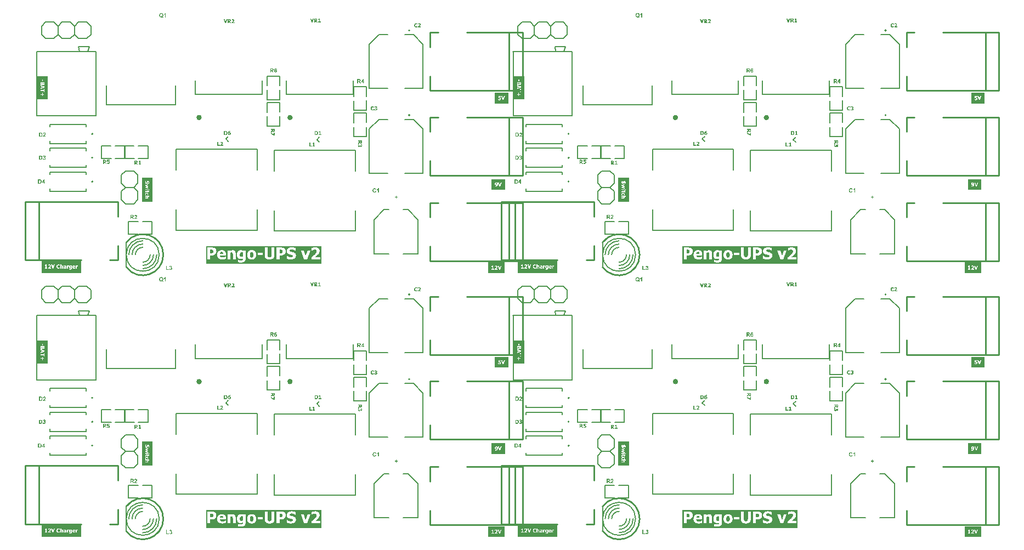
<source format=gbr>
%TF.GenerationSoftware,Altium Limited,Altium Designer,23.1.1 (15)*%
G04 Layer_Color=65535*
%FSLAX45Y45*%
%MOMM*%
%TF.SameCoordinates,4CCFFED5-D059-4900-A68D-9618ACEA1AB5*%
%TF.FilePolarity,Positive*%
%TF.FileFunction,Legend,Top*%
%TF.Part,CustomerPanel*%
G01*
G75*
%TA.AperFunction,NonConductor*%
%ADD36C,0.20000*%
%ADD37C,0.25400*%
%ADD38C,0.15240*%
%ADD39C,0.40000*%
%ADD40C,0.12700*%
%ADD41C,0.20320*%
%ADD42C,0.15001*%
%ADD43C,0.17780*%
G36*
X12102689Y12111891D02*
X12090392D01*
Y12158212D01*
X12090299Y12158119D01*
X12090115Y12157935D01*
X12089745Y12157657D01*
X12089190Y12157195D01*
X12088543Y12156640D01*
X12087803Y12156085D01*
X12086879Y12155438D01*
X12085862Y12154699D01*
X12084752Y12153959D01*
X12083550Y12153219D01*
X12082256Y12152387D01*
X12080869Y12151648D01*
X12077910Y12150261D01*
X12074582Y12148966D01*
Y12160061D01*
X12074674D01*
X12074767Y12160153D01*
X12075044Y12160246D01*
X12075414Y12160338D01*
X12076339Y12160801D01*
X12077633Y12161355D01*
X12079205Y12162095D01*
X12080961Y12163112D01*
X12082903Y12164406D01*
X12084937Y12165886D01*
X12085029Y12165978D01*
X12085214Y12166071D01*
X12085492Y12166348D01*
X12085862Y12166718D01*
X12086879Y12167642D01*
X12087988Y12168844D01*
X12089282Y12170324D01*
X12090577Y12172173D01*
X12091779Y12174114D01*
X12092703Y12176241D01*
X12102689D01*
Y12111891D01*
D02*
G37*
G36*
X4749389D02*
X4737092D01*
Y12158212D01*
X4736999Y12158119D01*
X4736815Y12157935D01*
X4736445Y12157657D01*
X4735890Y12157195D01*
X4735243Y12156640D01*
X4734503Y12156085D01*
X4733579Y12155438D01*
X4732562Y12154699D01*
X4731452Y12153959D01*
X4730250Y12153219D01*
X4728956Y12152387D01*
X4727569Y12151648D01*
X4724610Y12150261D01*
X4721282Y12148966D01*
Y12160061D01*
X4721374D01*
X4721467Y12160153D01*
X4721744Y12160246D01*
X4722114Y12160338D01*
X4723039Y12160801D01*
X4724333Y12161355D01*
X4725905Y12162095D01*
X4727661Y12163112D01*
X4729603Y12164406D01*
X4731637Y12165886D01*
X4731729Y12165978D01*
X4731914Y12166071D01*
X4732192Y12166348D01*
X4732562Y12166718D01*
X4733579Y12167642D01*
X4734688Y12168844D01*
X4735982Y12170324D01*
X4737277Y12172173D01*
X4738479Y12174114D01*
X4739403Y12176241D01*
X4749389D01*
Y12111891D01*
D02*
G37*
G36*
X12034364Y12176980D02*
X12035381D01*
X12036490Y12176796D01*
X12037969Y12176611D01*
X12039449Y12176333D01*
X12041113Y12175963D01*
X12042869Y12175501D01*
X12044719Y12174946D01*
X12046660Y12174207D01*
X12048509Y12173375D01*
X12050358Y12172358D01*
X12052208Y12171156D01*
X12053872Y12169861D01*
X12055536Y12168290D01*
X12055628Y12168197D01*
X12055906Y12167920D01*
X12056276Y12167365D01*
X12056830Y12166718D01*
X12057478Y12165793D01*
X12058217Y12164684D01*
X12058957Y12163482D01*
X12059789Y12162003D01*
X12060529Y12160338D01*
X12061268Y12158489D01*
X12062008Y12156548D01*
X12062655Y12154329D01*
X12063210Y12152017D01*
X12063580Y12149429D01*
X12063857Y12146747D01*
X12063949Y12143881D01*
Y12143789D01*
Y12143511D01*
Y12143049D01*
Y12142494D01*
X12063857Y12141755D01*
Y12140923D01*
X12063765Y12139998D01*
X12063672Y12138981D01*
X12063395Y12136670D01*
X12062932Y12134173D01*
X12062378Y12131677D01*
X12061546Y12129273D01*
Y12129181D01*
X12061453Y12129088D01*
X12061361Y12128811D01*
X12061176Y12128441D01*
X12060806Y12127517D01*
X12060159Y12126315D01*
X12059419Y12124928D01*
X12058495Y12123264D01*
X12057293Y12121599D01*
X12055998Y12119935D01*
X12056091D01*
X12056183Y12119750D01*
X12056461Y12119565D01*
X12056830Y12119380D01*
X12057755Y12118733D01*
X12059049Y12117994D01*
X12060621Y12117161D01*
X12062378Y12116237D01*
X12064319Y12115405D01*
X12066353Y12114573D01*
X12061546Y12105327D01*
X12061453D01*
X12061083Y12105512D01*
X12060436Y12105697D01*
X12059696Y12105974D01*
X12058864Y12106344D01*
X12057847Y12106806D01*
X12055813Y12107823D01*
X12055628Y12107916D01*
X12055259Y12108193D01*
X12054889Y12108378D01*
X12054519Y12108655D01*
X12054057Y12108933D01*
X12053502Y12109303D01*
X12052762Y12109765D01*
X12051930Y12110320D01*
X12051006Y12110874D01*
X12049896Y12111614D01*
X12048602Y12112446D01*
X12047215Y12113371D01*
X12047122D01*
X12046938Y12113278D01*
X12046568Y12113093D01*
X12046105Y12113001D01*
X12045551Y12112724D01*
X12044811Y12112539D01*
X12044071Y12112261D01*
X12043147Y12112076D01*
X12041113Y12111522D01*
X12038709Y12111152D01*
X12036120Y12110782D01*
X12033347Y12110690D01*
X12032699D01*
X12031960Y12110782D01*
X12030943Y12110874D01*
X12029648Y12110967D01*
X12028261Y12111152D01*
X12026597Y12111429D01*
X12024933Y12111799D01*
X12023084Y12112261D01*
X12021235Y12112816D01*
X12019293Y12113556D01*
X12017352Y12114388D01*
X12015503Y12115312D01*
X12013653Y12116514D01*
X12011897Y12117809D01*
X12010233Y12119380D01*
X12010140Y12119473D01*
X12009863Y12119750D01*
X12009493Y12120305D01*
X12008938Y12120952D01*
X12008291Y12121877D01*
X12007644Y12122986D01*
X12006812Y12124281D01*
X12006072Y12125667D01*
X12005332Y12127332D01*
X12004593Y12129181D01*
X12003853Y12131215D01*
X12003206Y12133341D01*
X12002651Y12135745D01*
X12002281Y12138334D01*
X12002004Y12141015D01*
X12001911Y12143881D01*
Y12144066D01*
Y12144621D01*
X12002004Y12145361D01*
Y12146470D01*
X12002189Y12147764D01*
X12002374Y12149336D01*
X12002651Y12151000D01*
X12002928Y12152849D01*
X12003391Y12154791D01*
X12003946Y12156733D01*
X12004593Y12158767D01*
X12005425Y12160801D01*
X12006349Y12162835D01*
X12007459Y12164776D01*
X12008753Y12166625D01*
X12010233Y12168290D01*
X12010325Y12168382D01*
X12010602Y12168659D01*
X12011065Y12169122D01*
X12011804Y12169676D01*
X12012636Y12170324D01*
X12013653Y12171063D01*
X12014855Y12171895D01*
X12016242Y12172727D01*
X12017814Y12173467D01*
X12019478Y12174299D01*
X12021327Y12175039D01*
X12023361Y12175686D01*
X12025580Y12176241D01*
X12027892Y12176703D01*
X12030388Y12176980D01*
X12032977Y12177073D01*
X12033624D01*
X12034364Y12176980D01*
D02*
G37*
G36*
X4681064D02*
X4682081D01*
X4683190Y12176796D01*
X4684669Y12176611D01*
X4686149Y12176333D01*
X4687813Y12175963D01*
X4689569Y12175501D01*
X4691419Y12174946D01*
X4693360Y12174207D01*
X4695209Y12173375D01*
X4697058Y12172358D01*
X4698908Y12171156D01*
X4700572Y12169861D01*
X4702236Y12168290D01*
X4702328Y12168197D01*
X4702606Y12167920D01*
X4702976Y12167365D01*
X4703530Y12166718D01*
X4704178Y12165793D01*
X4704917Y12164684D01*
X4705657Y12163482D01*
X4706489Y12162003D01*
X4707229Y12160338D01*
X4707968Y12158489D01*
X4708708Y12156548D01*
X4709355Y12154329D01*
X4709910Y12152017D01*
X4710280Y12149429D01*
X4710557Y12146747D01*
X4710649Y12143881D01*
Y12143789D01*
Y12143511D01*
Y12143049D01*
Y12142494D01*
X4710557Y12141755D01*
Y12140923D01*
X4710465Y12139998D01*
X4710372Y12138981D01*
X4710095Y12136670D01*
X4709632Y12134173D01*
X4709078Y12131677D01*
X4708246Y12129273D01*
Y12129181D01*
X4708153Y12129088D01*
X4708061Y12128811D01*
X4707876Y12128441D01*
X4707506Y12127517D01*
X4706859Y12126315D01*
X4706119Y12124928D01*
X4705195Y12123264D01*
X4703993Y12121599D01*
X4702698Y12119935D01*
X4702791D01*
X4702883Y12119750D01*
X4703161Y12119565D01*
X4703530Y12119380D01*
X4704455Y12118733D01*
X4705749Y12117994D01*
X4707321Y12117161D01*
X4709078Y12116237D01*
X4711019Y12115405D01*
X4713053Y12114573D01*
X4708246Y12105327D01*
X4708153D01*
X4707783Y12105512D01*
X4707136Y12105697D01*
X4706396Y12105974D01*
X4705564Y12106344D01*
X4704547Y12106806D01*
X4702513Y12107823D01*
X4702328Y12107916D01*
X4701959Y12108193D01*
X4701589Y12108378D01*
X4701219Y12108655D01*
X4700757Y12108933D01*
X4700202Y12109303D01*
X4699462Y12109765D01*
X4698630Y12110320D01*
X4697706Y12110874D01*
X4696596Y12111614D01*
X4695302Y12112446D01*
X4693915Y12113371D01*
X4693822D01*
X4693638Y12113278D01*
X4693268Y12113093D01*
X4692805Y12113001D01*
X4692251Y12112724D01*
X4691511Y12112539D01*
X4690771Y12112261D01*
X4689847Y12112076D01*
X4687813Y12111522D01*
X4685409Y12111152D01*
X4682820Y12110782D01*
X4680047Y12110690D01*
X4679399D01*
X4678660Y12110782D01*
X4677643Y12110874D01*
X4676348Y12110967D01*
X4674961Y12111152D01*
X4673297Y12111429D01*
X4671633Y12111799D01*
X4669784Y12112261D01*
X4667935Y12112816D01*
X4665993Y12113556D01*
X4664052Y12114388D01*
X4662203Y12115312D01*
X4660353Y12116514D01*
X4658597Y12117809D01*
X4656933Y12119380D01*
X4656840Y12119473D01*
X4656563Y12119750D01*
X4656193Y12120305D01*
X4655638Y12120952D01*
X4654991Y12121877D01*
X4654344Y12122986D01*
X4653512Y12124281D01*
X4652772Y12125667D01*
X4652032Y12127332D01*
X4651293Y12129181D01*
X4650553Y12131215D01*
X4649906Y12133341D01*
X4649351Y12135745D01*
X4648981Y12138334D01*
X4648704Y12141015D01*
X4648611Y12143881D01*
Y12144066D01*
Y12144621D01*
X4648704Y12145361D01*
Y12146470D01*
X4648889Y12147764D01*
X4649074Y12149336D01*
X4649351Y12151000D01*
X4649628Y12152849D01*
X4650091Y12154791D01*
X4650646Y12156733D01*
X4651293Y12158767D01*
X4652125Y12160801D01*
X4653049Y12162835D01*
X4654159Y12164776D01*
X4655453Y12166625D01*
X4656933Y12168290D01*
X4657025Y12168382D01*
X4657302Y12168659D01*
X4657765Y12169122D01*
X4658504Y12169676D01*
X4659336Y12170324D01*
X4660353Y12171063D01*
X4661555Y12171895D01*
X4662942Y12172727D01*
X4664514Y12173467D01*
X4666178Y12174299D01*
X4668027Y12175039D01*
X4670061Y12175686D01*
X4672280Y12176241D01*
X4674592Y12176703D01*
X4677088Y12176980D01*
X4679677Y12177073D01*
X4680324D01*
X4681064Y12176980D01*
D02*
G37*
G36*
X14368781Y12034859D02*
X14352971D01*
X14332353Y12095048D01*
X14347978D01*
X14361107Y12054090D01*
X14374236Y12095048D01*
X14389491D01*
X14368781Y12034859D01*
D02*
G37*
G36*
X7015481D02*
X6999671D01*
X6979053Y12095048D01*
X6994678D01*
X7007807Y12054090D01*
X7020935Y12095048D01*
X7036191D01*
X7015481Y12034859D01*
D02*
G37*
G36*
X13033986Y12021651D02*
X13018176D01*
X12997559Y12081840D01*
X13013184D01*
X13026312Y12040882D01*
X13039441Y12081840D01*
X13054697D01*
X13033986Y12021651D01*
D02*
G37*
G36*
X5680686D02*
X5664876D01*
X5644258Y12081840D01*
X5659884D01*
X5673012Y12040882D01*
X5686141Y12081840D01*
X5701396D01*
X5680686Y12021651D01*
D02*
G37*
G36*
X14484258Y12045399D02*
X14496648D01*
Y12034859D01*
X14456891D01*
Y12045399D01*
X14469559D01*
Y12077112D01*
X14456891D01*
Y12086912D01*
X14458649D01*
X14459480Y12087005D01*
X14460403D01*
X14462346Y12087189D01*
X14462437D01*
X14462808Y12087282D01*
X14463271Y12087374D01*
X14463918Y12087467D01*
X14465398Y12087837D01*
X14466138Y12088114D01*
X14466785Y12088391D01*
X14466876Y12088484D01*
X14467061Y12088576D01*
X14467432Y12088761D01*
X14467892Y12089131D01*
X14468819Y12089871D01*
X14469742Y12090980D01*
X14469835Y12091073D01*
X14469926Y12091258D01*
X14470113Y12091627D01*
X14470297Y12092090D01*
X14470575Y12092737D01*
X14470760Y12093476D01*
X14470944Y12094216D01*
X14471037Y12095141D01*
X14484258D01*
Y12045399D01*
D02*
G37*
G36*
X7130958D02*
X7143347D01*
Y12034859D01*
X7103591D01*
Y12045399D01*
X7116258D01*
Y12077112D01*
X7103591D01*
Y12086912D01*
X7105348D01*
X7106180Y12087005D01*
X7107104D01*
X7109046Y12087189D01*
X7109138D01*
X7109508Y12087282D01*
X7109971Y12087374D01*
X7110618Y12087467D01*
X7112097Y12087837D01*
X7112837Y12088114D01*
X7113484Y12088391D01*
X7113576Y12088484D01*
X7113761Y12088576D01*
X7114131Y12088761D01*
X7114593Y12089131D01*
X7115518Y12089871D01*
X7116442Y12090980D01*
X7116535Y12091073D01*
X7116627Y12091258D01*
X7116812Y12091627D01*
X7116997Y12092090D01*
X7117275Y12092737D01*
X7117459Y12093476D01*
X7117644Y12094216D01*
X7117737Y12095141D01*
X7130958D01*
Y12045399D01*
D02*
G37*
G36*
X14422220Y12094956D02*
X14423607Y12094863D01*
X14424994Y12094771D01*
X14426566Y12094586D01*
X14427953Y12094401D01*
X14428137D01*
X14428600Y12094309D01*
X14429247Y12094124D01*
X14430171Y12093846D01*
X14431281Y12093476D01*
X14432390Y12093014D01*
X14433592Y12092459D01*
X14434795Y12091812D01*
X14434979Y12091720D01*
X14435349Y12091442D01*
X14435904Y12090980D01*
X14436642Y12090333D01*
X14437476Y12089593D01*
X14438307Y12088669D01*
X14439232Y12087652D01*
X14439972Y12086542D01*
X14440063Y12086357D01*
X14440250Y12085988D01*
X14440619Y12085248D01*
X14440990Y12084323D01*
X14441266Y12083214D01*
X14441637Y12081827D01*
X14441821Y12080255D01*
X14441913Y12078499D01*
Y12078406D01*
Y12078221D01*
Y12077851D01*
Y12077389D01*
X14441821Y12076742D01*
X14441728Y12076095D01*
X14441544Y12074523D01*
X14441174Y12072674D01*
X14440619Y12070825D01*
X14439787Y12068976D01*
X14438770Y12067219D01*
X14438585Y12067034D01*
X14438216Y12066479D01*
X14437476Y12065740D01*
X14436551Y12064815D01*
X14435349Y12063706D01*
X14433870Y12062504D01*
X14432205Y12061394D01*
X14430356Y12060377D01*
X14450697Y12034859D01*
X14432298D01*
X14415471Y12056956D01*
X14410107D01*
Y12034859D01*
X14395038D01*
Y12095048D01*
X14421017D01*
X14422220Y12094956D01*
D02*
G37*
G36*
X7068920D02*
X7070307Y12094863D01*
X7071694Y12094771D01*
X7073266Y12094586D01*
X7074652Y12094401D01*
X7074837D01*
X7075300Y12094309D01*
X7075947Y12094124D01*
X7076871Y12093846D01*
X7077981Y12093476D01*
X7079090Y12093014D01*
X7080292Y12092459D01*
X7081494Y12091812D01*
X7081679Y12091720D01*
X7082049Y12091442D01*
X7082604Y12090980D01*
X7083343Y12090333D01*
X7084175Y12089593D01*
X7085007Y12088669D01*
X7085932Y12087652D01*
X7086672Y12086542D01*
X7086764Y12086357D01*
X7086949Y12085988D01*
X7087319Y12085248D01*
X7087689Y12084323D01*
X7087966Y12083214D01*
X7088336Y12081827D01*
X7088521Y12080255D01*
X7088613Y12078499D01*
Y12078406D01*
Y12078221D01*
Y12077851D01*
Y12077389D01*
X7088521Y12076742D01*
X7088428Y12076095D01*
X7088243Y12074523D01*
X7087874Y12072674D01*
X7087319Y12070825D01*
X7086487Y12068976D01*
X7085470Y12067219D01*
X7085285Y12067034D01*
X7084915Y12066479D01*
X7084175Y12065740D01*
X7083251Y12064815D01*
X7082049Y12063706D01*
X7080570Y12062504D01*
X7078905Y12061394D01*
X7077056Y12060377D01*
X7097397Y12034859D01*
X7078998D01*
X7062171Y12056956D01*
X7056808D01*
Y12034859D01*
X7041738D01*
Y12095048D01*
X7067718D01*
X7068920Y12094956D01*
D02*
G37*
G36*
X13141789Y12082857D02*
X13142714Y12082764D01*
X13143732Y12082672D01*
X13144841Y12082579D01*
X13146135Y12082394D01*
X13148724Y12081747D01*
X13151405Y12080915D01*
X13152792Y12080360D01*
X13153995Y12079713D01*
X13155196Y12078974D01*
X13156305Y12078141D01*
X13156398Y12078049D01*
X13156583Y12077957D01*
X13156860Y12077679D01*
X13157138Y12077217D01*
X13157600Y12076755D01*
X13158063Y12076200D01*
X13158524Y12075460D01*
X13159079Y12074628D01*
X13159634Y12073796D01*
X13160097Y12072779D01*
X13160558Y12071670D01*
X13161021Y12070468D01*
X13161298Y12069173D01*
X13161575Y12067786D01*
X13161760Y12066307D01*
X13161853Y12064735D01*
Y12064643D01*
Y12064458D01*
Y12064181D01*
Y12063811D01*
X13161760Y12063348D01*
Y12062794D01*
X13161575Y12061407D01*
X13161206Y12059835D01*
X13160744Y12058078D01*
X13160097Y12056229D01*
X13159264Y12054288D01*
Y12054195D01*
X13159172Y12054103D01*
X13158987Y12053826D01*
X13158801Y12053363D01*
X13158524Y12052901D01*
X13158154Y12052346D01*
X13157323Y12051052D01*
X13156120Y12049388D01*
X13154733Y12047539D01*
X13152977Y12045504D01*
X13150943Y12043378D01*
X13150758Y12043193D01*
X13150296Y12042731D01*
X13149649Y12042084D01*
X13148724Y12041252D01*
X13147615Y12040234D01*
X13146506Y12039125D01*
X13143916Y12036906D01*
X13143732Y12036814D01*
X13143362Y12036444D01*
X13142714Y12035982D01*
X13141975Y12035427D01*
X13140404Y12034132D01*
X13139571Y12033485D01*
X13138924Y12033023D01*
X13164442D01*
Y12021651D01*
X13120248D01*
Y12031451D01*
X13120340Y12031544D01*
X13120525Y12031636D01*
X13120802Y12031913D01*
X13121172Y12032191D01*
X13122282Y12033023D01*
X13123576Y12034132D01*
X13125148Y12035427D01*
X13126813Y12036814D01*
X13128569Y12038293D01*
X13130232Y12039772D01*
X13130325Y12039865D01*
X13130418Y12039957D01*
X13130972Y12040419D01*
X13131805Y12041252D01*
X13132915Y12042176D01*
X13134209Y12043378D01*
X13135503Y12044672D01*
X13136890Y12045967D01*
X13138184Y12047354D01*
X13138277Y12047446D01*
X13138370Y12047539D01*
X13138924Y12048093D01*
X13139664Y12049018D01*
X13140680Y12050127D01*
X13141698Y12051329D01*
X13142714Y12052716D01*
X13143732Y12054103D01*
X13144563Y12055490D01*
X13144656Y12055675D01*
X13144841Y12056137D01*
X13145210Y12056784D01*
X13145581Y12057709D01*
X13145950Y12058818D01*
X13146320Y12060020D01*
X13146506Y12061314D01*
X13146597Y12062701D01*
Y12062794D01*
Y12062886D01*
Y12063348D01*
X13146506Y12064181D01*
X13146320Y12065105D01*
X13145950Y12066122D01*
X13145488Y12067139D01*
X13144841Y12068156D01*
X13144009Y12069081D01*
X13143916Y12069173D01*
X13143546Y12069451D01*
X13142992Y12069820D01*
X13142252Y12070283D01*
X13141235Y12070653D01*
X13140033Y12071022D01*
X13138646Y12071300D01*
X13137074Y12071392D01*
X13136243D01*
X13135687Y12071300D01*
X13135040Y12071207D01*
X13134302Y12071115D01*
X13132729Y12070745D01*
X13132637D01*
X13132359Y12070653D01*
X13131989Y12070560D01*
X13131435Y12070375D01*
X13130788Y12070190D01*
X13130141Y12069913D01*
X13128569Y12069358D01*
X13128476D01*
X13128198Y12069173D01*
X13127829Y12068988D01*
X13127367Y12068803D01*
X13126257Y12068156D01*
X13125055Y12067417D01*
X13124963D01*
X13124779Y12067232D01*
X13124223Y12066862D01*
X13123483Y12066400D01*
X13122836Y12066030D01*
X13121727D01*
Y12079158D01*
X13121819Y12079251D01*
X13122189Y12079343D01*
X13122836Y12079621D01*
X13123668Y12079898D01*
X13124779Y12080268D01*
X13126073Y12080730D01*
X13127737Y12081193D01*
X13129585Y12081655D01*
X13129678D01*
X13129863Y12081747D01*
X13130141D01*
X13130510Y12081840D01*
X13130972Y12081932D01*
X13131619Y12082025D01*
X13132915Y12082302D01*
X13134578Y12082579D01*
X13136336Y12082764D01*
X13138184Y12082857D01*
X13140033Y12082949D01*
X13141051D01*
X13141789Y12082857D01*
D02*
G37*
G36*
X5788490D02*
X5789414Y12082764D01*
X5790431Y12082672D01*
X5791541Y12082579D01*
X5792835Y12082394D01*
X5795424Y12081747D01*
X5798105Y12080915D01*
X5799492Y12080360D01*
X5800694Y12079713D01*
X5801896Y12078974D01*
X5803005Y12078141D01*
X5803098Y12078049D01*
X5803283Y12077957D01*
X5803560Y12077679D01*
X5803838Y12077217D01*
X5804300Y12076755D01*
X5804762Y12076200D01*
X5805224Y12075460D01*
X5805779Y12074628D01*
X5806334Y12073796D01*
X5806796Y12072779D01*
X5807258Y12071670D01*
X5807721Y12070468D01*
X5807998Y12069173D01*
X5808275Y12067786D01*
X5808460Y12066307D01*
X5808553Y12064735D01*
Y12064643D01*
Y12064458D01*
Y12064181D01*
Y12063811D01*
X5808460Y12063348D01*
Y12062794D01*
X5808275Y12061407D01*
X5807906Y12059835D01*
X5807443Y12058078D01*
X5806796Y12056229D01*
X5805964Y12054288D01*
Y12054195D01*
X5805872Y12054103D01*
X5805687Y12053826D01*
X5805502Y12053363D01*
X5805224Y12052901D01*
X5804855Y12052346D01*
X5804022Y12051052D01*
X5802820Y12049388D01*
X5801434Y12047539D01*
X5799677Y12045504D01*
X5797643Y12043378D01*
X5797458Y12043193D01*
X5796996Y12042731D01*
X5796349Y12042084D01*
X5795424Y12041252D01*
X5794315Y12040234D01*
X5793205Y12039125D01*
X5790616Y12036906D01*
X5790431Y12036814D01*
X5790062Y12036444D01*
X5789414Y12035982D01*
X5788675Y12035427D01*
X5787103Y12034132D01*
X5786271Y12033485D01*
X5785624Y12033023D01*
X5811142D01*
Y12021651D01*
X5766948D01*
Y12031451D01*
X5767040Y12031544D01*
X5767225Y12031636D01*
X5767502Y12031913D01*
X5767872Y12032191D01*
X5768982Y12033023D01*
X5770276Y12034132D01*
X5771848Y12035427D01*
X5773512Y12036814D01*
X5775269Y12038293D01*
X5776933Y12039772D01*
X5777025Y12039865D01*
X5777118Y12039957D01*
X5777672Y12040419D01*
X5778505Y12041252D01*
X5779614Y12042176D01*
X5780908Y12043378D01*
X5782203Y12044672D01*
X5783590Y12045967D01*
X5784884Y12047354D01*
X5784976Y12047446D01*
X5785069Y12047539D01*
X5785624Y12048093D01*
X5786363Y12049018D01*
X5787380Y12050127D01*
X5788397Y12051329D01*
X5789414Y12052716D01*
X5790431Y12054103D01*
X5791263Y12055490D01*
X5791356Y12055675D01*
X5791541Y12056137D01*
X5791911Y12056784D01*
X5792281Y12057709D01*
X5792650Y12058818D01*
X5793020Y12060020D01*
X5793205Y12061314D01*
X5793298Y12062701D01*
Y12062794D01*
Y12062886D01*
Y12063348D01*
X5793205Y12064181D01*
X5793020Y12065105D01*
X5792650Y12066122D01*
X5792188Y12067139D01*
X5791541Y12068156D01*
X5790709Y12069081D01*
X5790616Y12069173D01*
X5790246Y12069451D01*
X5789692Y12069820D01*
X5788952Y12070283D01*
X5787935Y12070653D01*
X5786733Y12071022D01*
X5785346Y12071300D01*
X5783775Y12071392D01*
X5782942D01*
X5782388Y12071300D01*
X5781741Y12071207D01*
X5781001Y12071115D01*
X5779429Y12070745D01*
X5779337D01*
X5779059Y12070653D01*
X5778689Y12070560D01*
X5778135Y12070375D01*
X5777488Y12070190D01*
X5776840Y12069913D01*
X5775269Y12069358D01*
X5775176D01*
X5774899Y12069173D01*
X5774529Y12068988D01*
X5774067Y12068803D01*
X5772957Y12068156D01*
X5771755Y12067417D01*
X5771663D01*
X5771478Y12067232D01*
X5770923Y12066862D01*
X5770184Y12066400D01*
X5769536Y12066030D01*
X5768427D01*
Y12079158D01*
X5768519Y12079251D01*
X5768889Y12079343D01*
X5769536Y12079621D01*
X5770368Y12079898D01*
X5771478Y12080268D01*
X5772772Y12080730D01*
X5774437Y12081193D01*
X5776286Y12081655D01*
X5776378D01*
X5776563Y12081747D01*
X5776840D01*
X5777210Y12081840D01*
X5777672Y12081932D01*
X5778320Y12082025D01*
X5779614Y12082302D01*
X5781278Y12082579D01*
X5783035Y12082764D01*
X5784884Y12082857D01*
X5786733Y12082949D01*
X5787750D01*
X5788490Y12082857D01*
D02*
G37*
G36*
X13087427Y12081747D02*
X13088812Y12081655D01*
X13090199Y12081562D01*
X13091771Y12081377D01*
X13093158Y12081193D01*
X13093343D01*
X13093805Y12081100D01*
X13094452Y12080915D01*
X13095377Y12080638D01*
X13096486Y12080268D01*
X13097597Y12079806D01*
X13098798Y12079251D01*
X13100000Y12078604D01*
X13100185Y12078511D01*
X13100554Y12078234D01*
X13101109Y12077772D01*
X13101849Y12077124D01*
X13102681Y12076385D01*
X13103513Y12075460D01*
X13104437Y12074443D01*
X13105177Y12073334D01*
X13105270Y12073149D01*
X13105455Y12072779D01*
X13105824Y12072039D01*
X13106194Y12071115D01*
X13106471Y12070005D01*
X13106841Y12068618D01*
X13107027Y12067047D01*
X13107120Y12065290D01*
Y12065198D01*
Y12065013D01*
Y12064643D01*
Y12064181D01*
X13107027Y12063533D01*
X13106934Y12062886D01*
X13106749Y12061314D01*
X13106380Y12059465D01*
X13105824Y12057616D01*
X13104993Y12055767D01*
X13103975Y12054010D01*
X13103790Y12053826D01*
X13103421Y12053271D01*
X13102681Y12052531D01*
X13101756Y12051607D01*
X13100554Y12050497D01*
X13099075Y12049295D01*
X13097411Y12048186D01*
X13095563Y12047169D01*
X13115903Y12021651D01*
X13097504D01*
X13080676Y12043748D01*
X13075314D01*
Y12021651D01*
X13060245D01*
Y12081840D01*
X13086224D01*
X13087427Y12081747D01*
D02*
G37*
G36*
X5734126D02*
X5735513Y12081655D01*
X5736899Y12081562D01*
X5738471Y12081377D01*
X5739858Y12081193D01*
X5740043D01*
X5740505Y12081100D01*
X5741152Y12080915D01*
X5742077Y12080638D01*
X5743186Y12080268D01*
X5744296Y12079806D01*
X5745498Y12079251D01*
X5746700Y12078604D01*
X5746885Y12078511D01*
X5747254Y12078234D01*
X5747809Y12077772D01*
X5748549Y12077124D01*
X5749381Y12076385D01*
X5750213Y12075460D01*
X5751138Y12074443D01*
X5751877Y12073334D01*
X5751970Y12073149D01*
X5752155Y12072779D01*
X5752524Y12072039D01*
X5752894Y12071115D01*
X5753172Y12070005D01*
X5753541Y12068618D01*
X5753726Y12067047D01*
X5753819Y12065290D01*
Y12065198D01*
Y12065013D01*
Y12064643D01*
Y12064181D01*
X5753726Y12063533D01*
X5753634Y12062886D01*
X5753449Y12061314D01*
X5753079Y12059465D01*
X5752524Y12057616D01*
X5751692Y12055767D01*
X5750675Y12054010D01*
X5750490Y12053826D01*
X5750121Y12053271D01*
X5749381Y12052531D01*
X5748456Y12051607D01*
X5747254Y12050497D01*
X5745775Y12049295D01*
X5744111Y12048186D01*
X5742262Y12047169D01*
X5762602Y12021651D01*
X5744203D01*
X5727376Y12043748D01*
X5722014D01*
Y12021651D01*
X5706944D01*
Y12081840D01*
X5732924D01*
X5734126Y12081747D01*
D02*
G37*
G36*
X15969421Y12019555D02*
X15970439D01*
X15971548Y12019462D01*
X15973767Y12019185D01*
X15973860D01*
X15974229Y12019093D01*
X15974783Y12019000D01*
X15975523Y12018908D01*
X15976357Y12018723D01*
X15977281Y12018538D01*
X15979315Y12018076D01*
X15979407D01*
X15979684Y12017983D01*
X15980054Y12017798D01*
X15980609Y12017613D01*
X15981256Y12017428D01*
X15982088Y12017059D01*
X15983752Y12016411D01*
X15983846D01*
X15984122Y12016226D01*
X15984586Y12016041D01*
X15985139Y12015764D01*
X15986433Y12015209D01*
X15987727Y12014562D01*
Y12000324D01*
X15986064D01*
X15985973Y12000509D01*
X15985417Y12000971D01*
X15984492Y12001618D01*
X15983383Y12002543D01*
X15983290Y12002635D01*
X15983105Y12002820D01*
X15982736Y12003005D01*
X15982272Y12003375D01*
X15981718Y12003745D01*
X15981165Y12004207D01*
X15979684Y12005132D01*
X15979591Y12005224D01*
X15979315Y12005317D01*
X15978851Y12005594D01*
X15978297Y12005871D01*
X15977557Y12006241D01*
X15976817Y12006611D01*
X15974969Y12007351D01*
X15974876D01*
X15974507Y12007536D01*
X15974045Y12007628D01*
X15973398Y12007813D01*
X15972565Y12007998D01*
X15971733Y12008090D01*
X15969792Y12008275D01*
X15969237D01*
X15968590Y12008183D01*
X15967758D01*
X15966833Y12007998D01*
X15965816Y12007813D01*
X15964799Y12007536D01*
X15963782Y12007166D01*
X15963690D01*
X15963319Y12006981D01*
X15962766Y12006703D01*
X15962119Y12006334D01*
X15961378Y12005871D01*
X15960454Y12005224D01*
X15959529Y12004484D01*
X15958604Y12003652D01*
X15958511Y12003560D01*
X15958235Y12003190D01*
X15957773Y12002728D01*
X15957310Y12001988D01*
X15956664Y12001156D01*
X15956108Y12000047D01*
X15955461Y11998845D01*
X15954906Y11997458D01*
X15954814Y11997273D01*
X15954721Y11996811D01*
X15954443Y11995979D01*
X15954259Y11994869D01*
X15953983Y11993482D01*
X15953703Y11991910D01*
X15953612Y11990154D01*
X15953520Y11988212D01*
Y11988120D01*
Y11987935D01*
Y11987658D01*
Y11987288D01*
X15953612Y11986271D01*
X15953703Y11984976D01*
X15953889Y11983497D01*
X15954167Y11981925D01*
X15954536Y11980353D01*
X15954999Y11978874D01*
X15955090Y11978689D01*
X15955276Y11978227D01*
X15955554Y11977580D01*
X15956017Y11976655D01*
X15956570Y11975731D01*
X15957310Y11974714D01*
X15958051Y11973697D01*
X15958882Y11972772D01*
X15958974Y11972680D01*
X15959251Y11972402D01*
X15959807Y11972032D01*
X15960361Y11971478D01*
X15961192Y11970923D01*
X15962025Y11970368D01*
X15963042Y11969906D01*
X15964059Y11969444D01*
X15964153D01*
X15964613Y11969259D01*
X15965169Y11969166D01*
X15965909Y11968981D01*
X15966740Y11968796D01*
X15967758Y11968704D01*
X15969884Y11968519D01*
X15970348D01*
X15970995Y11968612D01*
X15971733D01*
X15972565Y11968704D01*
X15973489Y11968889D01*
X15975523Y11969444D01*
X15975616Y11969536D01*
X15975986Y11969629D01*
X15976450Y11969813D01*
X15977097Y11970091D01*
X15978575Y11970831D01*
X15980054Y11971663D01*
X15980147Y11971755D01*
X15980424Y11971848D01*
X15980794Y11972125D01*
X15981256Y11972402D01*
X15982365Y11973234D01*
X15983568Y11974159D01*
X15983659Y11974251D01*
X15983846Y11974344D01*
X15984122Y11974621D01*
X15984492Y11974899D01*
X15985417Y11975638D01*
X15986340Y11976470D01*
X15987727D01*
Y11962232D01*
X15987636D01*
X15987451Y11962140D01*
X15987080Y11961955D01*
X15986620Y11961770D01*
X15986064Y11961492D01*
X15985417Y11961215D01*
X15983846Y11960475D01*
X15983752D01*
X15983475Y11960291D01*
X15983012Y11960106D01*
X15982458Y11959921D01*
X15981812Y11959643D01*
X15981071Y11959366D01*
X15979407Y11958811D01*
X15979315D01*
X15978944Y11958719D01*
X15978391Y11958534D01*
X15977650Y11958349D01*
X15976817Y11958164D01*
X15975894Y11957979D01*
X15974045Y11957609D01*
X15973952D01*
X15973582Y11957517D01*
X15973029Y11957424D01*
X15972289D01*
X15971364Y11957332D01*
X15970161Y11957239D01*
X15968867Y11957147D01*
X15966740D01*
X15966000Y11957239D01*
X15965077D01*
X15963966Y11957424D01*
X15962579Y11957609D01*
X15961101Y11957794D01*
X15959529Y11958164D01*
X15957864Y11958626D01*
X15956108Y11959181D01*
X15954352Y11959828D01*
X15952596Y11960568D01*
X15950746Y11961492D01*
X15949081Y11962602D01*
X15947417Y11963896D01*
X15945847Y11965283D01*
X15945753Y11965376D01*
X15945476Y11965653D01*
X15945107Y11966115D01*
X15944644Y11966762D01*
X15943997Y11967595D01*
X15943349Y11968612D01*
X15942610Y11969813D01*
X15941870Y11971200D01*
X15941130Y11972772D01*
X15940392Y11974436D01*
X15939745Y11976378D01*
X15939096Y11978412D01*
X15938634Y11980631D01*
X15938264Y11983035D01*
X15937987Y11985623D01*
X15937894Y11988305D01*
Y11988490D01*
Y11988952D01*
X15937987Y11989692D01*
Y11990709D01*
X15938171Y11991910D01*
X15938358Y11993297D01*
X15938542Y11994869D01*
X15938911Y11996533D01*
X15939281Y11998290D01*
X15939836Y12000139D01*
X15940483Y12002081D01*
X15941223Y12004022D01*
X15942146Y12005871D01*
X15943257Y12007720D01*
X15944460Y12009477D01*
X15945847Y12011141D01*
X15945938Y12011234D01*
X15946216Y12011511D01*
X15946678Y12011973D01*
X15947325Y12012436D01*
X15948065Y12013083D01*
X15949081Y12013823D01*
X15950191Y12014562D01*
X15951485Y12015394D01*
X15952965Y12016226D01*
X15954536Y12016966D01*
X15956386Y12017706D01*
X15958235Y12018353D01*
X15960269Y12018908D01*
X15962488Y12019277D01*
X15964799Y12019555D01*
X15967294Y12019647D01*
X15968590D01*
X15969421Y12019555D01*
D02*
G37*
G36*
X8616122D02*
X8617139D01*
X8618248Y12019462D01*
X8620467Y12019185D01*
X8620560D01*
X8620930Y12019093D01*
X8621484Y12019000D01*
X8622224Y12018908D01*
X8623056Y12018723D01*
X8623981Y12018538D01*
X8626015Y12018076D01*
X8626107D01*
X8626385Y12017983D01*
X8626754Y12017798D01*
X8627309Y12017613D01*
X8627956Y12017428D01*
X8628788Y12017059D01*
X8630453Y12016411D01*
X8630545D01*
X8630822Y12016226D01*
X8631285Y12016041D01*
X8631839Y12015764D01*
X8633134Y12015209D01*
X8634428Y12014562D01*
Y12000324D01*
X8632764D01*
X8632672Y12000509D01*
X8632117Y12000971D01*
X8631192Y12001618D01*
X8630083Y12002543D01*
X8629990Y12002635D01*
X8629805Y12002820D01*
X8629436Y12003005D01*
X8628973Y12003375D01*
X8628419Y12003745D01*
X8627864Y12004207D01*
X8626385Y12005132D01*
X8626292Y12005224D01*
X8626015Y12005317D01*
X8625552Y12005594D01*
X8624998Y12005871D01*
X8624258Y12006241D01*
X8623518Y12006611D01*
X8621669Y12007351D01*
X8621577D01*
X8621207Y12007536D01*
X8620745Y12007628D01*
X8620098Y12007813D01*
X8619265Y12007998D01*
X8618433Y12008090D01*
X8616492Y12008275D01*
X8615937D01*
X8615290Y12008183D01*
X8614458D01*
X8613533Y12007998D01*
X8612516Y12007813D01*
X8611499Y12007536D01*
X8610482Y12007166D01*
X8610390D01*
X8610020Y12006981D01*
X8609465Y12006703D01*
X8608818Y12006334D01*
X8608078Y12005871D01*
X8607154Y12005224D01*
X8606229Y12004484D01*
X8605305Y12003652D01*
X8605212Y12003560D01*
X8604935Y12003190D01*
X8604473Y12002728D01*
X8604010Y12001988D01*
X8603363Y12001156D01*
X8602808Y12000047D01*
X8602161Y11998845D01*
X8601606Y11997458D01*
X8601514Y11997273D01*
X8601421Y11996811D01*
X8601144Y11995979D01*
X8600959Y11994869D01*
X8600682Y11993482D01*
X8600404Y11991910D01*
X8600312Y11990154D01*
X8600220Y11988212D01*
Y11988120D01*
Y11987935D01*
Y11987658D01*
Y11987288D01*
X8600312Y11986271D01*
X8600404Y11984976D01*
X8600589Y11983497D01*
X8600867Y11981925D01*
X8601237Y11980353D01*
X8601699Y11978874D01*
X8601791Y11978689D01*
X8601976Y11978227D01*
X8602254Y11977580D01*
X8602716Y11976655D01*
X8603271Y11975731D01*
X8604010Y11974714D01*
X8604750Y11973697D01*
X8605582Y11972772D01*
X8605674Y11972680D01*
X8605952Y11972402D01*
X8606507Y11972032D01*
X8607061Y11971478D01*
X8607893Y11970923D01*
X8608725Y11970368D01*
X8609742Y11969906D01*
X8610760Y11969444D01*
X8610852D01*
X8611314Y11969259D01*
X8611869Y11969166D01*
X8612609Y11968981D01*
X8613441Y11968796D01*
X8614458Y11968704D01*
X8616584Y11968519D01*
X8617047D01*
X8617694Y11968612D01*
X8618433D01*
X8619265Y11968704D01*
X8620190Y11968889D01*
X8622224Y11969444D01*
X8622317Y11969536D01*
X8622686Y11969629D01*
X8623149Y11969813D01*
X8623796Y11970091D01*
X8625275Y11970831D01*
X8626754Y11971663D01*
X8626847Y11971755D01*
X8627124Y11971848D01*
X8627494Y11972125D01*
X8627956Y11972402D01*
X8629066Y11973234D01*
X8630268Y11974159D01*
X8630360Y11974251D01*
X8630545Y11974344D01*
X8630822Y11974621D01*
X8631192Y11974899D01*
X8632117Y11975638D01*
X8633041Y11976470D01*
X8634428D01*
Y11962232D01*
X8634336D01*
X8634151Y11962140D01*
X8633781Y11961955D01*
X8633319Y11961770D01*
X8632764Y11961492D01*
X8632117Y11961215D01*
X8630545Y11960475D01*
X8630453D01*
X8630175Y11960291D01*
X8629713Y11960106D01*
X8629158Y11959921D01*
X8628511Y11959643D01*
X8627771Y11959366D01*
X8626107Y11958811D01*
X8626015D01*
X8625645Y11958719D01*
X8625090Y11958534D01*
X8624351Y11958349D01*
X8623518Y11958164D01*
X8622594Y11957979D01*
X8620745Y11957609D01*
X8620652D01*
X8620282Y11957517D01*
X8619728Y11957424D01*
X8618988D01*
X8618064Y11957332D01*
X8616862Y11957239D01*
X8615567Y11957147D01*
X8613441D01*
X8612701Y11957239D01*
X8611777D01*
X8610667Y11957424D01*
X8609280Y11957609D01*
X8607801Y11957794D01*
X8606229Y11958164D01*
X8604565Y11958626D01*
X8602808Y11959181D01*
X8601052Y11959828D01*
X8599295Y11960568D01*
X8597446Y11961492D01*
X8595782Y11962602D01*
X8594117Y11963896D01*
X8592546Y11965283D01*
X8592453Y11965376D01*
X8592176Y11965653D01*
X8591806Y11966115D01*
X8591344Y11966762D01*
X8590697Y11967595D01*
X8590049Y11968612D01*
X8589310Y11969813D01*
X8588570Y11971200D01*
X8587830Y11972772D01*
X8587091Y11974436D01*
X8586444Y11976378D01*
X8585796Y11978412D01*
X8585334Y11980631D01*
X8584964Y11983035D01*
X8584687Y11985623D01*
X8584594Y11988305D01*
Y11988490D01*
Y11988952D01*
X8584687Y11989692D01*
Y11990709D01*
X8584872Y11991910D01*
X8585057Y11993297D01*
X8585242Y11994869D01*
X8585611Y11996533D01*
X8585981Y11998290D01*
X8586536Y12000139D01*
X8587183Y12002081D01*
X8587923Y12004022D01*
X8588847Y12005871D01*
X8589957Y12007720D01*
X8591159Y12009477D01*
X8592546Y12011141D01*
X8592638Y12011234D01*
X8592916Y12011511D01*
X8593378Y12011973D01*
X8594025Y12012436D01*
X8594765Y12013083D01*
X8595782Y12013823D01*
X8596891Y12014562D01*
X8598185Y12015394D01*
X8599665Y12016226D01*
X8601237Y12016966D01*
X8603086Y12017706D01*
X8604935Y12018353D01*
X8606969Y12018908D01*
X8609188Y12019277D01*
X8611499Y12019555D01*
X8613995Y12019647D01*
X8615290D01*
X8616122Y12019555D01*
D02*
G37*
G36*
X16018054D02*
X16018977Y12019462D01*
X16019995Y12019370D01*
X16021104Y12019277D01*
X16022398Y12019093D01*
X16024988Y12018445D01*
X16027669Y12017613D01*
X16029056Y12017059D01*
X16030258Y12016411D01*
X16031461Y12015672D01*
X16032568Y12014840D01*
X16032661Y12014747D01*
X16032848Y12014655D01*
X16033124Y12014377D01*
X16033401Y12013915D01*
X16033864Y12013453D01*
X16034326Y12012898D01*
X16034789Y12012158D01*
X16035342Y12011326D01*
X16035898Y12010494D01*
X16036360Y12009477D01*
X16036823Y12008368D01*
X16037285Y12007166D01*
X16037563Y12005871D01*
X16037839Y12004484D01*
X16038023Y12003005D01*
X16038116Y12001433D01*
Y12001341D01*
Y12001156D01*
Y12000879D01*
Y12000509D01*
X16038023Y12000047D01*
Y11999492D01*
X16037839Y11998105D01*
X16037469Y11996533D01*
X16037007Y11994777D01*
X16036360Y11992928D01*
X16035529Y11990986D01*
Y11990893D01*
X16035435Y11990801D01*
X16035251Y11990524D01*
X16035066Y11990061D01*
X16034789Y11989599D01*
X16034419Y11989044D01*
X16033586Y11987750D01*
X16032384Y11986086D01*
X16030998Y11984237D01*
X16029240Y11982203D01*
X16027206Y11980076D01*
X16027022Y11979891D01*
X16026559Y11979429D01*
X16025912Y11978782D01*
X16024988Y11977950D01*
X16023878Y11976933D01*
X16022769Y11975823D01*
X16020180Y11973604D01*
X16019995Y11973512D01*
X16019626Y11973142D01*
X16018977Y11972680D01*
X16018239Y11972125D01*
X16016667Y11970831D01*
X16015836Y11970183D01*
X16015189Y11969721D01*
X16040706D01*
Y11958349D01*
X15996512D01*
Y11968149D01*
X15996603Y11968242D01*
X15996790Y11968334D01*
X15997066Y11968612D01*
X15997437Y11968889D01*
X15998546Y11969721D01*
X15999840Y11970831D01*
X16001411Y11972125D01*
X16003076Y11973512D01*
X16004832Y11974991D01*
X16006497Y11976470D01*
X16006589Y11976563D01*
X16006682Y11976655D01*
X16007236Y11977118D01*
X16008069Y11977950D01*
X16009178Y11978874D01*
X16010472Y11980076D01*
X16011768Y11981370D01*
X16013155Y11982665D01*
X16014449Y11984052D01*
X16014540Y11984144D01*
X16014633Y11984237D01*
X16015189Y11984791D01*
X16015927Y11985716D01*
X16016943Y11986825D01*
X16017961Y11988027D01*
X16018977Y11989414D01*
X16019995Y11990801D01*
X16020827Y11992188D01*
X16020920Y11992373D01*
X16021104Y11992835D01*
X16021475Y11993482D01*
X16021844Y11994407D01*
X16022214Y11995516D01*
X16022585Y11996718D01*
X16022769Y11998013D01*
X16022862Y11999399D01*
Y11999492D01*
Y11999584D01*
Y12000047D01*
X16022769Y12000879D01*
X16022585Y12001803D01*
X16022214Y12002820D01*
X16021751Y12003837D01*
X16021104Y12004854D01*
X16020273Y12005779D01*
X16020180Y12005871D01*
X16019810Y12006149D01*
X16019257Y12006519D01*
X16018517Y12006981D01*
X16017499Y12007351D01*
X16016296Y12007720D01*
X16014909Y12007998D01*
X16013339Y12008090D01*
X16012506D01*
X16011952Y12007998D01*
X16011305Y12007905D01*
X16010565Y12007813D01*
X16008994Y12007443D01*
X16008900D01*
X16008623Y12007351D01*
X16008253Y12007258D01*
X16007700Y12007073D01*
X16007053Y12006888D01*
X16006404Y12006611D01*
X16004832Y12006056D01*
X16004739D01*
X16004463Y12005871D01*
X16004092Y12005686D01*
X16003632Y12005502D01*
X16002521Y12004854D01*
X16001318Y12004115D01*
X16001227D01*
X16001042Y12003930D01*
X16000487Y12003560D01*
X15999748Y12003098D01*
X15999100Y12002728D01*
X15997990D01*
Y12015857D01*
X15998083Y12015949D01*
X15998453Y12016041D01*
X15999100Y12016319D01*
X15999931Y12016596D01*
X16001042Y12016966D01*
X16002336Y12017428D01*
X16004001Y12017891D01*
X16005850Y12018353D01*
X16005942D01*
X16006126Y12018445D01*
X16006404D01*
X16006773Y12018538D01*
X16007236Y12018630D01*
X16007884Y12018723D01*
X16009178Y12019000D01*
X16010841Y12019277D01*
X16012599Y12019462D01*
X16014449Y12019555D01*
X16016296Y12019647D01*
X16017314D01*
X16018054Y12019555D01*
D02*
G37*
G36*
X8664754D02*
X8665678Y12019462D01*
X8666695Y12019370D01*
X8667805Y12019277D01*
X8669099Y12019093D01*
X8671688Y12018445D01*
X8674369Y12017613D01*
X8675756Y12017059D01*
X8676958Y12016411D01*
X8678160Y12015672D01*
X8679269Y12014840D01*
X8679362Y12014747D01*
X8679547Y12014655D01*
X8679824Y12014377D01*
X8680102Y12013915D01*
X8680564Y12013453D01*
X8681026Y12012898D01*
X8681488Y12012158D01*
X8682043Y12011326D01*
X8682598Y12010494D01*
X8683060Y12009477D01*
X8683522Y12008368D01*
X8683985Y12007166D01*
X8684262Y12005871D01*
X8684539Y12004484D01*
X8684724Y12003005D01*
X8684817Y12001433D01*
Y12001341D01*
Y12001156D01*
Y12000879D01*
Y12000509D01*
X8684724Y12000047D01*
Y11999492D01*
X8684539Y11998105D01*
X8684170Y11996533D01*
X8683707Y11994777D01*
X8683060Y11992928D01*
X8682228Y11990986D01*
Y11990893D01*
X8682136Y11990801D01*
X8681951Y11990524D01*
X8681766Y11990061D01*
X8681488Y11989599D01*
X8681119Y11989044D01*
X8680286Y11987750D01*
X8679084Y11986086D01*
X8677698Y11984237D01*
X8675941Y11982203D01*
X8673907Y11980076D01*
X8673722Y11979891D01*
X8673260Y11979429D01*
X8672613Y11978782D01*
X8671688Y11977950D01*
X8670579Y11976933D01*
X8669469Y11975823D01*
X8666880Y11973604D01*
X8666695Y11973512D01*
X8666326Y11973142D01*
X8665678Y11972680D01*
X8664939Y11972125D01*
X8663367Y11970831D01*
X8662535Y11970183D01*
X8661888Y11969721D01*
X8687406D01*
Y11958349D01*
X8643212D01*
Y11968149D01*
X8643304Y11968242D01*
X8643489Y11968334D01*
X8643766Y11968612D01*
X8644136Y11968889D01*
X8645246Y11969721D01*
X8646540Y11970831D01*
X8648112Y11972125D01*
X8649776Y11973512D01*
X8651533Y11974991D01*
X8653197Y11976470D01*
X8653289Y11976563D01*
X8653382Y11976655D01*
X8653936Y11977118D01*
X8654769Y11977950D01*
X8655878Y11978874D01*
X8657172Y11980076D01*
X8658467Y11981370D01*
X8659854Y11982665D01*
X8661148Y11984052D01*
X8661240Y11984144D01*
X8661333Y11984237D01*
X8661888Y11984791D01*
X8662627Y11985716D01*
X8663644Y11986825D01*
X8664661Y11988027D01*
X8665678Y11989414D01*
X8666695Y11990801D01*
X8667527Y11992188D01*
X8667620Y11992373D01*
X8667805Y11992835D01*
X8668175Y11993482D01*
X8668545Y11994407D01*
X8668914Y11995516D01*
X8669284Y11996718D01*
X8669469Y11998013D01*
X8669562Y11999399D01*
Y11999492D01*
Y11999584D01*
Y12000047D01*
X8669469Y12000879D01*
X8669284Y12001803D01*
X8668914Y12002820D01*
X8668452Y12003837D01*
X8667805Y12004854D01*
X8666973Y12005779D01*
X8666880Y12005871D01*
X8666510Y12006149D01*
X8665956Y12006519D01*
X8665216Y12006981D01*
X8664199Y12007351D01*
X8662997Y12007720D01*
X8661610Y12007998D01*
X8660039Y12008090D01*
X8659206D01*
X8658652Y12007998D01*
X8658005Y12007905D01*
X8657265Y12007813D01*
X8655693Y12007443D01*
X8655601D01*
X8655323Y12007351D01*
X8654953Y12007258D01*
X8654399Y12007073D01*
X8653752Y12006888D01*
X8653104Y12006611D01*
X8651533Y12006056D01*
X8651440D01*
X8651163Y12005871D01*
X8650793Y12005686D01*
X8650331Y12005502D01*
X8649221Y12004854D01*
X8648019Y12004115D01*
X8647927D01*
X8647742Y12003930D01*
X8647187Y12003560D01*
X8646448Y12003098D01*
X8645800Y12002728D01*
X8644691D01*
Y12015857D01*
X8644783Y12015949D01*
X8645153Y12016041D01*
X8645800Y12016319D01*
X8646632Y12016596D01*
X8647742Y12016966D01*
X8649036Y12017428D01*
X8650701Y12017891D01*
X8652550Y12018353D01*
X8652642D01*
X8652827Y12018445D01*
X8653104D01*
X8653474Y12018538D01*
X8653936Y12018630D01*
X8654584Y12018723D01*
X8655878Y12019000D01*
X8657542Y12019277D01*
X8659299Y12019462D01*
X8661148Y12019555D01*
X8662997Y12019647D01*
X8664014D01*
X8664754Y12019555D01*
D02*
G37*
G36*
X13800870Y11322983D02*
X13801517D01*
X13802257Y11322891D01*
X13803922Y11322521D01*
X13805769Y11322059D01*
X13807803Y11321319D01*
X13809837Y11320302D01*
X13810764Y11319655D01*
X13811687Y11318915D01*
X13811780D01*
X13811871Y11318730D01*
X13812151Y11318453D01*
X13812427Y11318175D01*
X13812889Y11317713D01*
X13813258Y11317251D01*
X13814276Y11315957D01*
X13815292Y11314200D01*
X13816310Y11312166D01*
X13817235Y11309854D01*
X13817882Y11307081D01*
X13806049Y11305786D01*
Y11305971D01*
X13805956Y11306341D01*
X13805769Y11306988D01*
X13805585Y11307820D01*
X13805309Y11308653D01*
X13804846Y11309577D01*
X13804382Y11310409D01*
X13803735Y11311149D01*
X13803644Y11311241D01*
X13803366Y11311426D01*
X13802997Y11311704D01*
X13802441Y11312073D01*
X13801794Y11312351D01*
X13800961Y11312628D01*
X13799945Y11312813D01*
X13798927Y11312905D01*
X13798744D01*
X13798280Y11312813D01*
X13797542Y11312721D01*
X13796617Y11312443D01*
X13795599Y11312073D01*
X13794492Y11311426D01*
X13793381Y11310594D01*
X13792365Y11309392D01*
X13792271Y11309207D01*
X13792087Y11309022D01*
X13791902Y11308653D01*
X13791718Y11308283D01*
X13791440Y11307728D01*
X13791255Y11307081D01*
X13790977Y11306249D01*
X13790607Y11305324D01*
X13790331Y11304307D01*
X13790053Y11303105D01*
X13789775Y11301811D01*
X13789497Y11300331D01*
X13789313Y11298667D01*
X13789128Y11296818D01*
X13788943Y11294877D01*
X13789037Y11294969D01*
X13789128Y11295154D01*
X13789404Y11295339D01*
X13789775Y11295709D01*
X13790237Y11296171D01*
X13790791Y11296633D01*
X13792087Y11297650D01*
X13793752Y11298575D01*
X13795692Y11299499D01*
X13796802Y11299869D01*
X13797911Y11300054D01*
X13799113Y11300239D01*
X13800407Y11300331D01*
X13801147D01*
X13801701Y11300239D01*
X13802348Y11300147D01*
X13803088Y11300054D01*
X13804015Y11299869D01*
X13804938Y11299592D01*
X13806972Y11298852D01*
X13808083Y11298390D01*
X13809190Y11297835D01*
X13810301Y11297188D01*
X13811411Y11296356D01*
X13812518Y11295431D01*
X13813538Y11294414D01*
X13813629Y11294322D01*
X13813814Y11294137D01*
X13814091Y11293860D01*
X13814369Y11293397D01*
X13814832Y11292750D01*
X13815292Y11292103D01*
X13815755Y11291271D01*
X13816310Y11290346D01*
X13816866Y11289329D01*
X13817326Y11288127D01*
X13817789Y11286925D01*
X13818253Y11285539D01*
X13818529Y11284152D01*
X13818806Y11282580D01*
X13818991Y11281008D01*
X13819084Y11279252D01*
Y11279159D01*
Y11278789D01*
Y11278327D01*
X13818991Y11277587D01*
X13818900Y11276755D01*
X13818806Y11275831D01*
X13818622Y11274721D01*
X13818344Y11273612D01*
X13817697Y11271023D01*
X13817235Y11269729D01*
X13816588Y11268434D01*
X13815939Y11267140D01*
X13815201Y11265845D01*
X13814276Y11264551D01*
X13813258Y11263442D01*
X13813167Y11263349D01*
X13812982Y11263164D01*
X13812704Y11262887D01*
X13812242Y11262517D01*
X13811687Y11262055D01*
X13810948Y11261592D01*
X13810208Y11261038D01*
X13809283Y11260483D01*
X13808267Y11259928D01*
X13807156Y11259373D01*
X13805956Y11258911D01*
X13804568Y11258449D01*
X13803181Y11258079D01*
X13801701Y11257802D01*
X13800130Y11257617D01*
X13798466Y11257524D01*
X13798004D01*
X13797542Y11257617D01*
X13796893D01*
X13796062Y11257802D01*
X13795045Y11257894D01*
X13794028Y11258172D01*
X13792825Y11258449D01*
X13791624Y11258819D01*
X13790331Y11259373D01*
X13788943Y11259928D01*
X13787650Y11260668D01*
X13786263Y11261500D01*
X13784969Y11262517D01*
X13783673Y11263719D01*
X13782471Y11265013D01*
X13782379Y11265106D01*
X13782195Y11265383D01*
X13781917Y11265845D01*
X13781548Y11266493D01*
X13780992Y11267325D01*
X13780530Y11268342D01*
X13779974Y11269544D01*
X13779420Y11270930D01*
X13778773Y11272595D01*
X13778218Y11274351D01*
X13777756Y11276385D01*
X13777293Y11278697D01*
X13776831Y11281101D01*
X13776553Y11283782D01*
X13776369Y11286648D01*
X13776277Y11289791D01*
Y11289884D01*
Y11289976D01*
Y11290254D01*
Y11290531D01*
Y11291456D01*
X13776369Y11292658D01*
X13776462Y11294137D01*
X13776646Y11295801D01*
X13776831Y11297650D01*
X13777109Y11299592D01*
X13777386Y11301626D01*
X13777847Y11303752D01*
X13778403Y11305879D01*
X13779050Y11308005D01*
X13779790Y11309947D01*
X13780621Y11311888D01*
X13781639Y11313645D01*
X13782748Y11315217D01*
X13782841Y11315309D01*
X13783026Y11315587D01*
X13783395Y11315957D01*
X13783951Y11316419D01*
X13784598Y11317066D01*
X13785336Y11317713D01*
X13786263Y11318453D01*
X13787279Y11319192D01*
X13788481Y11319840D01*
X13789684Y11320579D01*
X13791162Y11321227D01*
X13792641Y11321874D01*
X13794212Y11322336D01*
X13795970Y11322706D01*
X13797726Y11322983D01*
X13799667Y11323076D01*
X13800407D01*
X13800870Y11322983D01*
D02*
G37*
G36*
X6447570D02*
X6448217D01*
X6448957Y11322891D01*
X6450621Y11322521D01*
X6452470Y11322059D01*
X6454504Y11321319D01*
X6456538Y11320302D01*
X6457463Y11319655D01*
X6458387Y11318915D01*
X6458480D01*
X6458572Y11318730D01*
X6458850Y11318453D01*
X6459127Y11318175D01*
X6459589Y11317713D01*
X6459959Y11317251D01*
X6460976Y11315957D01*
X6461993Y11314200D01*
X6463010Y11312166D01*
X6463935Y11309854D01*
X6464582Y11307081D01*
X6452748Y11305786D01*
Y11305971D01*
X6452655Y11306341D01*
X6452470Y11306988D01*
X6452285Y11307820D01*
X6452008Y11308653D01*
X6451546Y11309577D01*
X6451083Y11310409D01*
X6450436Y11311149D01*
X6450344Y11311241D01*
X6450066Y11311426D01*
X6449697Y11311704D01*
X6449142Y11312073D01*
X6448495Y11312351D01*
X6447662Y11312628D01*
X6446645Y11312813D01*
X6445628Y11312905D01*
X6445444D01*
X6444981Y11312813D01*
X6444242Y11312721D01*
X6443317Y11312443D01*
X6442300Y11312073D01*
X6441191Y11311426D01*
X6440081Y11310594D01*
X6439064Y11309392D01*
X6438972Y11309207D01*
X6438787Y11309022D01*
X6438602Y11308653D01*
X6438417Y11308283D01*
X6438140Y11307728D01*
X6437955Y11307081D01*
X6437677Y11306249D01*
X6437307Y11305324D01*
X6437030Y11304307D01*
X6436753Y11303105D01*
X6436475Y11301811D01*
X6436198Y11300331D01*
X6436013Y11298667D01*
X6435828Y11296818D01*
X6435643Y11294877D01*
X6435736Y11294969D01*
X6435828Y11295154D01*
X6436105Y11295339D01*
X6436475Y11295709D01*
X6436938Y11296171D01*
X6437492Y11296633D01*
X6438787Y11297650D01*
X6440451Y11298575D01*
X6442392Y11299499D01*
X6443502Y11299869D01*
X6444611Y11300054D01*
X6445813Y11300239D01*
X6447108Y11300331D01*
X6447847D01*
X6448402Y11300239D01*
X6449049Y11300147D01*
X6449789Y11300054D01*
X6450714Y11299869D01*
X6451638Y11299592D01*
X6453672Y11298852D01*
X6454782Y11298390D01*
X6455891Y11297835D01*
X6457001Y11297188D01*
X6458110Y11296356D01*
X6459219Y11295431D01*
X6460237Y11294414D01*
X6460329Y11294322D01*
X6460514Y11294137D01*
X6460791Y11293860D01*
X6461069Y11293397D01*
X6461531Y11292750D01*
X6461993Y11292103D01*
X6462455Y11291271D01*
X6463010Y11290346D01*
X6463565Y11289329D01*
X6464027Y11288127D01*
X6464489Y11286925D01*
X6464952Y11285539D01*
X6465229Y11284152D01*
X6465507Y11282580D01*
X6465691Y11281008D01*
X6465784Y11279252D01*
Y11279159D01*
Y11278789D01*
Y11278327D01*
X6465691Y11277587D01*
X6465599Y11276755D01*
X6465507Y11275831D01*
X6465322Y11274721D01*
X6465044Y11273612D01*
X6464397Y11271023D01*
X6463935Y11269729D01*
X6463288Y11268434D01*
X6462640Y11267140D01*
X6461901Y11265845D01*
X6460976Y11264551D01*
X6459959Y11263442D01*
X6459867Y11263349D01*
X6459682Y11263164D01*
X6459404Y11262887D01*
X6458942Y11262517D01*
X6458387Y11262055D01*
X6457648Y11261592D01*
X6456908Y11261038D01*
X6455984Y11260483D01*
X6454967Y11259928D01*
X6453857Y11259373D01*
X6452655Y11258911D01*
X6451268Y11258449D01*
X6449881Y11258079D01*
X6448402Y11257802D01*
X6446830Y11257617D01*
X6445166Y11257524D01*
X6444704D01*
X6444242Y11257617D01*
X6443594D01*
X6442762Y11257802D01*
X6441745Y11257894D01*
X6440728Y11258172D01*
X6439526Y11258449D01*
X6438324Y11258819D01*
X6437030Y11259373D01*
X6435643Y11259928D01*
X6434349Y11260668D01*
X6432962Y11261500D01*
X6431668Y11262517D01*
X6430373Y11263719D01*
X6429171Y11265013D01*
X6429079Y11265106D01*
X6428894Y11265383D01*
X6428617Y11265845D01*
X6428247Y11266493D01*
X6427692Y11267325D01*
X6427230Y11268342D01*
X6426675Y11269544D01*
X6426120Y11270930D01*
X6425473Y11272595D01*
X6424918Y11274351D01*
X6424456Y11276385D01*
X6423994Y11278697D01*
X6423531Y11281101D01*
X6423254Y11283782D01*
X6423069Y11286648D01*
X6422977Y11289791D01*
Y11289884D01*
Y11289976D01*
Y11290254D01*
Y11290531D01*
Y11291456D01*
X6423069Y11292658D01*
X6423162Y11294137D01*
X6423347Y11295801D01*
X6423531Y11297650D01*
X6423809Y11299592D01*
X6424086Y11301626D01*
X6424548Y11303752D01*
X6425103Y11305879D01*
X6425750Y11308005D01*
X6426490Y11309947D01*
X6427322Y11311888D01*
X6428339Y11313645D01*
X6429449Y11315217D01*
X6429541Y11315309D01*
X6429726Y11315587D01*
X6430096Y11315957D01*
X6430651Y11316419D01*
X6431298Y11317066D01*
X6432037Y11317713D01*
X6432962Y11318453D01*
X6433979Y11319192D01*
X6435181Y11319840D01*
X6436383Y11320579D01*
X6437862Y11321227D01*
X6439341Y11321874D01*
X6440913Y11322336D01*
X6442670Y11322706D01*
X6444427Y11322983D01*
X6446368Y11323076D01*
X6447108D01*
X6447570Y11322983D01*
D02*
G37*
G36*
X13744196Y11322613D02*
X13745212D01*
X13746230Y11322521D01*
X13747430D01*
X13749834Y11322244D01*
X13752332Y11321966D01*
X13754642Y11321504D01*
X13755659Y11321227D01*
X13756584Y11320949D01*
X13756676D01*
X13756769Y11320857D01*
X13757323Y11320579D01*
X13758154Y11320117D01*
X13759265Y11319562D01*
X13760468Y11318638D01*
X13761668Y11317621D01*
X13762871Y11316326D01*
X13763980Y11314755D01*
Y11314662D01*
X13764073Y11314570D01*
X13764256Y11314292D01*
X13764442Y11314015D01*
X13764905Y11313090D01*
X13765459Y11311888D01*
X13765923Y11310409D01*
X13766383Y11308745D01*
X13766754Y11306803D01*
X13766846Y11304769D01*
Y11304677D01*
Y11304492D01*
Y11304030D01*
X13766754Y11303567D01*
Y11302920D01*
X13766661Y11302273D01*
X13766290Y11300609D01*
X13765829Y11298667D01*
X13765089Y11296726D01*
X13763980Y11294692D01*
X13763333Y11293767D01*
X13762593Y11292843D01*
X13762502Y11292750D01*
X13762408Y11292658D01*
X13762131Y11292380D01*
X13761761Y11292103D01*
X13761391Y11291733D01*
X13760837Y11291271D01*
X13760188Y11290809D01*
X13759450Y11290346D01*
X13758618Y11289791D01*
X13757600Y11289329D01*
X13756584Y11288867D01*
X13755473Y11288405D01*
X13754179Y11287942D01*
X13752885Y11287573D01*
X13751498Y11287203D01*
X13749927Y11286925D01*
X13750018D01*
X13750111Y11286833D01*
X13750665Y11286463D01*
X13751405Y11286001D01*
X13752332Y11285354D01*
X13753439Y11284521D01*
X13754550Y11283689D01*
X13755753Y11282672D01*
X13756769Y11281563D01*
X13756860Y11281470D01*
X13757323Y11281008D01*
X13757878Y11280269D01*
X13758710Y11279159D01*
X13759821Y11277772D01*
X13760374Y11276848D01*
X13761021Y11275923D01*
X13761761Y11274906D01*
X13762502Y11273797D01*
X13763333Y11272502D01*
X13764165Y11271208D01*
X13772025Y11258726D01*
X13756491D01*
X13747246Y11272595D01*
X13747153Y11272687D01*
X13747061Y11272964D01*
X13746783Y11273334D01*
X13746413Y11273797D01*
X13746043Y11274351D01*
X13745581Y11275091D01*
X13744563Y11276570D01*
X13743362Y11278234D01*
X13742253Y11279714D01*
X13741235Y11281101D01*
X13740775Y11281563D01*
X13740404Y11282025D01*
X13740311Y11282118D01*
X13740126Y11282303D01*
X13739757Y11282672D01*
X13739294Y11283135D01*
X13738647Y11283504D01*
X13738000Y11283967D01*
X13737260Y11284337D01*
X13736520Y11284706D01*
X13736427D01*
X13736151Y11284799D01*
X13735689Y11284984D01*
X13734949Y11285076D01*
X13734024Y11285261D01*
X13732915Y11285354D01*
X13731619Y11285446D01*
X13727460D01*
Y11258726D01*
X13714516D01*
Y11322706D01*
X13743362D01*
X13744196Y11322613D01*
D02*
G37*
G36*
X6390895D02*
X6391912D01*
X6392929Y11322521D01*
X6394130D01*
X6396534Y11322244D01*
X6399031Y11321966D01*
X6401342Y11321504D01*
X6402359Y11321227D01*
X6403284Y11320949D01*
X6403376D01*
X6403469Y11320857D01*
X6404023Y11320579D01*
X6404855Y11320117D01*
X6405965Y11319562D01*
X6407167Y11318638D01*
X6408369Y11317621D01*
X6409571Y11316326D01*
X6410680Y11314755D01*
Y11314662D01*
X6410773Y11314570D01*
X6410957Y11314292D01*
X6411142Y11314015D01*
X6411605Y11313090D01*
X6412159Y11311888D01*
X6412622Y11310409D01*
X6413084Y11308745D01*
X6413454Y11306803D01*
X6413546Y11304769D01*
Y11304677D01*
Y11304492D01*
Y11304030D01*
X6413454Y11303567D01*
Y11302920D01*
X6413361Y11302273D01*
X6412991Y11300609D01*
X6412529Y11298667D01*
X6411790Y11296726D01*
X6410680Y11294692D01*
X6410033Y11293767D01*
X6409293Y11292843D01*
X6409201Y11292750D01*
X6409108Y11292658D01*
X6408831Y11292380D01*
X6408461Y11292103D01*
X6408091Y11291733D01*
X6407537Y11291271D01*
X6406889Y11290809D01*
X6406150Y11290346D01*
X6405318Y11289791D01*
X6404301Y11289329D01*
X6403284Y11288867D01*
X6402174Y11288405D01*
X6400880Y11287942D01*
X6399585Y11287573D01*
X6398199Y11287203D01*
X6396627Y11286925D01*
X6396719D01*
X6396812Y11286833D01*
X6397366Y11286463D01*
X6398106Y11286001D01*
X6399031Y11285354D01*
X6400140Y11284521D01*
X6401250Y11283689D01*
X6402452Y11282672D01*
X6403469Y11281563D01*
X6403561Y11281470D01*
X6404023Y11281008D01*
X6404578Y11280269D01*
X6405410Y11279159D01*
X6406520Y11277772D01*
X6407074Y11276848D01*
X6407721Y11275923D01*
X6408461Y11274906D01*
X6409201Y11273797D01*
X6410033Y11272502D01*
X6410865Y11271208D01*
X6418724Y11258726D01*
X6403191D01*
X6393946Y11272595D01*
X6393853Y11272687D01*
X6393761Y11272964D01*
X6393483Y11273334D01*
X6393113Y11273797D01*
X6392744Y11274351D01*
X6392281Y11275091D01*
X6391264Y11276570D01*
X6390062Y11278234D01*
X6388953Y11279714D01*
X6387936Y11281101D01*
X6387474Y11281563D01*
X6387104Y11282025D01*
X6387011Y11282118D01*
X6386826Y11282303D01*
X6386457Y11282672D01*
X6385994Y11283135D01*
X6385347Y11283504D01*
X6384700Y11283967D01*
X6383960Y11284337D01*
X6383221Y11284706D01*
X6383128D01*
X6382851Y11284799D01*
X6382389Y11284984D01*
X6381649Y11285076D01*
X6380724Y11285261D01*
X6379615Y11285354D01*
X6378320Y11285446D01*
X6374160D01*
Y11258726D01*
X6361216D01*
Y11322706D01*
X6390062D01*
X6390895Y11322613D01*
D02*
G37*
G36*
X15157887Y11116648D02*
X15165839D01*
Y11105923D01*
X15157887D01*
Y11093072D01*
X15146053D01*
Y11105923D01*
X15119797D01*
Y11116555D01*
X15147533Y11157328D01*
X15157887D01*
Y11116648D01*
D02*
G37*
G36*
X15089841Y11156959D02*
X15090857D01*
X15091875Y11156866D01*
X15093076D01*
X15095480Y11156589D01*
X15097977Y11156311D01*
X15100287Y11155849D01*
X15101305Y11155572D01*
X15102229Y11155294D01*
X15102321D01*
X15102414Y11155202D01*
X15102969Y11154925D01*
X15103801Y11154462D01*
X15104910Y11153908D01*
X15106113Y11152983D01*
X15107314Y11151966D01*
X15108516Y11150672D01*
X15109625Y11149100D01*
Y11149007D01*
X15109718Y11148915D01*
X15109903Y11148638D01*
X15110088Y11148360D01*
X15110550Y11147436D01*
X15111105Y11146234D01*
X15111568Y11144754D01*
X15112029Y11143090D01*
X15112399Y11141149D01*
X15112491Y11139115D01*
Y11139022D01*
Y11138837D01*
Y11138375D01*
X15112399Y11137913D01*
Y11137266D01*
X15112308Y11136618D01*
X15111937Y11134954D01*
X15111475Y11133013D01*
X15110735Y11131071D01*
X15109625Y11129037D01*
X15108978Y11128112D01*
X15108240Y11127188D01*
X15108147Y11127095D01*
X15108054Y11127003D01*
X15107776Y11126726D01*
X15107407Y11126448D01*
X15107037Y11126078D01*
X15106482Y11125616D01*
X15105835Y11125154D01*
X15105095Y11124691D01*
X15104263Y11124137D01*
X15103246Y11123674D01*
X15102229Y11123212D01*
X15101118Y11122750D01*
X15099825Y11122288D01*
X15098531Y11121918D01*
X15097144Y11121548D01*
X15095572Y11121271D01*
X15095665D01*
X15095757Y11121178D01*
X15096312Y11120808D01*
X15097050Y11120346D01*
X15097977Y11119699D01*
X15099084Y11118867D01*
X15100195Y11118035D01*
X15101398Y11117018D01*
X15102414Y11115908D01*
X15102505Y11115816D01*
X15102969Y11115353D01*
X15103523Y11114614D01*
X15104355Y11113504D01*
X15105466Y11112117D01*
X15106020Y11111193D01*
X15106667Y11110268D01*
X15107407Y11109251D01*
X15108147Y11108142D01*
X15108978Y11106847D01*
X15109810Y11105553D01*
X15117670Y11093072D01*
X15102136D01*
X15092891Y11106940D01*
X15092798Y11107032D01*
X15092706Y11107310D01*
X15092429Y11107680D01*
X15092059Y11108142D01*
X15091689Y11108697D01*
X15091228Y11109436D01*
X15090210Y11110916D01*
X15089008Y11112580D01*
X15087898Y11114059D01*
X15086880Y11115446D01*
X15086420Y11115908D01*
X15086049Y11116370D01*
X15085957Y11116463D01*
X15085773Y11116648D01*
X15085402Y11117018D01*
X15084940Y11117480D01*
X15084293Y11117850D01*
X15083646Y11118312D01*
X15082906Y11118682D01*
X15082166Y11119052D01*
X15082072D01*
X15081796Y11119144D01*
X15081334Y11119329D01*
X15080594Y11119421D01*
X15079671Y11119606D01*
X15078560Y11119699D01*
X15077266Y11119791D01*
X15073105D01*
Y11093072D01*
X15060161D01*
Y11157051D01*
X15089008D01*
X15089841Y11156959D01*
D02*
G37*
G36*
X7804587Y11116648D02*
X7812539D01*
Y11105923D01*
X7804587D01*
Y11093072D01*
X7792753D01*
Y11105923D01*
X7766496D01*
Y11116555D01*
X7794232Y11157328D01*
X7804587D01*
Y11116648D01*
D02*
G37*
G36*
X7736540Y11156959D02*
X7737557D01*
X7738574Y11156866D01*
X7739776D01*
X7742180Y11156589D01*
X7744676Y11156311D01*
X7746987Y11155849D01*
X7748004Y11155572D01*
X7748929Y11155294D01*
X7749021D01*
X7749114Y11155202D01*
X7749669Y11154925D01*
X7750501Y11154462D01*
X7751610Y11153908D01*
X7752812Y11152983D01*
X7754014Y11151966D01*
X7755216Y11150672D01*
X7756325Y11149100D01*
Y11149007D01*
X7756418Y11148915D01*
X7756603Y11148638D01*
X7756788Y11148360D01*
X7757250Y11147436D01*
X7757805Y11146234D01*
X7758267Y11144754D01*
X7758729Y11143090D01*
X7759099Y11141149D01*
X7759191Y11139115D01*
Y11139022D01*
Y11138837D01*
Y11138375D01*
X7759099Y11137913D01*
Y11137266D01*
X7759007Y11136618D01*
X7758637Y11134954D01*
X7758174Y11133013D01*
X7757435Y11131071D01*
X7756325Y11129037D01*
X7755678Y11128112D01*
X7754939Y11127188D01*
X7754846Y11127095D01*
X7754754Y11127003D01*
X7754476Y11126726D01*
X7754106Y11126448D01*
X7753737Y11126078D01*
X7753182Y11125616D01*
X7752535Y11125154D01*
X7751795Y11124691D01*
X7750963Y11124137D01*
X7749946Y11123674D01*
X7748929Y11123212D01*
X7747819Y11122750D01*
X7746525Y11122288D01*
X7745231Y11121918D01*
X7743844Y11121548D01*
X7742272Y11121271D01*
X7742364D01*
X7742457Y11121178D01*
X7743012Y11120808D01*
X7743751Y11120346D01*
X7744676Y11119699D01*
X7745785Y11118867D01*
X7746895Y11118035D01*
X7748097Y11117018D01*
X7749114Y11115908D01*
X7749206Y11115816D01*
X7749669Y11115353D01*
X7750223Y11114614D01*
X7751055Y11113504D01*
X7752165Y11112117D01*
X7752720Y11111193D01*
X7753367Y11110268D01*
X7754106Y11109251D01*
X7754846Y11108142D01*
X7755678Y11106847D01*
X7756510Y11105553D01*
X7764369Y11093072D01*
X7748836D01*
X7739591Y11106940D01*
X7739498Y11107032D01*
X7739406Y11107310D01*
X7739129Y11107680D01*
X7738759Y11108142D01*
X7738389Y11108697D01*
X7737927Y11109436D01*
X7736910Y11110916D01*
X7735708Y11112580D01*
X7734598Y11114059D01*
X7733581Y11115446D01*
X7733119Y11115908D01*
X7732749Y11116370D01*
X7732657Y11116463D01*
X7732472Y11116648D01*
X7732102Y11117018D01*
X7731640Y11117480D01*
X7730992Y11117850D01*
X7730345Y11118312D01*
X7729606Y11118682D01*
X7728866Y11119052D01*
X7728773D01*
X7728496Y11119144D01*
X7728034Y11119329D01*
X7727294Y11119421D01*
X7726370Y11119606D01*
X7725260Y11119699D01*
X7723966Y11119791D01*
X7719805D01*
Y11093072D01*
X7706861D01*
Y11157051D01*
X7735708D01*
X7736540Y11156959D01*
D02*
G37*
G36*
X10283689Y10844621D02*
X10121900D01*
Y11201400D01*
X10283689D01*
Y10844621D01*
D02*
G37*
G36*
X2930389D02*
X2768600D01*
Y11201400D01*
X2930389D01*
Y10844621D01*
D02*
G37*
G36*
X17389082Y10782300D02*
X17183099D01*
Y10945383D01*
X17389082D01*
Y10782300D01*
D02*
G37*
G36*
X10035783D02*
X9829800D01*
Y10945383D01*
X10035783D01*
Y10782300D01*
D02*
G37*
G36*
X15297063Y10736809D02*
X15298079D01*
X15299188Y10736716D01*
X15301407Y10736439D01*
X15301498D01*
X15301869Y10736346D01*
X15302425Y10736254D01*
X15303165Y10736161D01*
X15303996Y10735976D01*
X15304919Y10735792D01*
X15306953Y10735329D01*
X15307047D01*
X15307324Y10735237D01*
X15307693Y10735052D01*
X15308249Y10734867D01*
X15308896Y10734682D01*
X15309727Y10734312D01*
X15311392Y10733665D01*
X15311485D01*
X15311761Y10733480D01*
X15312224Y10733295D01*
X15312779Y10733018D01*
X15314075Y10732463D01*
X15315369Y10731816D01*
Y10717578D01*
X15313704D01*
X15313611Y10717763D01*
X15313055Y10718225D01*
X15312132Y10718872D01*
X15311021Y10719797D01*
X15310930Y10719889D01*
X15310745Y10720074D01*
X15310374Y10720259D01*
X15309914Y10720629D01*
X15309358Y10720999D01*
X15308804Y10721461D01*
X15307324Y10722385D01*
X15307233Y10722478D01*
X15306953Y10722570D01*
X15306493Y10722848D01*
X15305937Y10723125D01*
X15305199Y10723495D01*
X15304459Y10723865D01*
X15302609Y10724604D01*
X15302518D01*
X15302147Y10724789D01*
X15301685Y10724882D01*
X15301038Y10725067D01*
X15300204Y10725252D01*
X15299373Y10725344D01*
X15297430Y10725529D01*
X15296877D01*
X15296230Y10725437D01*
X15295396D01*
X15294473Y10725252D01*
X15293456Y10725067D01*
X15292439Y10724789D01*
X15291422Y10724419D01*
X15291328D01*
X15290961Y10724235D01*
X15290405Y10723957D01*
X15289758Y10723587D01*
X15289018Y10723125D01*
X15288094Y10722478D01*
X15287169Y10721738D01*
X15286244Y10720906D01*
X15286153Y10720814D01*
X15285873Y10720444D01*
X15285413Y10719982D01*
X15284950Y10719242D01*
X15284303Y10718410D01*
X15283748Y10717300D01*
X15283101Y10716098D01*
X15282545Y10714712D01*
X15282454Y10714527D01*
X15282361Y10714064D01*
X15282085Y10713232D01*
X15281898Y10712123D01*
X15281621Y10710736D01*
X15281345Y10709164D01*
X15281252Y10707408D01*
X15281158Y10705466D01*
Y10705374D01*
Y10705189D01*
Y10704911D01*
Y10704541D01*
X15281252Y10703524D01*
X15281345Y10702230D01*
X15281529Y10700751D01*
X15281805Y10699179D01*
X15282176Y10697607D01*
X15282639Y10696128D01*
X15282732Y10695943D01*
X15282916Y10695481D01*
X15283192Y10694834D01*
X15283655Y10693909D01*
X15284210Y10692984D01*
X15284950Y10691967D01*
X15285690Y10690950D01*
X15286522Y10690026D01*
X15286613Y10689933D01*
X15286891Y10689656D01*
X15287447Y10689286D01*
X15288000Y10688731D01*
X15288834Y10688177D01*
X15289665Y10687622D01*
X15290681Y10687160D01*
X15291699Y10686697D01*
X15291792D01*
X15292255Y10686513D01*
X15292809Y10686420D01*
X15293549Y10686235D01*
X15294380Y10686050D01*
X15295396Y10685958D01*
X15297523Y10685773D01*
X15297986D01*
X15298633Y10685865D01*
X15299373D01*
X15300204Y10685958D01*
X15301131Y10686143D01*
X15303165Y10686697D01*
X15303256Y10686790D01*
X15303625Y10686882D01*
X15304088Y10687067D01*
X15304735Y10687345D01*
X15306215Y10688084D01*
X15307693Y10688916D01*
X15307787Y10689009D01*
X15308064Y10689101D01*
X15308434Y10689379D01*
X15308896Y10689656D01*
X15310005Y10690488D01*
X15311208Y10691413D01*
X15311301Y10691505D01*
X15311485Y10691598D01*
X15311761Y10691875D01*
X15312132Y10692152D01*
X15313055Y10692892D01*
X15313982Y10693724D01*
X15315369D01*
Y10679486D01*
X15315276D01*
X15315091Y10679393D01*
X15314722Y10679209D01*
X15314258Y10679024D01*
X15313704Y10678746D01*
X15313055Y10678469D01*
X15311485Y10677729D01*
X15311392D01*
X15311115Y10677544D01*
X15310654Y10677359D01*
X15310098Y10677174D01*
X15309451Y10676897D01*
X15308711Y10676620D01*
X15307047Y10676065D01*
X15306953D01*
X15306586Y10675973D01*
X15306030Y10675788D01*
X15305290Y10675603D01*
X15304459Y10675418D01*
X15303534Y10675233D01*
X15301685Y10674863D01*
X15301591D01*
X15301222Y10674771D01*
X15300667Y10674678D01*
X15299928D01*
X15299004Y10674586D01*
X15297801Y10674493D01*
X15296507Y10674401D01*
X15294380D01*
X15293642Y10674493D01*
X15292715D01*
X15291608Y10674678D01*
X15290221Y10674863D01*
X15288741Y10675048D01*
X15287169Y10675418D01*
X15285506Y10675880D01*
X15283748Y10676435D01*
X15281992Y10677082D01*
X15280235Y10677822D01*
X15278384Y10678746D01*
X15276721Y10679856D01*
X15275056Y10681150D01*
X15273485Y10682537D01*
X15273393Y10682629D01*
X15273116Y10682907D01*
X15272746Y10683369D01*
X15272282Y10684016D01*
X15271635Y10684848D01*
X15270988Y10685865D01*
X15270248Y10687067D01*
X15269510Y10688454D01*
X15268770Y10690026D01*
X15268030Y10691690D01*
X15267383Y10693632D01*
X15266736Y10695666D01*
X15266273Y10697885D01*
X15265904Y10700288D01*
X15265627Y10702877D01*
X15265533Y10705558D01*
Y10705743D01*
Y10706206D01*
X15265627Y10706945D01*
Y10707962D01*
X15265811Y10709164D01*
X15265996Y10710551D01*
X15266180Y10712123D01*
X15266551Y10713787D01*
X15266920Y10715544D01*
X15267476Y10717393D01*
X15268123Y10719334D01*
X15268863Y10721276D01*
X15269788Y10723125D01*
X15270897Y10724974D01*
X15272098Y10726731D01*
X15273485Y10728395D01*
X15273578Y10728488D01*
X15273856Y10728765D01*
X15274316Y10729227D01*
X15274965Y10729689D01*
X15275703Y10730337D01*
X15276721Y10731076D01*
X15277831Y10731816D01*
X15279124Y10732648D01*
X15280605Y10733480D01*
X15282176Y10734220D01*
X15284026Y10734959D01*
X15285873Y10735607D01*
X15287907Y10736161D01*
X15290128Y10736531D01*
X15292439Y10736809D01*
X15294936Y10736901D01*
X15296230D01*
X15297063Y10736809D01*
D02*
G37*
G36*
X7943762D02*
X7944779D01*
X7945888Y10736716D01*
X7948107Y10736439D01*
X7948199D01*
X7948569Y10736346D01*
X7949124Y10736254D01*
X7949864Y10736161D01*
X7950696Y10735976D01*
X7951620Y10735792D01*
X7953654Y10735329D01*
X7953747D01*
X7954024Y10735237D01*
X7954394Y10735052D01*
X7954949Y10734867D01*
X7955596Y10734682D01*
X7956428Y10734312D01*
X7958092Y10733665D01*
X7958185D01*
X7958462Y10733480D01*
X7958924Y10733295D01*
X7959479Y10733018D01*
X7960774Y10732463D01*
X7962068Y10731816D01*
Y10717578D01*
X7960404D01*
X7960311Y10717763D01*
X7959756Y10718225D01*
X7958832Y10718872D01*
X7957722Y10719797D01*
X7957630Y10719889D01*
X7957445Y10720074D01*
X7957075Y10720259D01*
X7956613Y10720629D01*
X7956058Y10720999D01*
X7955504Y10721461D01*
X7954024Y10722385D01*
X7953932Y10722478D01*
X7953654Y10722570D01*
X7953192Y10722848D01*
X7952637Y10723125D01*
X7951898Y10723495D01*
X7951158Y10723865D01*
X7949309Y10724604D01*
X7949217D01*
X7948847Y10724789D01*
X7948384Y10724882D01*
X7947737Y10725067D01*
X7946905Y10725252D01*
X7946073Y10725344D01*
X7944131Y10725529D01*
X7943577D01*
X7942930Y10725437D01*
X7942097D01*
X7941173Y10725252D01*
X7940156Y10725067D01*
X7939139Y10724789D01*
X7938122Y10724419D01*
X7938029D01*
X7937660Y10724235D01*
X7937105Y10723957D01*
X7936458Y10723587D01*
X7935718Y10723125D01*
X7934793Y10722478D01*
X7933869Y10721738D01*
X7932944Y10720906D01*
X7932852Y10720814D01*
X7932574Y10720444D01*
X7932112Y10719982D01*
X7931650Y10719242D01*
X7931003Y10718410D01*
X7930448Y10717300D01*
X7929801Y10716098D01*
X7929246Y10714712D01*
X7929154Y10714527D01*
X7929061Y10714064D01*
X7928784Y10713232D01*
X7928599Y10712123D01*
X7928321Y10710736D01*
X7928044Y10709164D01*
X7927952Y10707408D01*
X7927859Y10705466D01*
Y10705374D01*
Y10705189D01*
Y10704911D01*
Y10704541D01*
X7927952Y10703524D01*
X7928044Y10702230D01*
X7928229Y10700751D01*
X7928506Y10699179D01*
X7928876Y10697607D01*
X7929338Y10696128D01*
X7929431Y10695943D01*
X7929616Y10695481D01*
X7929893Y10694834D01*
X7930355Y10693909D01*
X7930910Y10692984D01*
X7931650Y10691967D01*
X7932390Y10690950D01*
X7933222Y10690026D01*
X7933314Y10689933D01*
X7933591Y10689656D01*
X7934146Y10689286D01*
X7934701Y10688731D01*
X7935533Y10688177D01*
X7936365Y10687622D01*
X7937382Y10687160D01*
X7938399Y10686697D01*
X7938492D01*
X7938954Y10686513D01*
X7939509Y10686420D01*
X7940248Y10686235D01*
X7941080Y10686050D01*
X7942097Y10685958D01*
X7944224Y10685773D01*
X7944686D01*
X7945333Y10685865D01*
X7946073D01*
X7946905Y10685958D01*
X7947830Y10686143D01*
X7949864Y10686697D01*
X7949956Y10686790D01*
X7950326Y10686882D01*
X7950788Y10687067D01*
X7951435Y10687345D01*
X7952915Y10688084D01*
X7954394Y10688916D01*
X7954487Y10689009D01*
X7954764Y10689101D01*
X7955134Y10689379D01*
X7955596Y10689656D01*
X7956705Y10690488D01*
X7957907Y10691413D01*
X7958000Y10691505D01*
X7958185Y10691598D01*
X7958462Y10691875D01*
X7958832Y10692152D01*
X7959756Y10692892D01*
X7960681Y10693724D01*
X7962068D01*
Y10679486D01*
X7961975D01*
X7961791Y10679393D01*
X7961421Y10679209D01*
X7960958Y10679024D01*
X7960404Y10678746D01*
X7959756Y10678469D01*
X7958185Y10677729D01*
X7958092D01*
X7957815Y10677544D01*
X7957353Y10677359D01*
X7956798Y10677174D01*
X7956151Y10676897D01*
X7955411Y10676620D01*
X7953747Y10676065D01*
X7953654D01*
X7953285Y10675973D01*
X7952730Y10675788D01*
X7951990Y10675603D01*
X7951158Y10675418D01*
X7950234Y10675233D01*
X7948384Y10674863D01*
X7948292D01*
X7947922Y10674771D01*
X7947367Y10674678D01*
X7946628D01*
X7945703Y10674586D01*
X7944501Y10674493D01*
X7943207Y10674401D01*
X7941080D01*
X7940341Y10674493D01*
X7939416D01*
X7938307Y10674678D01*
X7936920Y10674863D01*
X7935441Y10675048D01*
X7933869Y10675418D01*
X7932205Y10675880D01*
X7930448Y10676435D01*
X7928691Y10677082D01*
X7926935Y10677822D01*
X7925085Y10678746D01*
X7923421Y10679856D01*
X7921757Y10681150D01*
X7920185Y10682537D01*
X7920093Y10682629D01*
X7919816Y10682907D01*
X7919446Y10683369D01*
X7918983Y10684016D01*
X7918336Y10684848D01*
X7917689Y10685865D01*
X7916949Y10687067D01*
X7916210Y10688454D01*
X7915470Y10690026D01*
X7914730Y10691690D01*
X7914083Y10693632D01*
X7913436Y10695666D01*
X7912974Y10697885D01*
X7912604Y10700288D01*
X7912327Y10702877D01*
X7912234Y10705558D01*
Y10705743D01*
Y10706206D01*
X7912327Y10706945D01*
Y10707962D01*
X7912511Y10709164D01*
X7912696Y10710551D01*
X7912881Y10712123D01*
X7913251Y10713787D01*
X7913621Y10715544D01*
X7914176Y10717393D01*
X7914823Y10719334D01*
X7915563Y10721276D01*
X7916487Y10723125D01*
X7917597Y10724974D01*
X7918798Y10726731D01*
X7920185Y10728395D01*
X7920278Y10728488D01*
X7920555Y10728765D01*
X7921017Y10729227D01*
X7921665Y10729689D01*
X7922404Y10730337D01*
X7923421Y10731076D01*
X7924531Y10731816D01*
X7925825Y10732648D01*
X7927304Y10733480D01*
X7928876Y10734220D01*
X7930725Y10734959D01*
X7932574Y10735607D01*
X7934608Y10736161D01*
X7936827Y10736531D01*
X7939139Y10736809D01*
X7941635Y10736901D01*
X7942930D01*
X7943762Y10736809D01*
D02*
G37*
G36*
X15345045Y10736994D02*
X15346248D01*
X15347726Y10736809D01*
X15349300Y10736624D01*
X15350871Y10736439D01*
X15352350Y10736069D01*
X15352534D01*
X15352997Y10735884D01*
X15353737Y10735699D01*
X15354662Y10735422D01*
X15355771Y10735052D01*
X15356882Y10734590D01*
X15357990Y10734035D01*
X15359100Y10733388D01*
X15359192Y10733295D01*
X15359563Y10733018D01*
X15360117Y10732648D01*
X15360857Y10732093D01*
X15361597Y10731446D01*
X15362337Y10730614D01*
X15363075Y10729597D01*
X15363722Y10728580D01*
X15363815Y10728488D01*
X15364000Y10728025D01*
X15364185Y10727471D01*
X15364554Y10726638D01*
X15364832Y10725621D01*
X15365018Y10724512D01*
X15365202Y10723310D01*
X15365294Y10721923D01*
Y10721831D01*
Y10721738D01*
Y10721461D01*
Y10721091D01*
X15365109Y10720074D01*
X15364925Y10718872D01*
X15364554Y10717485D01*
X15364000Y10716006D01*
X15363260Y10714434D01*
X15362244Y10712955D01*
X15362151Y10712770D01*
X15361688Y10712308D01*
X15361041Y10711661D01*
X15360210Y10710921D01*
X15359007Y10709996D01*
X15357713Y10709257D01*
X15356233Y10708517D01*
X15354477Y10707962D01*
Y10707408D01*
X15354568D01*
X15354848Y10707315D01*
X15355215Y10707223D01*
X15355771Y10707130D01*
X15356418Y10706945D01*
X15357158Y10706760D01*
X15358636Y10706298D01*
X15358730D01*
X15359007Y10706113D01*
X15359377Y10705928D01*
X15359932Y10705743D01*
X15361134Y10704911D01*
X15361873Y10704449D01*
X15362613Y10703802D01*
X15362704Y10703709D01*
X15362891Y10703524D01*
X15363260Y10703155D01*
X15363722Y10702692D01*
X15364185Y10702138D01*
X15364647Y10701398D01*
X15365202Y10700658D01*
X15365665Y10699734D01*
X15365756Y10699641D01*
X15365849Y10699271D01*
X15366034Y10698809D01*
X15366312Y10698070D01*
X15366496Y10697237D01*
X15366681Y10696220D01*
X15366772Y10695018D01*
X15366866Y10693817D01*
Y10693724D01*
Y10693632D01*
Y10693077D01*
X15366772Y10692245D01*
X15366681Y10691135D01*
X15366496Y10689841D01*
X15366125Y10688547D01*
X15365756Y10687067D01*
X15365202Y10685680D01*
X15365109Y10685496D01*
X15364925Y10685126D01*
X15364554Y10684386D01*
X15364000Y10683554D01*
X15363260Y10682629D01*
X15362520Y10681520D01*
X15361504Y10680503D01*
X15360394Y10679486D01*
X15360210Y10679393D01*
X15359839Y10679116D01*
X15359100Y10678654D01*
X15358267Y10678099D01*
X15357158Y10677452D01*
X15355864Y10676805D01*
X15354384Y10676157D01*
X15352814Y10675603D01*
X15352721D01*
X15352628Y10675510D01*
X15352350D01*
X15352074Y10675418D01*
X15351147Y10675233D01*
X15349947Y10674956D01*
X15348375Y10674678D01*
X15346619Y10674493D01*
X15344585Y10674401D01*
X15342365Y10674308D01*
X15340608D01*
X15339870Y10674401D01*
X15338205Y10674493D01*
X15336356Y10674586D01*
X15334322Y10674863D01*
X15332288Y10675140D01*
X15330347Y10675510D01*
X15330254D01*
X15330161Y10675603D01*
X15329883D01*
X15329514Y10675695D01*
X15328589Y10675973D01*
X15327480Y10676250D01*
X15326186Y10676620D01*
X15324799Y10677082D01*
X15323505Y10677544D01*
X15322211Y10678099D01*
Y10691135D01*
X15323596D01*
X15323781Y10691043D01*
X15324152Y10690766D01*
X15324892Y10690396D01*
X15325815Y10689841D01*
X15326926Y10689194D01*
X15328313Y10688639D01*
X15329791Y10687992D01*
X15331363Y10687345D01*
X15331454D01*
X15331548Y10687252D01*
X15332101Y10687160D01*
X15333028Y10686882D01*
X15334135Y10686605D01*
X15335338Y10686328D01*
X15336725Y10686143D01*
X15338205Y10685958D01*
X15339590Y10685865D01*
X15340424D01*
X15340977Y10685958D01*
X15341718D01*
X15342458Y10686050D01*
X15344307Y10686235D01*
X15344398D01*
X15344769Y10686328D01*
X15345232Y10686420D01*
X15345786Y10686605D01*
X15347266Y10687067D01*
X15348653Y10687899D01*
X15348746Y10687992D01*
X15348929Y10688084D01*
X15349484Y10688639D01*
X15350131Y10689379D01*
X15350871Y10690396D01*
Y10690488D01*
X15350963Y10690673D01*
X15351147Y10691043D01*
X15351334Y10691505D01*
X15351427Y10692152D01*
X15351611Y10692892D01*
X15351703Y10693724D01*
Y10694649D01*
Y10694741D01*
Y10695111D01*
X15351611Y10695573D01*
X15351518Y10696220D01*
X15351241Y10697607D01*
X15350871Y10698254D01*
X15350500Y10698809D01*
X15350409Y10698902D01*
X15350316Y10699087D01*
X15350040Y10699271D01*
X15349669Y10699641D01*
X15348653Y10700288D01*
X15347359Y10700936D01*
X15347266D01*
X15346988Y10701028D01*
X15346619Y10701213D01*
X15346063Y10701305D01*
X15345416Y10701490D01*
X15344585Y10701583D01*
X15343752Y10701675D01*
X15342735Y10701768D01*
X15341811D01*
X15341164Y10701860D01*
X15335431D01*
Y10712400D01*
X15339406D01*
X15340146Y10712493D01*
X15340977D01*
X15342735Y10712585D01*
X15342827D01*
X15343105Y10712678D01*
X15343567D01*
X15344122Y10712862D01*
X15345416Y10713140D01*
X15346710Y10713602D01*
X15346803D01*
X15346988Y10713787D01*
X15347266Y10713880D01*
X15347635Y10714157D01*
X15348466Y10714804D01*
X15349207Y10715729D01*
Y10715821D01*
X15349393Y10716006D01*
X15349484Y10716283D01*
X15349669Y10716746D01*
X15349854Y10717208D01*
X15349947Y10717855D01*
X15350131Y10718595D01*
Y10719427D01*
Y10719519D01*
Y10719704D01*
Y10720074D01*
X15350040Y10720536D01*
X15349762Y10721461D01*
X15349207Y10722385D01*
Y10722478D01*
X15349022Y10722570D01*
X15348653Y10723033D01*
X15348006Y10723680D01*
X15347173Y10724235D01*
X15347079D01*
X15346895Y10724327D01*
X15346619Y10724512D01*
X15346156Y10724604D01*
X15345139Y10724974D01*
X15343752Y10725252D01*
X15343658D01*
X15343475Y10725344D01*
X15343105D01*
X15342642Y10725437D01*
X15341533Y10725529D01*
X15339590D01*
X15339037Y10725437D01*
X15338390D01*
X15337556Y10725344D01*
X15335893Y10724974D01*
X15335802D01*
X15335522Y10724882D01*
X15335062Y10724789D01*
X15334506Y10724604D01*
X15333859Y10724419D01*
X15333119Y10724142D01*
X15331454Y10723587D01*
X15331363D01*
X15331178Y10723495D01*
X15330807Y10723310D01*
X15330438Y10723125D01*
X15329236Y10722570D01*
X15327942Y10721923D01*
X15327849D01*
X15327666Y10721738D01*
X15327295Y10721553D01*
X15326926Y10721368D01*
X15325999Y10720906D01*
X15325168Y10720444D01*
X15323965D01*
Y10733295D01*
X15324152Y10733388D01*
X15324521Y10733480D01*
X15325168Y10733758D01*
X15326186Y10734127D01*
X15327386Y10734497D01*
X15328773Y10734867D01*
X15330438Y10735329D01*
X15332288Y10735792D01*
X15332381D01*
X15332565Y10735884D01*
X15332841D01*
X15333212Y10735976D01*
X15333675Y10736069D01*
X15334229Y10736161D01*
X15335616Y10736439D01*
X15337280Y10736716D01*
X15339037Y10736901D01*
X15341071Y10736994D01*
X15343105Y10737086D01*
X15344029D01*
X15345045Y10736994D01*
D02*
G37*
G36*
X7991746D02*
X7992948D01*
X7994427Y10736809D01*
X7995999Y10736624D01*
X7997571Y10736439D01*
X7999050Y10736069D01*
X7999235D01*
X7999697Y10735884D01*
X8000437Y10735699D01*
X8001362Y10735422D01*
X8002471Y10735052D01*
X8003581Y10734590D01*
X8004690Y10734035D01*
X8005800Y10733388D01*
X8005892Y10733295D01*
X8006262Y10733018D01*
X8006817Y10732648D01*
X8007556Y10732093D01*
X8008296Y10731446D01*
X8009036Y10730614D01*
X8009775Y10729597D01*
X8010422Y10728580D01*
X8010515Y10728488D01*
X8010700Y10728025D01*
X8010885Y10727471D01*
X8011254Y10726638D01*
X8011532Y10725621D01*
X8011717Y10724512D01*
X8011902Y10723310D01*
X8011994Y10721923D01*
Y10721831D01*
Y10721738D01*
Y10721461D01*
Y10721091D01*
X8011809Y10720074D01*
X8011624Y10718872D01*
X8011254Y10717485D01*
X8010700Y10716006D01*
X8009960Y10714434D01*
X8008943Y10712955D01*
X8008851Y10712770D01*
X8008388Y10712308D01*
X8007741Y10711661D01*
X8006909Y10710921D01*
X8005707Y10709996D01*
X8004413Y10709257D01*
X8002933Y10708517D01*
X8001177Y10707962D01*
Y10707408D01*
X8001269D01*
X8001547Y10707315D01*
X8001916Y10707223D01*
X8002471Y10707130D01*
X8003118Y10706945D01*
X8003858Y10706760D01*
X8005337Y10706298D01*
X8005430D01*
X8005707Y10706113D01*
X8006077Y10705928D01*
X8006632Y10705743D01*
X8007834Y10704911D01*
X8008573Y10704449D01*
X8009313Y10703802D01*
X8009405Y10703709D01*
X8009590Y10703524D01*
X8009960Y10703155D01*
X8010422Y10702692D01*
X8010885Y10702138D01*
X8011347Y10701398D01*
X8011902Y10700658D01*
X8012364Y10699734D01*
X8012456Y10699641D01*
X8012549Y10699271D01*
X8012734Y10698809D01*
X8013011Y10698070D01*
X8013196Y10697237D01*
X8013381Y10696220D01*
X8013473Y10695018D01*
X8013566Y10693817D01*
Y10693724D01*
Y10693632D01*
Y10693077D01*
X8013473Y10692245D01*
X8013381Y10691135D01*
X8013196Y10689841D01*
X8012826Y10688547D01*
X8012456Y10687067D01*
X8011902Y10685680D01*
X8011809Y10685496D01*
X8011624Y10685126D01*
X8011254Y10684386D01*
X8010700Y10683554D01*
X8009960Y10682629D01*
X8009220Y10681520D01*
X8008203Y10680503D01*
X8007094Y10679486D01*
X8006909Y10679393D01*
X8006539Y10679116D01*
X8005800Y10678654D01*
X8004967Y10678099D01*
X8003858Y10677452D01*
X8002564Y10676805D01*
X8001084Y10676157D01*
X7999513Y10675603D01*
X7999420D01*
X7999328Y10675510D01*
X7999050D01*
X7998773Y10675418D01*
X7997848Y10675233D01*
X7996646Y10674956D01*
X7995075Y10674678D01*
X7993318Y10674493D01*
X7991284Y10674401D01*
X7989065Y10674308D01*
X7987308D01*
X7986569Y10674401D01*
X7984905Y10674493D01*
X7983055Y10674586D01*
X7981021Y10674863D01*
X7978987Y10675140D01*
X7977046Y10675510D01*
X7976953D01*
X7976861Y10675603D01*
X7976583D01*
X7976214Y10675695D01*
X7975289Y10675973D01*
X7974180Y10676250D01*
X7972885Y10676620D01*
X7971498Y10677082D01*
X7970204Y10677544D01*
X7968910Y10678099D01*
Y10691135D01*
X7970296D01*
X7970481Y10691043D01*
X7970851Y10690766D01*
X7971591Y10690396D01*
X7972515Y10689841D01*
X7973625Y10689194D01*
X7975012Y10688639D01*
X7976491Y10687992D01*
X7978063Y10687345D01*
X7978155D01*
X7978248Y10687252D01*
X7978802Y10687160D01*
X7979727Y10686882D01*
X7980836Y10686605D01*
X7982038Y10686328D01*
X7983425Y10686143D01*
X7984905Y10685958D01*
X7986291Y10685865D01*
X7987123D01*
X7987678Y10685958D01*
X7988418D01*
X7989158Y10686050D01*
X7991007Y10686235D01*
X7991099D01*
X7991469Y10686328D01*
X7991931Y10686420D01*
X7992486Y10686605D01*
X7993965Y10687067D01*
X7995352Y10687899D01*
X7995445Y10687992D01*
X7995629Y10688084D01*
X7996184Y10688639D01*
X7996831Y10689379D01*
X7997571Y10690396D01*
Y10690488D01*
X7997663Y10690673D01*
X7997848Y10691043D01*
X7998033Y10691505D01*
X7998126Y10692152D01*
X7998311Y10692892D01*
X7998403Y10693724D01*
Y10694649D01*
Y10694741D01*
Y10695111D01*
X7998311Y10695573D01*
X7998218Y10696220D01*
X7997941Y10697607D01*
X7997571Y10698254D01*
X7997201Y10698809D01*
X7997109Y10698902D01*
X7997016Y10699087D01*
X7996739Y10699271D01*
X7996369Y10699641D01*
X7995352Y10700288D01*
X7994058Y10700936D01*
X7993965D01*
X7993688Y10701028D01*
X7993318Y10701213D01*
X7992763Y10701305D01*
X7992116Y10701490D01*
X7991284Y10701583D01*
X7990452Y10701675D01*
X7989435Y10701768D01*
X7988510D01*
X7987863Y10701860D01*
X7982131D01*
Y10712400D01*
X7986106D01*
X7986846Y10712493D01*
X7987678D01*
X7989435Y10712585D01*
X7989527D01*
X7989805Y10712678D01*
X7990267D01*
X7990822Y10712862D01*
X7992116Y10713140D01*
X7993410Y10713602D01*
X7993503D01*
X7993688Y10713787D01*
X7993965Y10713880D01*
X7994335Y10714157D01*
X7995167Y10714804D01*
X7995907Y10715729D01*
Y10715821D01*
X7996092Y10716006D01*
X7996184Y10716283D01*
X7996369Y10716746D01*
X7996554Y10717208D01*
X7996646Y10717855D01*
X7996831Y10718595D01*
Y10719427D01*
Y10719519D01*
Y10719704D01*
Y10720074D01*
X7996739Y10720536D01*
X7996462Y10721461D01*
X7995907Y10722385D01*
Y10722478D01*
X7995722Y10722570D01*
X7995352Y10723033D01*
X7994705Y10723680D01*
X7993873Y10724235D01*
X7993780D01*
X7993595Y10724327D01*
X7993318Y10724512D01*
X7992856Y10724604D01*
X7991839Y10724974D01*
X7990452Y10725252D01*
X7990359D01*
X7990175Y10725344D01*
X7989805D01*
X7989342Y10725437D01*
X7988233Y10725529D01*
X7986291D01*
X7985737Y10725437D01*
X7985089D01*
X7984257Y10725344D01*
X7982593Y10724974D01*
X7982501D01*
X7982223Y10724882D01*
X7981761Y10724789D01*
X7981206Y10724604D01*
X7980559Y10724419D01*
X7979819Y10724142D01*
X7978155Y10723587D01*
X7978063D01*
X7977878Y10723495D01*
X7977508Y10723310D01*
X7977138Y10723125D01*
X7975936Y10722570D01*
X7974642Y10721923D01*
X7974549D01*
X7974365Y10721738D01*
X7973995Y10721553D01*
X7973625Y10721368D01*
X7972700Y10720906D01*
X7971868Y10720444D01*
X7970666D01*
Y10733295D01*
X7970851Y10733388D01*
X7971221Y10733480D01*
X7971868Y10733758D01*
X7972885Y10734127D01*
X7974087Y10734497D01*
X7975474Y10734867D01*
X7977138Y10735329D01*
X7978987Y10735792D01*
X7979080D01*
X7979265Y10735884D01*
X7979542D01*
X7979912Y10735976D01*
X7980374Y10736069D01*
X7980929Y10736161D01*
X7982316Y10736439D01*
X7983980Y10736716D01*
X7985737Y10736901D01*
X7987771Y10736994D01*
X7989805Y10737086D01*
X7990729D01*
X7991746Y10736994D01*
D02*
G37*
G36*
X13095587Y10356304D02*
X13096512D01*
X13097530Y10356211D01*
X13099655Y10355934D01*
X13099748D01*
X13100117Y10355842D01*
X13100671D01*
X13101318Y10355749D01*
X13102614Y10355564D01*
X13103261Y10355472D01*
X13103723Y10355379D01*
Y10343545D01*
X13102521D01*
X13102429Y10343637D01*
X13102151Y10343730D01*
X13101782Y10343822D01*
X13101227Y10344007D01*
X13100671Y10344192D01*
X13099933Y10344470D01*
X13099101Y10344654D01*
X13099008D01*
X13098637Y10344747D01*
X13098177Y10344932D01*
X13097530Y10345024D01*
X13096696Y10345209D01*
X13095772Y10345302D01*
X13094662Y10345394D01*
X13092906D01*
X13092444Y10345302D01*
X13091797D01*
X13091148Y10345209D01*
X13089578Y10344932D01*
X13087820Y10344470D01*
X13085973Y10343822D01*
X13084215Y10342898D01*
X13082643Y10341603D01*
X13082458Y10341418D01*
X13081996Y10340956D01*
X13081441Y10340032D01*
X13080609Y10338922D01*
X13079871Y10337350D01*
X13079037Y10335594D01*
X13078391Y10333467D01*
X13077928Y10330971D01*
X13078021Y10331063D01*
X13078484Y10331248D01*
X13079037Y10331618D01*
X13079778Y10332080D01*
X13080702Y10332543D01*
X13081718Y10333005D01*
X13083939Y10333930D01*
X13084123Y10334022D01*
X13084492Y10334114D01*
X13085139Y10334299D01*
X13085973Y10334577D01*
X13086989Y10334762D01*
X13088191Y10334947D01*
X13089485Y10335039D01*
X13090872Y10335131D01*
X13092075D01*
X13092815Y10335039D01*
X13093738Y10334947D01*
X13094756Y10334762D01*
X13096883Y10334207D01*
X13096974D01*
X13097343Y10334022D01*
X13097899Y10333837D01*
X13098637Y10333560D01*
X13099377Y10333190D01*
X13100211Y10332820D01*
X13101967Y10331711D01*
X13102151Y10331618D01*
X13102521Y10331248D01*
X13103076Y10330786D01*
X13103816Y10330046D01*
X13104555Y10329122D01*
X13105388Y10328012D01*
X13106219Y10326810D01*
X13106960Y10325424D01*
X13107053Y10325239D01*
X13107237Y10324684D01*
X13107513Y10323852D01*
X13107884Y10322742D01*
X13108253Y10321263D01*
X13108531Y10319599D01*
X13108716Y10317657D01*
X13108807Y10315531D01*
Y10315438D01*
Y10315069D01*
Y10314606D01*
X13108716Y10313959D01*
X13108624Y10313127D01*
X13108531Y10312202D01*
X13108347Y10311185D01*
X13108069Y10309983D01*
X13107329Y10307580D01*
X13106866Y10306193D01*
X13106219Y10304898D01*
X13105573Y10303604D01*
X13104739Y10302310D01*
X13103816Y10301108D01*
X13102705Y10299906D01*
X13102614Y10299813D01*
X13102429Y10299628D01*
X13102058Y10299351D01*
X13101598Y10298981D01*
X13101042Y10298519D01*
X13100302Y10297964D01*
X13099377Y10297409D01*
X13098361Y10296855D01*
X13097250Y10296300D01*
X13096049Y10295745D01*
X13094662Y10295190D01*
X13093275Y10294728D01*
X13091612Y10294358D01*
X13089948Y10294081D01*
X13088191Y10293896D01*
X13086249Y10293804D01*
X13085326D01*
X13084399Y10293896D01*
X13083105Y10293989D01*
X13081625Y10294173D01*
X13080055Y10294451D01*
X13078391Y10294821D01*
X13076819Y10295283D01*
X13076634Y10295375D01*
X13076170Y10295560D01*
X13075339Y10295930D01*
X13074416Y10296392D01*
X13073305Y10297040D01*
X13072195Y10297779D01*
X13070995Y10298704D01*
X13069884Y10299721D01*
X13069701Y10299906D01*
X13069330Y10300368D01*
X13068683Y10301108D01*
X13067943Y10302125D01*
X13067111Y10303419D01*
X13066187Y10304991D01*
X13065353Y10306747D01*
X13064613Y10308689D01*
Y10308782D01*
X13064522Y10308966D01*
X13064430Y10309244D01*
X13064337Y10309706D01*
X13064246Y10310168D01*
X13064059Y10310816D01*
X13063875Y10311555D01*
X13063782Y10312387D01*
X13063412Y10314329D01*
X13063135Y10316548D01*
X13062950Y10319044D01*
X13062859Y10321818D01*
Y10321910D01*
Y10322188D01*
Y10322557D01*
Y10323205D01*
X13062950Y10323852D01*
Y10324684D01*
X13063043Y10325609D01*
Y10326533D01*
X13063228Y10328752D01*
X13063597Y10331063D01*
X13063966Y10333560D01*
X13064522Y10335871D01*
Y10335964D01*
X13064613Y10336148D01*
X13064706Y10336518D01*
X13064893Y10336888D01*
X13064984Y10337443D01*
X13065262Y10338090D01*
X13065816Y10339569D01*
X13066647Y10341234D01*
X13067574Y10343083D01*
X13068683Y10344932D01*
X13070068Y10346781D01*
Y10346873D01*
X13070255Y10346966D01*
X13070717Y10347521D01*
X13071548Y10348353D01*
X13072658Y10349370D01*
X13073953Y10350479D01*
X13075616Y10351681D01*
X13077466Y10352791D01*
X13079591Y10353808D01*
X13079684D01*
X13079871Y10353900D01*
X13080240Y10354085D01*
X13080702Y10354177D01*
X13081258Y10354455D01*
X13081905Y10354640D01*
X13082736Y10354825D01*
X13083659Y10355102D01*
X13084586Y10355379D01*
X13085693Y10355564D01*
X13088098Y10356027D01*
X13090781Y10356304D01*
X13093738Y10356396D01*
X13094849D01*
X13095587Y10356304D01*
D02*
G37*
G36*
X5742287D02*
X5743212D01*
X5744229Y10356211D01*
X5746355Y10355934D01*
X5746448D01*
X5746818Y10355842D01*
X5747372D01*
X5748019Y10355749D01*
X5749314Y10355564D01*
X5749961Y10355472D01*
X5750423Y10355379D01*
Y10343545D01*
X5749221D01*
X5749129Y10343637D01*
X5748852Y10343730D01*
X5748482Y10343822D01*
X5747927Y10344007D01*
X5747372Y10344192D01*
X5746633Y10344470D01*
X5745801Y10344654D01*
X5745708D01*
X5745338Y10344747D01*
X5744876Y10344932D01*
X5744229Y10345024D01*
X5743397Y10345209D01*
X5742472Y10345302D01*
X5741363Y10345394D01*
X5739606D01*
X5739144Y10345302D01*
X5738497D01*
X5737849Y10345209D01*
X5736278Y10344932D01*
X5734521Y10344470D01*
X5732672Y10343822D01*
X5730915Y10342898D01*
X5729343Y10341603D01*
X5729158Y10341418D01*
X5728696Y10340956D01*
X5728141Y10340032D01*
X5727309Y10338922D01*
X5726570Y10337350D01*
X5725738Y10335594D01*
X5725090Y10333467D01*
X5724628Y10330971D01*
X5724721Y10331063D01*
X5725183Y10331248D01*
X5725738Y10331618D01*
X5726477Y10332080D01*
X5727402Y10332543D01*
X5728419Y10333005D01*
X5730638Y10333930D01*
X5730823Y10334022D01*
X5731193Y10334114D01*
X5731840Y10334299D01*
X5732672Y10334577D01*
X5733689Y10334762D01*
X5734891Y10334947D01*
X5736185Y10335039D01*
X5737572Y10335131D01*
X5738774D01*
X5739514Y10335039D01*
X5740438Y10334947D01*
X5741455Y10334762D01*
X5743582Y10334207D01*
X5743674D01*
X5744044Y10334022D01*
X5744599Y10333837D01*
X5745338Y10333560D01*
X5746078Y10333190D01*
X5746910Y10332820D01*
X5748667Y10331711D01*
X5748852Y10331618D01*
X5749221Y10331248D01*
X5749776Y10330786D01*
X5750516Y10330046D01*
X5751255Y10329122D01*
X5752088Y10328012D01*
X5752920Y10326810D01*
X5753659Y10325424D01*
X5753752Y10325239D01*
X5753937Y10324684D01*
X5754214Y10323852D01*
X5754584Y10322742D01*
X5754954Y10321263D01*
X5755231Y10319599D01*
X5755416Y10317657D01*
X5755508Y10315531D01*
Y10315438D01*
Y10315069D01*
Y10314606D01*
X5755416Y10313959D01*
X5755324Y10313127D01*
X5755231Y10312202D01*
X5755046Y10311185D01*
X5754769Y10309983D01*
X5754029Y10307580D01*
X5753567Y10306193D01*
X5752920Y10304898D01*
X5752272Y10303604D01*
X5751440Y10302310D01*
X5750516Y10301108D01*
X5749406Y10299906D01*
X5749314Y10299813D01*
X5749129Y10299628D01*
X5748759Y10299351D01*
X5748297Y10298981D01*
X5747742Y10298519D01*
X5747002Y10297964D01*
X5746078Y10297409D01*
X5745061Y10296855D01*
X5743951Y10296300D01*
X5742749Y10295745D01*
X5741363Y10295190D01*
X5739976Y10294728D01*
X5738312Y10294358D01*
X5736647Y10294081D01*
X5734891Y10293896D01*
X5732949Y10293804D01*
X5732025D01*
X5731100Y10293896D01*
X5729806Y10293989D01*
X5728326Y10294173D01*
X5726755Y10294451D01*
X5725090Y10294821D01*
X5723519Y10295283D01*
X5723334Y10295375D01*
X5722871Y10295560D01*
X5722039Y10295930D01*
X5721115Y10296392D01*
X5720005Y10297040D01*
X5718896Y10297779D01*
X5717694Y10298704D01*
X5716584Y10299721D01*
X5716400Y10299906D01*
X5716030Y10300368D01*
X5715383Y10301108D01*
X5714643Y10302125D01*
X5713811Y10303419D01*
X5712886Y10304991D01*
X5712054Y10306747D01*
X5711314Y10308689D01*
Y10308782D01*
X5711222Y10308966D01*
X5711130Y10309244D01*
X5711037Y10309706D01*
X5710945Y10310168D01*
X5710760Y10310816D01*
X5710575Y10311555D01*
X5710482Y10312387D01*
X5710113Y10314329D01*
X5709835Y10316548D01*
X5709650Y10319044D01*
X5709558Y10321818D01*
Y10321910D01*
Y10322188D01*
Y10322557D01*
Y10323205D01*
X5709650Y10323852D01*
Y10324684D01*
X5709743Y10325609D01*
Y10326533D01*
X5709928Y10328752D01*
X5710297Y10331063D01*
X5710667Y10333560D01*
X5711222Y10335871D01*
Y10335964D01*
X5711314Y10336148D01*
X5711407Y10336518D01*
X5711592Y10336888D01*
X5711684Y10337443D01*
X5711962Y10338090D01*
X5712516Y10339569D01*
X5713348Y10341234D01*
X5714273Y10343083D01*
X5715383Y10344932D01*
X5716769Y10346781D01*
Y10346873D01*
X5716954Y10346966D01*
X5717417Y10347521D01*
X5718249Y10348353D01*
X5719358Y10349370D01*
X5720653Y10350479D01*
X5722317Y10351681D01*
X5724166Y10352791D01*
X5726292Y10353808D01*
X5726385D01*
X5726570Y10353900D01*
X5726940Y10354085D01*
X5727402Y10354177D01*
X5727957Y10354455D01*
X5728604Y10354640D01*
X5729436Y10354825D01*
X5730360Y10355102D01*
X5731285Y10355379D01*
X5732394Y10355564D01*
X5734798Y10356027D01*
X5737480Y10356304D01*
X5740438Y10356396D01*
X5741548D01*
X5742287Y10356304D01*
D02*
G37*
G36*
X13784193Y10363272D02*
X13784102Y10362070D01*
X13784010Y10360683D01*
X13783917Y10359296D01*
X13783733Y10357724D01*
X13783546Y10356337D01*
Y10356153D01*
X13783455Y10355690D01*
X13783270Y10355043D01*
X13782993Y10354118D01*
X13782623Y10353009D01*
X13782159Y10351900D01*
X13781606Y10350698D01*
X13780959Y10349496D01*
X13780865Y10349311D01*
X13780589Y10348941D01*
X13780125Y10348386D01*
X13779478Y10347647D01*
X13778740Y10346814D01*
X13777815Y10345982D01*
X13776797Y10345058D01*
X13775688Y10344318D01*
X13775504Y10344226D01*
X13775134Y10344041D01*
X13774394Y10343671D01*
X13773470Y10343301D01*
X13772360Y10343024D01*
X13770973Y10342654D01*
X13769402Y10342469D01*
X13767645Y10342377D01*
X13767552D01*
X13767368D01*
X13766998D01*
X13766534D01*
X13765887Y10342469D01*
X13765240Y10342561D01*
X13763669Y10342746D01*
X13761819Y10343116D01*
X13759972Y10343671D01*
X13758122Y10344503D01*
X13756364Y10345520D01*
X13756180Y10345705D01*
X13755626Y10346075D01*
X13754886Y10346814D01*
X13753961Y10347739D01*
X13752852Y10348941D01*
X13751649Y10350420D01*
X13750540Y10352084D01*
X13749522Y10353934D01*
X13724007Y10333593D01*
Y10351992D01*
X13746103Y10368819D01*
Y10374181D01*
X13724007D01*
Y10389252D01*
X13784193D01*
Y10363272D01*
D02*
G37*
G36*
X6430894D02*
X6430802Y10362070D01*
X6430710Y10360683D01*
X6430617Y10359296D01*
X6430432Y10357724D01*
X6430247Y10356337D01*
Y10356153D01*
X6430155Y10355690D01*
X6429970Y10355043D01*
X6429693Y10354118D01*
X6429323Y10353009D01*
X6428860Y10351900D01*
X6428306Y10350698D01*
X6427658Y10349496D01*
X6427566Y10349311D01*
X6427289Y10348941D01*
X6426826Y10348386D01*
X6426179Y10347647D01*
X6425440Y10346814D01*
X6424515Y10345982D01*
X6423498Y10345058D01*
X6422388Y10344318D01*
X6422204Y10344226D01*
X6421834Y10344041D01*
X6421094Y10343671D01*
X6420170Y10343301D01*
X6419060Y10343024D01*
X6417673Y10342654D01*
X6416101Y10342469D01*
X6414345Y10342377D01*
X6414252D01*
X6414067D01*
X6413698D01*
X6413235D01*
X6412588Y10342469D01*
X6411941Y10342561D01*
X6410369Y10342746D01*
X6408520Y10343116D01*
X6406671Y10343671D01*
X6404822Y10344503D01*
X6403065Y10345520D01*
X6402880Y10345705D01*
X6402326Y10346075D01*
X6401586Y10346814D01*
X6400661Y10347739D01*
X6399552Y10348941D01*
X6398350Y10350420D01*
X6397240Y10352084D01*
X6396223Y10353934D01*
X6370706Y10333593D01*
Y10351992D01*
X6392803Y10368819D01*
Y10374181D01*
X6370706D01*
Y10389252D01*
X6430894D01*
Y10363272D01*
D02*
G37*
G36*
X13784193Y10286348D02*
X13772176D01*
X13724007Y10312051D01*
Y10328786D01*
X13772823Y10302066D01*
Y10330635D01*
X13784193D01*
Y10286348D01*
D02*
G37*
G36*
X6430894D02*
X6418875D01*
X6370706Y10312051D01*
Y10328786D01*
X6419522Y10302066D01*
Y10330635D01*
X6430894D01*
Y10286348D01*
D02*
G37*
G36*
X13024951Y10355194D02*
X13026707Y10355102D01*
X13028741Y10354917D01*
X13030775Y10354732D01*
X13032903Y10354455D01*
X13033179D01*
X13033456Y10354362D01*
X13033827Y10354270D01*
X13034381Y10354177D01*
X13034937Y10353992D01*
X13036324Y10353623D01*
X13037895Y10353160D01*
X13039651Y10352421D01*
X13041499Y10351589D01*
X13043350Y10350479D01*
X13043442D01*
X13043626Y10350294D01*
X13043904Y10350109D01*
X13044366Y10349832D01*
X13045384Y10348907D01*
X13046770Y10347798D01*
X13048250Y10346319D01*
X13049821Y10344562D01*
X13051302Y10342528D01*
X13052689Y10340217D01*
Y10340124D01*
X13052873Y10339939D01*
X13053056Y10339569D01*
X13053242Y10339107D01*
X13053520Y10338460D01*
X13053796Y10337720D01*
X13054074Y10336888D01*
X13054443Y10335964D01*
X13054814Y10334854D01*
X13055090Y10333745D01*
X13055646Y10331156D01*
X13056017Y10328197D01*
X13056201Y10325054D01*
Y10324961D01*
Y10324684D01*
Y10324222D01*
X13056110Y10323667D01*
Y10322927D01*
X13056017Y10322003D01*
X13055923Y10321078D01*
X13055739Y10320061D01*
X13055276Y10317657D01*
X13054630Y10315161D01*
X13053705Y10312572D01*
X13052502Y10309983D01*
Y10309891D01*
X13052318Y10309706D01*
X13052133Y10309336D01*
X13051855Y10308874D01*
X13051486Y10308319D01*
X13051022Y10307764D01*
X13049915Y10306285D01*
X13048621Y10304621D01*
X13047047Y10302957D01*
X13045200Y10301293D01*
X13043166Y10299813D01*
X13043073D01*
X13042979Y10299721D01*
X13042702Y10299536D01*
X13042332Y10299351D01*
X13041408Y10298796D01*
X13040114Y10298149D01*
X13038634Y10297502D01*
X13036877Y10296855D01*
X13034937Y10296300D01*
X13032903Y10295930D01*
X13032625D01*
X13032347Y10295838D01*
X13031976D01*
X13031422Y10295745D01*
X13030869Y10295653D01*
X13029388Y10295560D01*
X13027632Y10295375D01*
X13025690Y10295190D01*
X13023473Y10295098D01*
X13002393D01*
Y10355287D01*
X13023380D01*
X13024951Y10355194D01*
D02*
G37*
G36*
X5671651D02*
X5673407Y10355102D01*
X5675442Y10354917D01*
X5677476Y10354732D01*
X5679602Y10354455D01*
X5679879D01*
X5680157Y10354362D01*
X5680527Y10354270D01*
X5681081Y10354177D01*
X5681636Y10353992D01*
X5683023Y10353623D01*
X5684595Y10353160D01*
X5686351Y10352421D01*
X5688200Y10351589D01*
X5690050Y10350479D01*
X5690142D01*
X5690327Y10350294D01*
X5690604Y10350109D01*
X5691067Y10349832D01*
X5692084Y10348907D01*
X5693470Y10347798D01*
X5694950Y10346319D01*
X5696522Y10344562D01*
X5698001Y10342528D01*
X5699388Y10340217D01*
Y10340124D01*
X5699573Y10339939D01*
X5699757Y10339569D01*
X5699942Y10339107D01*
X5700220Y10338460D01*
X5700497Y10337720D01*
X5700774Y10336888D01*
X5701144Y10335964D01*
X5701514Y10334854D01*
X5701791Y10333745D01*
X5702346Y10331156D01*
X5702716Y10328197D01*
X5702901Y10325054D01*
Y10324961D01*
Y10324684D01*
Y10324222D01*
X5702809Y10323667D01*
Y10322927D01*
X5702716Y10322003D01*
X5702624Y10321078D01*
X5702439Y10320061D01*
X5701976Y10317657D01*
X5701329Y10315161D01*
X5700405Y10312572D01*
X5699203Y10309983D01*
Y10309891D01*
X5699018Y10309706D01*
X5698833Y10309336D01*
X5698556Y10308874D01*
X5698186Y10308319D01*
X5697723Y10307764D01*
X5696614Y10306285D01*
X5695320Y10304621D01*
X5693748Y10302957D01*
X5691899Y10301293D01*
X5689865Y10299813D01*
X5689772D01*
X5689680Y10299721D01*
X5689402Y10299536D01*
X5689033Y10299351D01*
X5688108Y10298796D01*
X5686814Y10298149D01*
X5685334Y10297502D01*
X5683578Y10296855D01*
X5681636Y10296300D01*
X5679602Y10295930D01*
X5679325D01*
X5679047Y10295838D01*
X5678677D01*
X5678123Y10295745D01*
X5677568Y10295653D01*
X5676089Y10295560D01*
X5674332Y10295375D01*
X5672390Y10295190D01*
X5670172Y10295098D01*
X5649092D01*
Y10355287D01*
X5670079D01*
X5671651Y10355194D01*
D02*
G37*
G36*
X14492310Y10305499D02*
X14504700D01*
Y10294959D01*
X14464943D01*
Y10305499D01*
X14477609D01*
Y10337212D01*
X14464943D01*
Y10347012D01*
X14466701D01*
X14467532Y10347105D01*
X14468456D01*
X14470398Y10347289D01*
X14470490D01*
X14470860Y10347382D01*
X14471323Y10347474D01*
X14471970Y10347567D01*
X14473450Y10347937D01*
X14474188Y10348214D01*
X14474837Y10348491D01*
X14474928Y10348584D01*
X14475113Y10348676D01*
X14475484Y10348861D01*
X14475945Y10349231D01*
X14476871Y10349971D01*
X14477794Y10351080D01*
X14477887Y10351173D01*
X14477979Y10351358D01*
X14478165Y10351727D01*
X14478349Y10352190D01*
X14478625Y10352837D01*
X14478812Y10353576D01*
X14478996Y10354316D01*
X14479089Y10355241D01*
X14492310D01*
Y10305499D01*
D02*
G37*
G36*
X7139010D02*
X7151399D01*
Y10294959D01*
X7111643D01*
Y10305499D01*
X7124309D01*
Y10337212D01*
X7111643D01*
Y10347012D01*
X7113400D01*
X7114232Y10347105D01*
X7115156D01*
X7117098Y10347289D01*
X7117190D01*
X7117560Y10347382D01*
X7118022Y10347474D01*
X7118670Y10347567D01*
X7120149Y10347937D01*
X7120888Y10348214D01*
X7121536Y10348491D01*
X7121628Y10348584D01*
X7121813Y10348676D01*
X7122183Y10348861D01*
X7122645Y10349231D01*
X7123570Y10349971D01*
X7124494Y10351080D01*
X7124587Y10351173D01*
X7124679Y10351358D01*
X7124864Y10351727D01*
X7125049Y10352190D01*
X7125326Y10352837D01*
X7125511Y10353576D01*
X7125696Y10354316D01*
X7125789Y10355241D01*
X7139010D01*
Y10305499D01*
D02*
G37*
G36*
X14423061Y10355056D02*
X14424817Y10354963D01*
X14426851Y10354778D01*
X14428885Y10354593D01*
X14431012Y10354316D01*
X14431290D01*
X14431566Y10354224D01*
X14431937Y10354131D01*
X14432491Y10354039D01*
X14433046Y10353854D01*
X14434431Y10353484D01*
X14436005Y10353022D01*
X14437761Y10352282D01*
X14439610Y10351450D01*
X14441460Y10350340D01*
X14441553D01*
X14441736Y10350156D01*
X14442014Y10349971D01*
X14442476Y10349693D01*
X14443494Y10348769D01*
X14444881Y10347659D01*
X14446359Y10346180D01*
X14447931Y10344423D01*
X14449409Y10342389D01*
X14450797Y10340078D01*
Y10339985D01*
X14450983Y10339801D01*
X14451167Y10339431D01*
X14451352Y10338968D01*
X14451630Y10338321D01*
X14451907Y10337582D01*
X14452184Y10336749D01*
X14452554Y10335825D01*
X14452924Y10334715D01*
X14453201Y10333606D01*
X14453757Y10331017D01*
X14454126Y10328059D01*
X14454311Y10324915D01*
Y10324823D01*
Y10324545D01*
Y10324083D01*
X14454218Y10323528D01*
Y10322789D01*
X14454126Y10321864D01*
X14454033Y10320939D01*
X14453848Y10319922D01*
X14453386Y10317519D01*
X14452739Y10315022D01*
X14451814Y10312434D01*
X14450612Y10309845D01*
Y10309752D01*
X14450427Y10309567D01*
X14450243Y10309198D01*
X14449965Y10308735D01*
X14449596Y10308181D01*
X14449133Y10307626D01*
X14448022Y10306147D01*
X14446729Y10304482D01*
X14445157Y10302818D01*
X14443307Y10301154D01*
X14441273Y10299675D01*
X14441182D01*
X14441089Y10299582D01*
X14440813Y10299397D01*
X14440442Y10299212D01*
X14439517Y10298658D01*
X14438223Y10298010D01*
X14436745Y10297363D01*
X14434987Y10296716D01*
X14433046Y10296161D01*
X14431012Y10295791D01*
X14430734D01*
X14430457Y10295699D01*
X14430087D01*
X14429532Y10295607D01*
X14428976Y10295514D01*
X14427498Y10295422D01*
X14425742Y10295237D01*
X14423801Y10295052D01*
X14421581Y10294959D01*
X14400500D01*
Y10355148D01*
X14421489D01*
X14423061Y10355056D01*
D02*
G37*
G36*
X7069760D02*
X7071517Y10354963D01*
X7073551Y10354778D01*
X7075585Y10354593D01*
X7077712Y10354316D01*
X7077989D01*
X7078266Y10354224D01*
X7078636Y10354131D01*
X7079191Y10354039D01*
X7079746Y10353854D01*
X7081132Y10353484D01*
X7082704Y10353022D01*
X7084461Y10352282D01*
X7086310Y10351450D01*
X7088159Y10350340D01*
X7088252D01*
X7088436Y10350156D01*
X7088714Y10349971D01*
X7089176Y10349693D01*
X7090193Y10348769D01*
X7091580Y10347659D01*
X7093059Y10346180D01*
X7094631Y10344423D01*
X7096110Y10342389D01*
X7097497Y10340078D01*
Y10339985D01*
X7097682Y10339801D01*
X7097867Y10339431D01*
X7098052Y10338968D01*
X7098329Y10338321D01*
X7098607Y10337582D01*
X7098884Y10336749D01*
X7099254Y10335825D01*
X7099624Y10334715D01*
X7099901Y10333606D01*
X7100456Y10331017D01*
X7100826Y10328059D01*
X7101010Y10324915D01*
Y10324823D01*
Y10324545D01*
Y10324083D01*
X7100918Y10323528D01*
Y10322789D01*
X7100826Y10321864D01*
X7100733Y10320939D01*
X7100548Y10319922D01*
X7100086Y10317519D01*
X7099439Y10315022D01*
X7098514Y10312434D01*
X7097312Y10309845D01*
Y10309752D01*
X7097127Y10309567D01*
X7096942Y10309198D01*
X7096665Y10308735D01*
X7096295Y10308181D01*
X7095833Y10307626D01*
X7094723Y10306147D01*
X7093429Y10304482D01*
X7091857Y10302818D01*
X7090008Y10301154D01*
X7087974Y10299675D01*
X7087882D01*
X7087789Y10299582D01*
X7087512Y10299397D01*
X7087142Y10299212D01*
X7086217Y10298658D01*
X7084923Y10298010D01*
X7083444Y10297363D01*
X7081687Y10296716D01*
X7079746Y10296161D01*
X7077712Y10295791D01*
X7077434D01*
X7077157Y10295699D01*
X7076787D01*
X7076232Y10295607D01*
X7075677Y10295514D01*
X7074198Y10295422D01*
X7072442Y10295237D01*
X7070500Y10295052D01*
X7068281Y10294959D01*
X7047201D01*
Y10355148D01*
X7068189D01*
X7069760Y10355056D01*
D02*
G37*
G36*
X10230922Y10331782D02*
X10231754Y10331690D01*
X10232679Y10331597D01*
X10233696Y10331412D01*
X10234805Y10331227D01*
X10237209Y10330580D01*
X10239613Y10329656D01*
X10240907Y10329101D01*
X10242017Y10328454D01*
X10243219Y10327622D01*
X10244236Y10326697D01*
X10244328Y10326605D01*
X10244513Y10326512D01*
X10244698Y10326142D01*
X10245068Y10325773D01*
X10245530Y10325310D01*
X10245992Y10324663D01*
X10246454Y10324016D01*
X10247009Y10323184D01*
X10247934Y10321335D01*
X10248858Y10319208D01*
X10249228Y10318006D01*
X10249413Y10316712D01*
X10249598Y10315325D01*
X10249690Y10313938D01*
Y10313753D01*
Y10313199D01*
X10249598Y10312366D01*
X10249506Y10311349D01*
X10249321Y10310055D01*
X10249043Y10308668D01*
X10248673Y10307189D01*
X10248119Y10305710D01*
X10248026Y10305525D01*
X10247841Y10305062D01*
X10247472Y10304230D01*
X10246917Y10303213D01*
X10246270Y10302011D01*
X10245437Y10300625D01*
X10244420Y10299145D01*
X10243219Y10297574D01*
X10243126Y10297481D01*
X10242756Y10297019D01*
X10242202Y10296372D01*
X10241369Y10295447D01*
X10240260Y10294338D01*
X10238873Y10292858D01*
X10237209Y10291287D01*
X10235175Y10289345D01*
X10235082Y10289252D01*
X10234897Y10289160D01*
X10234620Y10288883D01*
X10234250Y10288513D01*
X10233233Y10287588D01*
X10232031Y10286479D01*
X10230829Y10285277D01*
X10229627Y10284075D01*
X10228518Y10283058D01*
X10228148Y10282596D01*
X10227778Y10282226D01*
X10227686Y10282133D01*
X10227501Y10281948D01*
X10227224Y10281579D01*
X10226854Y10281116D01*
X10226022Y10280099D01*
X10225282Y10278897D01*
X10249690D01*
Y10267525D01*
X10206698D01*
Y10267618D01*
Y10267803D01*
X10206791Y10268173D01*
X10206883Y10268635D01*
X10206976Y10269190D01*
X10207068Y10269837D01*
X10207438Y10271501D01*
X10207993Y10273350D01*
X10208732Y10275384D01*
X10209657Y10277603D01*
X10210859Y10279730D01*
Y10279822D01*
X10211044Y10280007D01*
X10211229Y10280377D01*
X10211599Y10280747D01*
X10211968Y10281394D01*
X10212523Y10282041D01*
X10213170Y10282873D01*
X10213910Y10283798D01*
X10214742Y10284907D01*
X10215759Y10286017D01*
X10216869Y10287311D01*
X10218163Y10288698D01*
X10219550Y10290085D01*
X10221122Y10291656D01*
X10222786Y10293321D01*
X10224635Y10295077D01*
X10224727Y10295170D01*
X10225005Y10295447D01*
X10225375Y10295817D01*
X10225929Y10296372D01*
X10226669Y10296926D01*
X10227409Y10297666D01*
X10229073Y10299330D01*
X10230737Y10301087D01*
X10232401Y10302844D01*
X10233141Y10303583D01*
X10233880Y10304415D01*
X10234435Y10305062D01*
X10234805Y10305617D01*
X10234897Y10305802D01*
X10235175Y10306264D01*
X10235637Y10307004D01*
X10236099Y10308021D01*
X10236562Y10309131D01*
X10237024Y10310425D01*
X10237301Y10311719D01*
X10237394Y10313106D01*
Y10313199D01*
Y10313291D01*
Y10313753D01*
X10237301Y10314585D01*
X10237116Y10315510D01*
X10236839Y10316527D01*
X10236469Y10317544D01*
X10235915Y10318561D01*
X10235175Y10319486D01*
X10235082Y10319578D01*
X10234805Y10319855D01*
X10234250Y10320225D01*
X10233603Y10320595D01*
X10232679Y10320965D01*
X10231662Y10321335D01*
X10230460Y10321612D01*
X10229073Y10321705D01*
X10228426D01*
X10227686Y10321612D01*
X10226854Y10321427D01*
X10225837Y10321150D01*
X10224820Y10320688D01*
X10223803Y10320133D01*
X10222878Y10319393D01*
X10222786Y10319301D01*
X10222508Y10318931D01*
X10222139Y10318376D01*
X10221769Y10317544D01*
X10221306Y10316527D01*
X10220937Y10315140D01*
X10220567Y10313568D01*
X10220382Y10311719D01*
X10208178Y10312921D01*
Y10313014D01*
X10208270Y10313383D01*
Y10313846D01*
X10208455Y10314585D01*
X10208548Y10315418D01*
X10208825Y10316342D01*
X10209102Y10317359D01*
X10209380Y10318561D01*
X10210304Y10320872D01*
X10211414Y10323276D01*
X10212153Y10324478D01*
X10212985Y10325588D01*
X10213910Y10326512D01*
X10214927Y10327437D01*
X10215019Y10327529D01*
X10215204Y10327622D01*
X10215482Y10327807D01*
X10215944Y10328176D01*
X10216499Y10328454D01*
X10217238Y10328824D01*
X10217978Y10329286D01*
X10218903Y10329656D01*
X10219920Y10330118D01*
X10221029Y10330488D01*
X10223433Y10331227D01*
X10226299Y10331690D01*
X10227778Y10331782D01*
X10229350Y10331875D01*
X10230275D01*
X10230922Y10331782D01*
D02*
G37*
G36*
X10172767Y10331412D02*
X10174524Y10331320D01*
X10176465Y10331227D01*
X10178499Y10330950D01*
X10180441Y10330673D01*
X10182198Y10330210D01*
X10182290D01*
X10182475Y10330118D01*
X10182752Y10330026D01*
X10183122Y10329933D01*
X10184232Y10329471D01*
X10185526Y10328824D01*
X10187005Y10327992D01*
X10188669Y10326975D01*
X10190241Y10325773D01*
X10191813Y10324293D01*
X10191905D01*
X10191998Y10324108D01*
X10192460Y10323554D01*
X10193200Y10322629D01*
X10194032Y10321427D01*
X10195049Y10319948D01*
X10196066Y10318191D01*
X10197083Y10316157D01*
X10197915Y10313938D01*
Y10313846D01*
X10198008Y10313661D01*
X10198100Y10313291D01*
X10198285Y10312829D01*
X10198377Y10312274D01*
X10198562Y10311534D01*
X10198747Y10310702D01*
X10199025Y10309778D01*
X10199209Y10308761D01*
X10199394Y10307559D01*
X10199579Y10306357D01*
X10199672Y10304970D01*
X10199949Y10302104D01*
X10200042Y10298868D01*
Y10298775D01*
Y10298498D01*
Y10298128D01*
Y10297574D01*
X10199949Y10296834D01*
Y10296094D01*
X10199857Y10295170D01*
X10199764Y10294153D01*
X10199579Y10292026D01*
X10199209Y10289807D01*
X10198655Y10287496D01*
X10198008Y10285277D01*
Y10285184D01*
X10197915Y10284999D01*
X10197730Y10284630D01*
X10197545Y10284075D01*
X10197360Y10283520D01*
X10196991Y10282873D01*
X10196251Y10281209D01*
X10195326Y10279452D01*
X10194124Y10277511D01*
X10192738Y10275661D01*
X10191166Y10273905D01*
X10190981Y10273720D01*
X10190519Y10273350D01*
X10189779Y10272795D01*
X10188762Y10272056D01*
X10187468Y10271224D01*
X10185988Y10270391D01*
X10184139Y10269559D01*
X10182105Y10268820D01*
X10182013D01*
X10181920Y10268727D01*
X10181643D01*
X10181365Y10268635D01*
X10180348Y10268450D01*
X10179054Y10268173D01*
X10177482Y10267895D01*
X10175541Y10267710D01*
X10173229Y10267618D01*
X10170733Y10267525D01*
X10146510D01*
Y10331505D01*
X10172027D01*
X10172767Y10331412D01*
D02*
G37*
G36*
X2877622Y10331782D02*
X2878454Y10331690D01*
X2879379Y10331597D01*
X2880396Y10331412D01*
X2881505Y10331227D01*
X2883909Y10330580D01*
X2886313Y10329656D01*
X2887607Y10329101D01*
X2888717Y10328454D01*
X2889919Y10327622D01*
X2890936Y10326697D01*
X2891028Y10326605D01*
X2891213Y10326512D01*
X2891398Y10326142D01*
X2891768Y10325773D01*
X2892230Y10325310D01*
X2892692Y10324663D01*
X2893154Y10324016D01*
X2893709Y10323184D01*
X2894634Y10321335D01*
X2895558Y10319208D01*
X2895928Y10318006D01*
X2896113Y10316712D01*
X2896298Y10315325D01*
X2896390Y10313938D01*
Y10313753D01*
Y10313199D01*
X2896298Y10312366D01*
X2896206Y10311349D01*
X2896021Y10310055D01*
X2895743Y10308668D01*
X2895373Y10307189D01*
X2894819Y10305710D01*
X2894726Y10305525D01*
X2894541Y10305062D01*
X2894172Y10304230D01*
X2893617Y10303213D01*
X2892970Y10302011D01*
X2892137Y10300625D01*
X2891120Y10299145D01*
X2889919Y10297574D01*
X2889826Y10297481D01*
X2889456Y10297019D01*
X2888902Y10296372D01*
X2888069Y10295447D01*
X2886960Y10294338D01*
X2885573Y10292858D01*
X2883909Y10291287D01*
X2881875Y10289345D01*
X2881782Y10289252D01*
X2881597Y10289160D01*
X2881320Y10288883D01*
X2880950Y10288513D01*
X2879933Y10287588D01*
X2878731Y10286479D01*
X2877529Y10285277D01*
X2876327Y10284075D01*
X2875218Y10283058D01*
X2874848Y10282596D01*
X2874478Y10282226D01*
X2874386Y10282133D01*
X2874201Y10281948D01*
X2873924Y10281579D01*
X2873554Y10281116D01*
X2872722Y10280099D01*
X2871982Y10278897D01*
X2896390D01*
Y10267525D01*
X2853398D01*
Y10267618D01*
Y10267803D01*
X2853491Y10268173D01*
X2853583Y10268635D01*
X2853676Y10269190D01*
X2853768Y10269837D01*
X2854138Y10271501D01*
X2854693Y10273350D01*
X2855432Y10275384D01*
X2856357Y10277603D01*
X2857559Y10279730D01*
Y10279822D01*
X2857744Y10280007D01*
X2857929Y10280377D01*
X2858299Y10280747D01*
X2858668Y10281394D01*
X2859223Y10282041D01*
X2859870Y10282873D01*
X2860610Y10283798D01*
X2861442Y10284907D01*
X2862459Y10286017D01*
X2863569Y10287311D01*
X2864863Y10288698D01*
X2866250Y10290085D01*
X2867822Y10291656D01*
X2869486Y10293321D01*
X2871335Y10295077D01*
X2871427Y10295170D01*
X2871705Y10295447D01*
X2872075Y10295817D01*
X2872629Y10296372D01*
X2873369Y10296926D01*
X2874109Y10297666D01*
X2875773Y10299330D01*
X2877437Y10301087D01*
X2879101Y10302844D01*
X2879841Y10303583D01*
X2880580Y10304415D01*
X2881135Y10305062D01*
X2881505Y10305617D01*
X2881597Y10305802D01*
X2881875Y10306264D01*
X2882337Y10307004D01*
X2882799Y10308021D01*
X2883262Y10309131D01*
X2883724Y10310425D01*
X2884001Y10311719D01*
X2884094Y10313106D01*
Y10313199D01*
Y10313291D01*
Y10313753D01*
X2884001Y10314585D01*
X2883816Y10315510D01*
X2883539Y10316527D01*
X2883169Y10317544D01*
X2882615Y10318561D01*
X2881875Y10319486D01*
X2881782Y10319578D01*
X2881505Y10319855D01*
X2880950Y10320225D01*
X2880303Y10320595D01*
X2879379Y10320965D01*
X2878362Y10321335D01*
X2877160Y10321612D01*
X2875773Y10321705D01*
X2875126D01*
X2874386Y10321612D01*
X2873554Y10321427D01*
X2872537Y10321150D01*
X2871520Y10320688D01*
X2870503Y10320133D01*
X2869578Y10319393D01*
X2869486Y10319301D01*
X2869208Y10318931D01*
X2868839Y10318376D01*
X2868469Y10317544D01*
X2868006Y10316527D01*
X2867637Y10315140D01*
X2867267Y10313568D01*
X2867082Y10311719D01*
X2854878Y10312921D01*
Y10313014D01*
X2854970Y10313383D01*
Y10313846D01*
X2855155Y10314585D01*
X2855248Y10315418D01*
X2855525Y10316342D01*
X2855802Y10317359D01*
X2856080Y10318561D01*
X2857004Y10320872D01*
X2858114Y10323276D01*
X2858853Y10324478D01*
X2859685Y10325588D01*
X2860610Y10326512D01*
X2861627Y10327437D01*
X2861719Y10327529D01*
X2861904Y10327622D01*
X2862182Y10327807D01*
X2862644Y10328176D01*
X2863199Y10328454D01*
X2863938Y10328824D01*
X2864678Y10329286D01*
X2865603Y10329656D01*
X2866620Y10330118D01*
X2867729Y10330488D01*
X2870133Y10331227D01*
X2872999Y10331690D01*
X2874478Y10331782D01*
X2876050Y10331875D01*
X2876975D01*
X2877622Y10331782D01*
D02*
G37*
G36*
X2819467Y10331412D02*
X2821224Y10331320D01*
X2823165Y10331227D01*
X2825199Y10330950D01*
X2827141Y10330673D01*
X2828898Y10330210D01*
X2828990D01*
X2829175Y10330118D01*
X2829452Y10330026D01*
X2829822Y10329933D01*
X2830932Y10329471D01*
X2832226Y10328824D01*
X2833705Y10327992D01*
X2835369Y10326975D01*
X2836941Y10325773D01*
X2838513Y10324293D01*
X2838605D01*
X2838698Y10324108D01*
X2839160Y10323554D01*
X2839900Y10322629D01*
X2840732Y10321427D01*
X2841749Y10319948D01*
X2842766Y10318191D01*
X2843783Y10316157D01*
X2844615Y10313938D01*
Y10313846D01*
X2844708Y10313661D01*
X2844800Y10313291D01*
X2844985Y10312829D01*
X2845077Y10312274D01*
X2845262Y10311534D01*
X2845447Y10310702D01*
X2845725Y10309778D01*
X2845909Y10308761D01*
X2846094Y10307559D01*
X2846279Y10306357D01*
X2846372Y10304970D01*
X2846649Y10302104D01*
X2846742Y10298868D01*
Y10298775D01*
Y10298498D01*
Y10298128D01*
Y10297574D01*
X2846649Y10296834D01*
Y10296094D01*
X2846557Y10295170D01*
X2846464Y10294153D01*
X2846279Y10292026D01*
X2845909Y10289807D01*
X2845355Y10287496D01*
X2844708Y10285277D01*
Y10285184D01*
X2844615Y10284999D01*
X2844430Y10284630D01*
X2844245Y10284075D01*
X2844060Y10283520D01*
X2843691Y10282873D01*
X2842951Y10281209D01*
X2842026Y10279452D01*
X2840824Y10277511D01*
X2839438Y10275661D01*
X2837866Y10273905D01*
X2837681Y10273720D01*
X2837219Y10273350D01*
X2836479Y10272795D01*
X2835462Y10272056D01*
X2834168Y10271224D01*
X2832688Y10270391D01*
X2830839Y10269559D01*
X2828805Y10268820D01*
X2828713D01*
X2828620Y10268727D01*
X2828343D01*
X2828065Y10268635D01*
X2827048Y10268450D01*
X2825754Y10268173D01*
X2824182Y10267895D01*
X2822241Y10267710D01*
X2819929Y10267618D01*
X2817433Y10267525D01*
X2793210D01*
Y10331505D01*
X2818727D01*
X2819467Y10331412D01*
D02*
G37*
G36*
X15130394Y10185379D02*
X15130302Y10184177D01*
X15130209Y10182790D01*
X15130116Y10181404D01*
X15129932Y10179832D01*
X15129747Y10178445D01*
Y10178260D01*
X15129655Y10177798D01*
X15129469Y10177151D01*
X15129192Y10176226D01*
X15128822Y10175117D01*
X15128360Y10174007D01*
X15127806Y10172805D01*
X15127158Y10171603D01*
X15127066Y10171418D01*
X15126788Y10171048D01*
X15126326Y10170494D01*
X15125679Y10169754D01*
X15124940Y10168922D01*
X15124014Y10168090D01*
X15122998Y10167165D01*
X15121889Y10166426D01*
X15121704Y10166333D01*
X15121333Y10166148D01*
X15120593Y10165779D01*
X15119670Y10165409D01*
X15118559Y10165131D01*
X15117172Y10164761D01*
X15115601Y10164577D01*
X15113844Y10164484D01*
X15113753D01*
X15113567D01*
X15113197D01*
X15112735D01*
X15112088Y10164577D01*
X15111441Y10164669D01*
X15109869Y10164854D01*
X15108020Y10165224D01*
X15106171Y10165779D01*
X15104321Y10166611D01*
X15102565Y10167628D01*
X15102380Y10167813D01*
X15101826Y10168182D01*
X15101086Y10168922D01*
X15100162Y10169847D01*
X15099052Y10171048D01*
X15097850Y10172528D01*
X15096741Y10174192D01*
X15095723Y10176041D01*
X15070206Y10155701D01*
Y10174100D01*
X15092303Y10190927D01*
Y10196289D01*
X15070206D01*
Y10211359D01*
X15130394D01*
Y10185379D01*
D02*
G37*
G36*
X7777094D02*
X7777002Y10184177D01*
X7776910Y10182790D01*
X7776817Y10181404D01*
X7776632Y10179832D01*
X7776447Y10178445D01*
Y10178260D01*
X7776355Y10177798D01*
X7776170Y10177151D01*
X7775893Y10176226D01*
X7775523Y10175117D01*
X7775060Y10174007D01*
X7774506Y10172805D01*
X7773858Y10171603D01*
X7773766Y10171418D01*
X7773489Y10171048D01*
X7773026Y10170494D01*
X7772379Y10169754D01*
X7771640Y10168922D01*
X7770715Y10168090D01*
X7769698Y10167165D01*
X7768588Y10166426D01*
X7768404Y10166333D01*
X7768034Y10166148D01*
X7767294Y10165779D01*
X7766370Y10165409D01*
X7765260Y10165131D01*
X7763873Y10164761D01*
X7762301Y10164577D01*
X7760545Y10164484D01*
X7760452D01*
X7760267D01*
X7759898D01*
X7759435D01*
X7758788Y10164577D01*
X7758141Y10164669D01*
X7756569Y10164854D01*
X7754720Y10165224D01*
X7752871Y10165779D01*
X7751022Y10166611D01*
X7749265Y10167628D01*
X7749080Y10167813D01*
X7748526Y10168182D01*
X7747786Y10168922D01*
X7746861Y10169847D01*
X7745752Y10171048D01*
X7744550Y10172528D01*
X7743440Y10174192D01*
X7742423Y10176041D01*
X7716906Y10155701D01*
Y10174100D01*
X7739003Y10190927D01*
Y10196289D01*
X7716906D01*
Y10211359D01*
X7777094D01*
Y10185379D01*
D02*
G37*
G36*
X12964368Y10190557D02*
X12965292Y10190464D01*
X12966309Y10190372D01*
X12967419Y10190279D01*
X12968713Y10190094D01*
X12971301Y10189447D01*
X12973982Y10188615D01*
X12975369Y10188060D01*
X12976572Y10187413D01*
X12977774Y10186674D01*
X12978883Y10185841D01*
X12978976Y10185749D01*
X12979161Y10185657D01*
X12979437Y10185379D01*
X12979715Y10184917D01*
X12980177Y10184455D01*
X12980640Y10183900D01*
X12981102Y10183160D01*
X12981657Y10182328D01*
X12982211Y10181496D01*
X12982674Y10180479D01*
X12983136Y10179370D01*
X12983598Y10178168D01*
X12983876Y10176873D01*
X12984154Y10175486D01*
X12984338Y10174007D01*
X12984431Y10172435D01*
Y10172343D01*
Y10172158D01*
Y10171881D01*
Y10171511D01*
X12984338Y10171048D01*
Y10170494D01*
X12984154Y10169107D01*
X12983784Y10167535D01*
X12983321Y10165779D01*
X12982674Y10163929D01*
X12981842Y10161988D01*
Y10161895D01*
X12981750Y10161803D01*
X12981564Y10161526D01*
X12981380Y10161063D01*
X12981102Y10160601D01*
X12980733Y10160046D01*
X12979900Y10158752D01*
X12978699Y10157088D01*
X12977312Y10155239D01*
X12975555Y10153204D01*
X12973521Y10151078D01*
X12973335Y10150893D01*
X12972874Y10150431D01*
X12972227Y10149784D01*
X12971301Y10148952D01*
X12970192Y10147934D01*
X12969083Y10146825D01*
X12966495Y10144606D01*
X12966309Y10144514D01*
X12965939Y10144144D01*
X12965292Y10143682D01*
X12964552Y10143127D01*
X12962981Y10141832D01*
X12962149Y10141185D01*
X12961502Y10140723D01*
X12987019D01*
Y10129351D01*
X12942825D01*
Y10139151D01*
X12942918Y10139244D01*
X12943103Y10139336D01*
X12943381Y10139613D01*
X12943750Y10139891D01*
X12944859Y10140723D01*
X12946153Y10141832D01*
X12947726Y10143127D01*
X12949390Y10144514D01*
X12951147Y10145993D01*
X12952811Y10147472D01*
X12952904Y10147565D01*
X12952995Y10147657D01*
X12953551Y10148119D01*
X12954382Y10148952D01*
X12955492Y10149876D01*
X12956786Y10151078D01*
X12958081Y10152372D01*
X12959468Y10153667D01*
X12960762Y10155054D01*
X12960854Y10155146D01*
X12960947Y10155239D01*
X12961502Y10155793D01*
X12962241Y10156718D01*
X12963258Y10157827D01*
X12964275Y10159029D01*
X12965292Y10160416D01*
X12966309Y10161803D01*
X12967142Y10163190D01*
X12967233Y10163375D01*
X12967419Y10163837D01*
X12967789Y10164484D01*
X12968158Y10165409D01*
X12968529Y10166518D01*
X12968898Y10167720D01*
X12969083Y10169014D01*
X12969176Y10170401D01*
Y10170494D01*
Y10170586D01*
Y10171048D01*
X12969083Y10171881D01*
X12968898Y10172805D01*
X12968529Y10173822D01*
X12968066Y10174839D01*
X12967419Y10175856D01*
X12966586Y10176781D01*
X12966495Y10176873D01*
X12966124Y10177151D01*
X12965570Y10177520D01*
X12964830Y10177983D01*
X12963812Y10178353D01*
X12962611Y10178722D01*
X12961224Y10179000D01*
X12959653Y10179092D01*
X12958820D01*
X12958266Y10179000D01*
X12957619Y10178907D01*
X12956879Y10178815D01*
X12955307Y10178445D01*
X12955215D01*
X12954938Y10178353D01*
X12954567Y10178260D01*
X12954013Y10178075D01*
X12953366Y10177890D01*
X12952718Y10177613D01*
X12951147Y10177058D01*
X12951054D01*
X12950777Y10176873D01*
X12950407Y10176688D01*
X12949945Y10176503D01*
X12948836Y10175856D01*
X12947633Y10175117D01*
X12947540D01*
X12947356Y10174932D01*
X12946802Y10174562D01*
X12946062Y10174100D01*
X12945415Y10173730D01*
X12944305D01*
Y10186858D01*
X12944397Y10186951D01*
X12944768Y10187043D01*
X12945415Y10187321D01*
X12946246Y10187598D01*
X12947356Y10187968D01*
X12948650Y10188430D01*
X12950314Y10188893D01*
X12952164Y10189355D01*
X12952255D01*
X12952441Y10189447D01*
X12952718D01*
X12953088Y10189540D01*
X12953551Y10189632D01*
X12954198Y10189725D01*
X12955492Y10190002D01*
X12957156Y10190279D01*
X12958913Y10190464D01*
X12960762Y10190557D01*
X12962611Y10190649D01*
X12963628D01*
X12964368Y10190557D01*
D02*
G37*
G36*
X12910651Y10140815D02*
X12935799D01*
Y10129351D01*
X12895581D01*
Y10189540D01*
X12910651D01*
Y10140815D01*
D02*
G37*
G36*
X5611068Y10190557D02*
X5611992Y10190464D01*
X5613009Y10190372D01*
X5614119Y10190279D01*
X5615413Y10190094D01*
X5618002Y10189447D01*
X5620683Y10188615D01*
X5622070Y10188060D01*
X5623272Y10187413D01*
X5624474Y10186674D01*
X5625583Y10185841D01*
X5625676Y10185749D01*
X5625861Y10185657D01*
X5626138Y10185379D01*
X5626415Y10184917D01*
X5626878Y10184455D01*
X5627340Y10183900D01*
X5627802Y10183160D01*
X5628357Y10182328D01*
X5628912Y10181496D01*
X5629374Y10180479D01*
X5629836Y10179370D01*
X5630299Y10178168D01*
X5630576Y10176873D01*
X5630853Y10175486D01*
X5631038Y10174007D01*
X5631131Y10172435D01*
Y10172343D01*
Y10172158D01*
Y10171881D01*
Y10171511D01*
X5631038Y10171048D01*
Y10170494D01*
X5630853Y10169107D01*
X5630484Y10167535D01*
X5630021Y10165779D01*
X5629374Y10163929D01*
X5628542Y10161988D01*
Y10161895D01*
X5628449Y10161803D01*
X5628265Y10161526D01*
X5628080Y10161063D01*
X5627802Y10160601D01*
X5627432Y10160046D01*
X5626600Y10158752D01*
X5625398Y10157088D01*
X5624012Y10155239D01*
X5622255Y10153204D01*
X5620221Y10151078D01*
X5620036Y10150893D01*
X5619574Y10150431D01*
X5618927Y10149784D01*
X5618002Y10148952D01*
X5616893Y10147934D01*
X5615783Y10146825D01*
X5613194Y10144606D01*
X5613009Y10144514D01*
X5612640Y10144144D01*
X5611992Y10143682D01*
X5611253Y10143127D01*
X5609681Y10141832D01*
X5608849Y10141185D01*
X5608202Y10140723D01*
X5633719D01*
Y10129351D01*
X5589526D01*
Y10139151D01*
X5589618Y10139244D01*
X5589803Y10139336D01*
X5590080Y10139613D01*
X5590450Y10139891D01*
X5591560Y10140723D01*
X5592854Y10141832D01*
X5594426Y10143127D01*
X5596090Y10144514D01*
X5597847Y10145993D01*
X5599511Y10147472D01*
X5599603Y10147565D01*
X5599696Y10147657D01*
X5600250Y10148119D01*
X5601083Y10148952D01*
X5602192Y10149876D01*
X5603486Y10151078D01*
X5604781Y10152372D01*
X5606168Y10153667D01*
X5607462Y10155054D01*
X5607554Y10155146D01*
X5607647Y10155239D01*
X5608202Y10155793D01*
X5608941Y10156718D01*
X5609958Y10157827D01*
X5610975Y10159029D01*
X5611992Y10160416D01*
X5613009Y10161803D01*
X5613841Y10163190D01*
X5613934Y10163375D01*
X5614119Y10163837D01*
X5614489Y10164484D01*
X5614858Y10165409D01*
X5615228Y10166518D01*
X5615598Y10167720D01*
X5615783Y10169014D01*
X5615875Y10170401D01*
Y10170494D01*
Y10170586D01*
Y10171048D01*
X5615783Y10171881D01*
X5615598Y10172805D01*
X5615228Y10173822D01*
X5614766Y10174839D01*
X5614119Y10175856D01*
X5613287Y10176781D01*
X5613194Y10176873D01*
X5612824Y10177151D01*
X5612270Y10177520D01*
X5611530Y10177983D01*
X5610513Y10178353D01*
X5609311Y10178722D01*
X5607924Y10179000D01*
X5606353Y10179092D01*
X5605520D01*
X5604966Y10179000D01*
X5604318Y10178907D01*
X5603579Y10178815D01*
X5602007Y10178445D01*
X5601915D01*
X5601637Y10178353D01*
X5601267Y10178260D01*
X5600713Y10178075D01*
X5600066Y10177890D01*
X5599418Y10177613D01*
X5597847Y10177058D01*
X5597754D01*
X5597477Y10176873D01*
X5597107Y10176688D01*
X5596645Y10176503D01*
X5595535Y10175856D01*
X5594333Y10175117D01*
X5594241D01*
X5594056Y10174932D01*
X5593501Y10174562D01*
X5592761Y10174100D01*
X5592114Y10173730D01*
X5591005D01*
Y10186858D01*
X5591097Y10186951D01*
X5591467Y10187043D01*
X5592114Y10187321D01*
X5592946Y10187598D01*
X5594056Y10187968D01*
X5595350Y10188430D01*
X5597014Y10188893D01*
X5598864Y10189355D01*
X5598956D01*
X5599141Y10189447D01*
X5599418D01*
X5599788Y10189540D01*
X5600250Y10189632D01*
X5600898Y10189725D01*
X5602192Y10190002D01*
X5603856Y10190279D01*
X5605613Y10190464D01*
X5607462Y10190557D01*
X5609311Y10190649D01*
X5610328D01*
X5611068Y10190557D01*
D02*
G37*
G36*
X5557351Y10140815D02*
X5582499D01*
Y10129351D01*
X5542281D01*
Y10189540D01*
X5557351D01*
Y10140815D01*
D02*
G37*
G36*
X14395737Y10127699D02*
X14408125D01*
Y10117159D01*
X14368369D01*
Y10127699D01*
X14381036D01*
Y10159412D01*
X14368369D01*
Y10169212D01*
X14370126D01*
X14370958Y10169305D01*
X14371883D01*
X14373824Y10169489D01*
X14373917D01*
X14374286Y10169582D01*
X14374748Y10169674D01*
X14375397Y10169767D01*
X14376875Y10170137D01*
X14377615Y10170414D01*
X14378262Y10170691D01*
X14378354Y10170784D01*
X14378539Y10170876D01*
X14378909Y10171061D01*
X14379372Y10171431D01*
X14380296Y10172171D01*
X14381219Y10173280D01*
X14381313Y10173373D01*
X14381406Y10173558D01*
X14381590Y10173927D01*
X14381775Y10174390D01*
X14382053Y10175037D01*
X14382237Y10175776D01*
X14382422Y10176516D01*
X14382515Y10177441D01*
X14395737D01*
Y10127699D01*
D02*
G37*
G36*
X14334344Y10128624D02*
X14359492D01*
Y10117159D01*
X14319275D01*
Y10177348D01*
X14334344D01*
Y10128624D01*
D02*
G37*
G36*
X7042436Y10127699D02*
X7054825D01*
Y10117159D01*
X7015069D01*
Y10127699D01*
X7027736D01*
Y10159412D01*
X7015069D01*
Y10169212D01*
X7016826D01*
X7017658Y10169305D01*
X7018582D01*
X7020524Y10169489D01*
X7020616D01*
X7020986Y10169582D01*
X7021448Y10169674D01*
X7022096Y10169767D01*
X7023575Y10170137D01*
X7024315Y10170414D01*
X7024962Y10170691D01*
X7025054Y10170784D01*
X7025239Y10170876D01*
X7025609Y10171061D01*
X7026071Y10171431D01*
X7026996Y10172171D01*
X7027920Y10173280D01*
X7028013Y10173373D01*
X7028105Y10173558D01*
X7028290Y10173927D01*
X7028475Y10174390D01*
X7028753Y10175037D01*
X7028937Y10175776D01*
X7029122Y10176516D01*
X7029215Y10177441D01*
X7042436D01*
Y10127699D01*
D02*
G37*
G36*
X6981045Y10128624D02*
X7006193D01*
Y10117159D01*
X6965975D01*
Y10177348D01*
X6981045D01*
Y10128624D01*
D02*
G37*
G36*
X15085738Y10151910D02*
X15085646Y10151725D01*
X15085368Y10151355D01*
X15084999Y10150616D01*
X15084444Y10149691D01*
X15083797Y10148582D01*
X15083241Y10147195D01*
X15082594Y10145716D01*
X15081947Y10144144D01*
Y10144051D01*
X15081854Y10143959D01*
X15081763Y10143404D01*
X15081485Y10142480D01*
X15081207Y10141370D01*
X15080930Y10140168D01*
X15080746Y10138781D01*
X15080560Y10137302D01*
X15080469Y10135915D01*
Y10135083D01*
X15080560Y10134528D01*
Y10133789D01*
X15080653Y10133049D01*
X15080838Y10131200D01*
Y10131108D01*
X15080930Y10130738D01*
X15081023Y10130275D01*
X15081207Y10129721D01*
X15081670Y10128241D01*
X15082503Y10126855D01*
X15082594Y10126762D01*
X15082687Y10126577D01*
X15083241Y10126022D01*
X15083981Y10125375D01*
X15084999Y10124636D01*
X15085091D01*
X15085275Y10124543D01*
X15085646Y10124358D01*
X15086108Y10124173D01*
X15086755Y10124081D01*
X15087495Y10123896D01*
X15088327Y10123803D01*
X15089252D01*
X15089343D01*
X15089714D01*
X15090176Y10123896D01*
X15090823Y10123988D01*
X15092210Y10124266D01*
X15092857Y10124636D01*
X15093411Y10125005D01*
X15093504Y10125098D01*
X15093689Y10125190D01*
X15093874Y10125468D01*
X15094244Y10125838D01*
X15094891Y10126855D01*
X15095538Y10128149D01*
Y10128241D01*
X15095631Y10128519D01*
X15095816Y10128889D01*
X15095908Y10129443D01*
X15096094Y10130090D01*
X15096185Y10130923D01*
X15096278Y10131755D01*
X15096371Y10132772D01*
Y10133696D01*
X15096463Y10134343D01*
Y10140076D01*
X15107002D01*
Y10136100D01*
X15107095Y10135360D01*
Y10134528D01*
X15107188Y10132772D01*
Y10132679D01*
X15107280Y10132402D01*
Y10131940D01*
X15107465Y10131385D01*
X15107742Y10130090D01*
X15108205Y10128796D01*
Y10128704D01*
X15108389Y10128519D01*
X15108482Y10128241D01*
X15108760Y10127872D01*
X15109407Y10127039D01*
X15110332Y10126300D01*
X15110423D01*
X15110609Y10126115D01*
X15110886Y10126022D01*
X15111348Y10125838D01*
X15111810Y10125653D01*
X15112457Y10125560D01*
X15113197Y10125375D01*
X15114030D01*
X15114122D01*
X15114307D01*
X15114677D01*
X15115138Y10125468D01*
X15116064Y10125745D01*
X15116988Y10126300D01*
X15117081D01*
X15117172Y10126485D01*
X15117636Y10126855D01*
X15118283Y10127502D01*
X15118837Y10128334D01*
Y10128426D01*
X15118930Y10128611D01*
X15119115Y10128889D01*
X15119206Y10129351D01*
X15119577Y10130368D01*
X15119855Y10131755D01*
Y10131847D01*
X15119946Y10132032D01*
Y10132402D01*
X15120039Y10132864D01*
X15120132Y10133974D01*
Y10135915D01*
X15120039Y10136470D01*
Y10137117D01*
X15119946Y10137949D01*
X15119577Y10139613D01*
Y10139706D01*
X15119485Y10139983D01*
X15119392Y10140446D01*
X15119206Y10141000D01*
X15119022Y10141647D01*
X15118745Y10142387D01*
X15118190Y10144051D01*
Y10144144D01*
X15118098Y10144329D01*
X15117912Y10144699D01*
X15117728Y10145068D01*
X15117172Y10146270D01*
X15116525Y10147565D01*
Y10147657D01*
X15116341Y10147842D01*
X15116156Y10148212D01*
X15115971Y10148582D01*
X15115509Y10149506D01*
X15115047Y10150338D01*
Y10151540D01*
X15127898D01*
X15127991Y10151355D01*
X15128082Y10150986D01*
X15128360Y10150338D01*
X15128729Y10149321D01*
X15129100Y10148119D01*
X15129469Y10146733D01*
X15129932Y10145068D01*
X15130394Y10143219D01*
Y10143127D01*
X15130487Y10142942D01*
Y10142664D01*
X15130579Y10142295D01*
X15130672Y10141832D01*
X15130763Y10141278D01*
X15131042Y10139891D01*
X15131319Y10138227D01*
X15131503Y10136470D01*
X15131596Y10134436D01*
X15131689Y10132402D01*
Y10131477D01*
X15131596Y10130460D01*
Y10129258D01*
X15131412Y10127779D01*
X15131227Y10126207D01*
X15131042Y10124636D01*
X15130672Y10123156D01*
Y10122971D01*
X15130487Y10122509D01*
X15130302Y10121769D01*
X15130025Y10120845D01*
X15129655Y10119735D01*
X15129192Y10118626D01*
X15128638Y10117516D01*
X15127991Y10116407D01*
X15127898Y10116315D01*
X15127621Y10115945D01*
X15127251Y10115390D01*
X15126695Y10114650D01*
X15126048Y10113911D01*
X15125217Y10113171D01*
X15124200Y10112431D01*
X15123183Y10111784D01*
X15123090Y10111692D01*
X15122627Y10111507D01*
X15122073Y10111322D01*
X15121242Y10110952D01*
X15120224Y10110675D01*
X15119115Y10110490D01*
X15117912Y10110305D01*
X15116525Y10110212D01*
X15116434D01*
X15116341D01*
X15116064D01*
X15115694D01*
X15114677Y10110397D01*
X15113475Y10110582D01*
X15112088Y10110952D01*
X15110609Y10111507D01*
X15109036Y10112246D01*
X15107558Y10113263D01*
X15107373Y10113356D01*
X15106911Y10113818D01*
X15106264Y10114465D01*
X15105524Y10115298D01*
X15104599Y10116499D01*
X15103860Y10117794D01*
X15103120Y10119273D01*
X15102565Y10121030D01*
X15102010D01*
Y10120937D01*
X15101918Y10120660D01*
X15101826Y10120290D01*
X15101733Y10119735D01*
X15101547Y10119088D01*
X15101363Y10118349D01*
X15100900Y10116869D01*
Y10116777D01*
X15100716Y10116499D01*
X15100531Y10116130D01*
X15100346Y10115575D01*
X15099513Y10114373D01*
X15099052Y10113633D01*
X15098405Y10112894D01*
X15098312Y10112801D01*
X15098128Y10112616D01*
X15097757Y10112246D01*
X15097295Y10111784D01*
X15096741Y10111322D01*
X15096001Y10110860D01*
X15095261Y10110305D01*
X15094337Y10109843D01*
X15094244Y10109750D01*
X15093874Y10109658D01*
X15093411Y10109473D01*
X15092673Y10109195D01*
X15091840Y10109011D01*
X15090823Y10108826D01*
X15089621Y10108733D01*
X15088419Y10108641D01*
X15088327D01*
X15088234D01*
X15087680D01*
X15086848Y10108733D01*
X15085738Y10108826D01*
X15084444Y10109011D01*
X15083150Y10109380D01*
X15081670Y10109750D01*
X15080283Y10110305D01*
X15080098Y10110397D01*
X15079729Y10110582D01*
X15078989Y10110952D01*
X15078157Y10111507D01*
X15077232Y10112246D01*
X15076123Y10112986D01*
X15075105Y10114003D01*
X15074089Y10115113D01*
X15073996Y10115298D01*
X15073718Y10115667D01*
X15073257Y10116407D01*
X15072702Y10117239D01*
X15072055Y10118349D01*
X15071408Y10119643D01*
X15070760Y10121122D01*
X15070206Y10122694D01*
Y10122786D01*
X15070113Y10122879D01*
Y10123156D01*
X15070021Y10123434D01*
X15069836Y10124358D01*
X15069559Y10125560D01*
X15069281Y10127132D01*
X15069096Y10128889D01*
X15069003Y10130923D01*
X15068912Y10133142D01*
Y10134898D01*
X15069003Y10135638D01*
X15069096Y10137302D01*
X15069189Y10139151D01*
X15069466Y10141185D01*
X15069743Y10143219D01*
X15070113Y10145161D01*
Y10145253D01*
X15070206Y10145346D01*
Y10145623D01*
X15070297Y10145993D01*
X15070575Y10146917D01*
X15070853Y10148027D01*
X15071223Y10149321D01*
X15071684Y10150708D01*
X15072147Y10152003D01*
X15072702Y10153297D01*
X15085738D01*
Y10151910D01*
D02*
G37*
G36*
X7732438D02*
X7732346Y10151725D01*
X7732068Y10151355D01*
X7731699Y10150616D01*
X7731144Y10149691D01*
X7730497Y10148582D01*
X7729942Y10147195D01*
X7729295Y10145716D01*
X7728647Y10144144D01*
Y10144051D01*
X7728555Y10143959D01*
X7728463Y10143404D01*
X7728185Y10142480D01*
X7727908Y10141370D01*
X7727630Y10140168D01*
X7727446Y10138781D01*
X7727261Y10137302D01*
X7727168Y10135915D01*
Y10135083D01*
X7727261Y10134528D01*
Y10133789D01*
X7727353Y10133049D01*
X7727538Y10131200D01*
Y10131108D01*
X7727630Y10130738D01*
X7727723Y10130275D01*
X7727908Y10129721D01*
X7728370Y10128241D01*
X7729202Y10126855D01*
X7729295Y10126762D01*
X7729387Y10126577D01*
X7729942Y10126022D01*
X7730682Y10125375D01*
X7731699Y10124636D01*
X7731791D01*
X7731976Y10124543D01*
X7732346Y10124358D01*
X7732808Y10124173D01*
X7733455Y10124081D01*
X7734195Y10123896D01*
X7735027Y10123803D01*
X7735952D01*
X7736044D01*
X7736414D01*
X7736876Y10123896D01*
X7737523Y10123988D01*
X7738910Y10124266D01*
X7739557Y10124636D01*
X7740112Y10125005D01*
X7740204Y10125098D01*
X7740389Y10125190D01*
X7740574Y10125468D01*
X7740944Y10125838D01*
X7741591Y10126855D01*
X7742239Y10128149D01*
Y10128241D01*
X7742331Y10128519D01*
X7742516Y10128889D01*
X7742608Y10129443D01*
X7742793Y10130090D01*
X7742886Y10130923D01*
X7742978Y10131755D01*
X7743071Y10132772D01*
Y10133696D01*
X7743163Y10134343D01*
Y10140076D01*
X7753703D01*
Y10136100D01*
X7753796Y10135360D01*
Y10134528D01*
X7753888Y10132772D01*
Y10132679D01*
X7753980Y10132402D01*
Y10131940D01*
X7754165Y10131385D01*
X7754443Y10130090D01*
X7754905Y10128796D01*
Y10128704D01*
X7755090Y10128519D01*
X7755182Y10128241D01*
X7755460Y10127872D01*
X7756107Y10127039D01*
X7757031Y10126300D01*
X7757124D01*
X7757309Y10126115D01*
X7757586Y10126022D01*
X7758048Y10125838D01*
X7758511Y10125653D01*
X7759158Y10125560D01*
X7759898Y10125375D01*
X7760730D01*
X7760822D01*
X7761007D01*
X7761377D01*
X7761839Y10125468D01*
X7762764Y10125745D01*
X7763688Y10126300D01*
X7763781D01*
X7763873Y10126485D01*
X7764335Y10126855D01*
X7764983Y10127502D01*
X7765537Y10128334D01*
Y10128426D01*
X7765630Y10128611D01*
X7765815Y10128889D01*
X7765907Y10129351D01*
X7766277Y10130368D01*
X7766554Y10131755D01*
Y10131847D01*
X7766647Y10132032D01*
Y10132402D01*
X7766739Y10132864D01*
X7766832Y10133974D01*
Y10135915D01*
X7766739Y10136470D01*
Y10137117D01*
X7766647Y10137949D01*
X7766277Y10139613D01*
Y10139706D01*
X7766185Y10139983D01*
X7766092Y10140446D01*
X7765907Y10141000D01*
X7765722Y10141647D01*
X7765445Y10142387D01*
X7764890Y10144051D01*
Y10144144D01*
X7764798Y10144329D01*
X7764613Y10144699D01*
X7764428Y10145068D01*
X7763873Y10146270D01*
X7763226Y10147565D01*
Y10147657D01*
X7763041Y10147842D01*
X7762856Y10148212D01*
X7762671Y10148582D01*
X7762209Y10149506D01*
X7761747Y10150338D01*
Y10151540D01*
X7774598D01*
X7774691Y10151355D01*
X7774783Y10150986D01*
X7775060Y10150338D01*
X7775430Y10149321D01*
X7775800Y10148119D01*
X7776170Y10146733D01*
X7776632Y10145068D01*
X7777094Y10143219D01*
Y10143127D01*
X7777187Y10142942D01*
Y10142664D01*
X7777279Y10142295D01*
X7777372Y10141832D01*
X7777464Y10141278D01*
X7777742Y10139891D01*
X7778019Y10138227D01*
X7778204Y10136470D01*
X7778296Y10134436D01*
X7778389Y10132402D01*
Y10131477D01*
X7778296Y10130460D01*
Y10129258D01*
X7778111Y10127779D01*
X7777927Y10126207D01*
X7777742Y10124636D01*
X7777372Y10123156D01*
Y10122971D01*
X7777187Y10122509D01*
X7777002Y10121769D01*
X7776725Y10120845D01*
X7776355Y10119735D01*
X7775893Y10118626D01*
X7775338Y10117516D01*
X7774691Y10116407D01*
X7774598Y10116315D01*
X7774321Y10115945D01*
X7773951Y10115390D01*
X7773396Y10114650D01*
X7772749Y10113911D01*
X7771917Y10113171D01*
X7770900Y10112431D01*
X7769883Y10111784D01*
X7769790Y10111692D01*
X7769328Y10111507D01*
X7768773Y10111322D01*
X7767941Y10110952D01*
X7766924Y10110675D01*
X7765815Y10110490D01*
X7764613Y10110305D01*
X7763226Y10110212D01*
X7763134D01*
X7763041D01*
X7762764D01*
X7762394D01*
X7761377Y10110397D01*
X7760175Y10110582D01*
X7758788Y10110952D01*
X7757309Y10111507D01*
X7755737Y10112246D01*
X7754258Y10113263D01*
X7754073Y10113356D01*
X7753611Y10113818D01*
X7752963Y10114465D01*
X7752224Y10115298D01*
X7751299Y10116499D01*
X7750560Y10117794D01*
X7749820Y10119273D01*
X7749265Y10121030D01*
X7748710D01*
Y10120937D01*
X7748618Y10120660D01*
X7748526Y10120290D01*
X7748433Y10119735D01*
X7748248Y10119088D01*
X7748063Y10118349D01*
X7747601Y10116869D01*
Y10116777D01*
X7747416Y10116499D01*
X7747231Y10116130D01*
X7747046Y10115575D01*
X7746214Y10114373D01*
X7745752Y10113633D01*
X7745105Y10112894D01*
X7745012Y10112801D01*
X7744827Y10112616D01*
X7744457Y10112246D01*
X7743995Y10111784D01*
X7743440Y10111322D01*
X7742701Y10110860D01*
X7741961Y10110305D01*
X7741037Y10109843D01*
X7740944Y10109750D01*
X7740574Y10109658D01*
X7740112Y10109473D01*
X7739372Y10109195D01*
X7738540Y10109011D01*
X7737523Y10108826D01*
X7736321Y10108733D01*
X7735119Y10108641D01*
X7735027D01*
X7734934D01*
X7734380D01*
X7733548Y10108733D01*
X7732438Y10108826D01*
X7731144Y10109011D01*
X7729849Y10109380D01*
X7728370Y10109750D01*
X7726983Y10110305D01*
X7726798Y10110397D01*
X7726429Y10110582D01*
X7725689Y10110952D01*
X7724857Y10111507D01*
X7723932Y10112246D01*
X7722823Y10112986D01*
X7721806Y10114003D01*
X7720789Y10115113D01*
X7720696Y10115298D01*
X7720419Y10115667D01*
X7719957Y10116407D01*
X7719402Y10117239D01*
X7718755Y10118349D01*
X7718108Y10119643D01*
X7717460Y10121122D01*
X7716906Y10122694D01*
Y10122786D01*
X7716813Y10122879D01*
Y10123156D01*
X7716721Y10123434D01*
X7716536Y10124358D01*
X7716258Y10125560D01*
X7715981Y10127132D01*
X7715796Y10128889D01*
X7715704Y10130923D01*
X7715611Y10133142D01*
Y10134898D01*
X7715704Y10135638D01*
X7715796Y10137302D01*
X7715889Y10139151D01*
X7716166Y10141185D01*
X7716443Y10143219D01*
X7716813Y10145161D01*
Y10145253D01*
X7716906Y10145346D01*
Y10145623D01*
X7716998Y10145993D01*
X7717275Y10146917D01*
X7717553Y10148027D01*
X7717923Y10149321D01*
X7718385Y10150708D01*
X7718847Y10152003D01*
X7719402Y10153297D01*
X7732438D01*
Y10151910D01*
D02*
G37*
G36*
X10228934Y9975396D02*
X10230136D01*
X10231615Y9975211D01*
X10233187Y9975027D01*
X10234759Y9974842D01*
X10236238Y9974472D01*
X10236423D01*
X10236885Y9974287D01*
X10237625Y9974102D01*
X10238549Y9973825D01*
X10239659Y9973455D01*
X10240768Y9972992D01*
X10241878Y9972438D01*
X10242987Y9971791D01*
X10243080Y9971698D01*
X10243450Y9971421D01*
X10244004Y9971051D01*
X10244744Y9970496D01*
X10245484Y9969849D01*
X10246223Y9969017D01*
X10246963Y9968000D01*
X10247610Y9966983D01*
X10247703Y9966890D01*
X10247888Y9966428D01*
X10248072Y9965873D01*
X10248442Y9965041D01*
X10248720Y9964024D01*
X10248905Y9962915D01*
X10249089Y9961713D01*
X10249182Y9960326D01*
Y9960234D01*
Y9960141D01*
Y9959864D01*
Y9959494D01*
X10248997Y9958477D01*
X10248812Y9957275D01*
X10248442Y9955888D01*
X10247888Y9954409D01*
X10247148Y9952837D01*
X10246131Y9951358D01*
X10246038Y9951173D01*
X10245576Y9950711D01*
X10244929Y9950063D01*
X10244097Y9949324D01*
X10242895Y9948399D01*
X10241601Y9947660D01*
X10240121Y9946920D01*
X10238365Y9946365D01*
Y9945810D01*
X10238457D01*
X10238734Y9945718D01*
X10239104Y9945626D01*
X10239659Y9945533D01*
X10240306Y9945348D01*
X10241046Y9945163D01*
X10242525Y9944701D01*
X10242618D01*
X10242895Y9944516D01*
X10243265Y9944331D01*
X10243819Y9944146D01*
X10245021Y9943314D01*
X10245761Y9942852D01*
X10246501Y9942205D01*
X10246593Y9942112D01*
X10246778Y9941927D01*
X10247148Y9941557D01*
X10247610Y9941095D01*
X10248072Y9940540D01*
X10248535Y9939801D01*
X10249089Y9939061D01*
X10249552Y9938137D01*
X10249644Y9938044D01*
X10249737Y9937674D01*
X10249922Y9937212D01*
X10250199Y9936472D01*
X10250384Y9935640D01*
X10250569Y9934623D01*
X10250661Y9933421D01*
X10250754Y9932219D01*
Y9932127D01*
Y9932034D01*
Y9931480D01*
X10250661Y9930648D01*
X10250569Y9929538D01*
X10250384Y9928244D01*
X10250014Y9926949D01*
X10249644Y9925470D01*
X10249089Y9924083D01*
X10248997Y9923898D01*
X10248812Y9923529D01*
X10248442Y9922789D01*
X10247888Y9921957D01*
X10247148Y9921032D01*
X10246408Y9919923D01*
X10245391Y9918906D01*
X10244282Y9917889D01*
X10244097Y9917796D01*
X10243727Y9917519D01*
X10242987Y9917057D01*
X10242155Y9916502D01*
X10241046Y9915855D01*
X10239751Y9915207D01*
X10238272Y9914560D01*
X10236700Y9914006D01*
X10236608D01*
X10236515Y9913913D01*
X10236238D01*
X10235961Y9913821D01*
X10235036Y9913636D01*
X10233834Y9913358D01*
X10232262Y9913081D01*
X10230506Y9912896D01*
X10228472Y9912804D01*
X10226253Y9912711D01*
X10224496D01*
X10223757Y9912804D01*
X10222092Y9912896D01*
X10220243Y9912989D01*
X10218209Y9913266D01*
X10216175Y9913543D01*
X10214234Y9913913D01*
X10214141D01*
X10214049Y9914006D01*
X10213771D01*
X10213401Y9914098D01*
X10212477Y9914375D01*
X10211367Y9914653D01*
X10210073Y9915023D01*
X10208686Y9915485D01*
X10207392Y9915947D01*
X10206097Y9916502D01*
Y9929538D01*
X10207484D01*
X10207669Y9929446D01*
X10208039Y9929168D01*
X10208779Y9928799D01*
X10209703Y9928244D01*
X10210813Y9927597D01*
X10212200Y9927042D01*
X10213679Y9926395D01*
X10215251Y9925747D01*
X10215343D01*
X10215435Y9925655D01*
X10215990Y9925563D01*
X10216915Y9925285D01*
X10218024Y9925008D01*
X10219226Y9924730D01*
X10220613Y9924546D01*
X10222092Y9924361D01*
X10223479Y9924268D01*
X10224311D01*
X10224866Y9924361D01*
X10225606D01*
X10226345Y9924453D01*
X10228194Y9924638D01*
X10228287D01*
X10228657Y9924730D01*
X10229119Y9924823D01*
X10229674Y9925008D01*
X10231153Y9925470D01*
X10232540Y9926302D01*
X10232632Y9926395D01*
X10232817Y9926487D01*
X10233372Y9927042D01*
X10234019Y9927782D01*
X10234759Y9928799D01*
Y9928891D01*
X10234851Y9929076D01*
X10235036Y9929446D01*
X10235221Y9929908D01*
X10235314Y9930555D01*
X10235498Y9931295D01*
X10235591Y9932127D01*
Y9933052D01*
Y9933144D01*
Y9933514D01*
X10235498Y9933976D01*
X10235406Y9934623D01*
X10235129Y9936010D01*
X10234759Y9936657D01*
X10234389Y9937212D01*
X10234297Y9937304D01*
X10234204Y9937489D01*
X10233927Y9937674D01*
X10233557Y9938044D01*
X10232540Y9938691D01*
X10231245Y9939339D01*
X10231153D01*
X10230876Y9939431D01*
X10230506Y9939616D01*
X10229951Y9939708D01*
X10229304Y9939893D01*
X10228472Y9939986D01*
X10227640Y9940078D01*
X10226623Y9940171D01*
X10225698D01*
X10225051Y9940263D01*
X10219319D01*
Y9950803D01*
X10223294D01*
X10224034Y9950896D01*
X10224866D01*
X10226623Y9950988D01*
X10226715D01*
X10226993Y9951080D01*
X10227455D01*
X10228010Y9951265D01*
X10229304Y9951543D01*
X10230598Y9952005D01*
X10230691D01*
X10230876Y9952190D01*
X10231153Y9952282D01*
X10231523Y9952560D01*
X10232355Y9953207D01*
X10233095Y9954131D01*
Y9954224D01*
X10233280Y9954409D01*
X10233372Y9954686D01*
X10233557Y9955148D01*
X10233742Y9955611D01*
X10233834Y9956258D01*
X10234019Y9956998D01*
Y9957830D01*
Y9957922D01*
Y9958107D01*
Y9958477D01*
X10233927Y9958939D01*
X10233649Y9959864D01*
X10233095Y9960788D01*
Y9960881D01*
X10232910Y9960973D01*
X10232540Y9961435D01*
X10231893Y9962083D01*
X10231061Y9962637D01*
X10230968D01*
X10230783Y9962730D01*
X10230506Y9962915D01*
X10230044Y9963007D01*
X10229027Y9963377D01*
X10227640Y9963654D01*
X10227547D01*
X10227362Y9963747D01*
X10226993D01*
X10226530Y9963839D01*
X10225421Y9963932D01*
X10223479D01*
X10222924Y9963839D01*
X10222277D01*
X10221445Y9963747D01*
X10219781Y9963377D01*
X10219688D01*
X10219411Y9963285D01*
X10218949Y9963192D01*
X10218394Y9963007D01*
X10217747Y9962822D01*
X10217007Y9962545D01*
X10215343Y9961990D01*
X10215251D01*
X10215066Y9961898D01*
X10214696Y9961713D01*
X10214326Y9961528D01*
X10213124Y9960973D01*
X10211830Y9960326D01*
X10211737D01*
X10211552Y9960141D01*
X10211183Y9959956D01*
X10210813Y9959771D01*
X10209888Y9959309D01*
X10209056Y9958847D01*
X10207854D01*
Y9971698D01*
X10208039Y9971791D01*
X10208409Y9971883D01*
X10209056Y9972160D01*
X10210073Y9972530D01*
X10211275Y9972900D01*
X10212662Y9973270D01*
X10214326Y9973732D01*
X10216175Y9974194D01*
X10216268D01*
X10216453Y9974287D01*
X10216730D01*
X10217100Y9974379D01*
X10217562Y9974472D01*
X10218117Y9974564D01*
X10219504Y9974842D01*
X10221168Y9975119D01*
X10222924Y9975304D01*
X10224958Y9975396D01*
X10226993Y9975489D01*
X10227917D01*
X10228934Y9975396D01*
D02*
G37*
G36*
X2875634D02*
X2876836D01*
X2878315Y9975211D01*
X2879887Y9975027D01*
X2881459Y9974842D01*
X2882938Y9974472D01*
X2883123D01*
X2883585Y9974287D01*
X2884325Y9974102D01*
X2885250Y9973825D01*
X2886359Y9973455D01*
X2887468Y9972992D01*
X2888578Y9972438D01*
X2889687Y9971791D01*
X2889780Y9971698D01*
X2890150Y9971421D01*
X2890704Y9971051D01*
X2891444Y9970496D01*
X2892184Y9969849D01*
X2892923Y9969017D01*
X2893663Y9968000D01*
X2894310Y9966983D01*
X2894403Y9966890D01*
X2894588Y9966428D01*
X2894772Y9965873D01*
X2895142Y9965041D01*
X2895420Y9964024D01*
X2895605Y9962915D01*
X2895789Y9961713D01*
X2895882Y9960326D01*
Y9960234D01*
Y9960141D01*
Y9959864D01*
Y9959494D01*
X2895697Y9958477D01*
X2895512Y9957275D01*
X2895142Y9955888D01*
X2894588Y9954409D01*
X2893848Y9952837D01*
X2892831Y9951358D01*
X2892738Y9951173D01*
X2892276Y9950711D01*
X2891629Y9950063D01*
X2890797Y9949324D01*
X2889595Y9948399D01*
X2888301Y9947660D01*
X2886821Y9946920D01*
X2885065Y9946365D01*
Y9945810D01*
X2885157D01*
X2885434Y9945718D01*
X2885804Y9945626D01*
X2886359Y9945533D01*
X2887006Y9945348D01*
X2887746Y9945163D01*
X2889225Y9944701D01*
X2889318D01*
X2889595Y9944516D01*
X2889965Y9944331D01*
X2890519Y9944146D01*
X2891721Y9943314D01*
X2892461Y9942852D01*
X2893201Y9942205D01*
X2893293Y9942112D01*
X2893478Y9941927D01*
X2893848Y9941557D01*
X2894310Y9941095D01*
X2894772Y9940540D01*
X2895235Y9939801D01*
X2895789Y9939061D01*
X2896252Y9938137D01*
X2896344Y9938044D01*
X2896437Y9937674D01*
X2896622Y9937212D01*
X2896899Y9936472D01*
X2897084Y9935640D01*
X2897269Y9934623D01*
X2897361Y9933421D01*
X2897454Y9932219D01*
Y9932127D01*
Y9932034D01*
Y9931480D01*
X2897361Y9930648D01*
X2897269Y9929538D01*
X2897084Y9928244D01*
X2896714Y9926949D01*
X2896344Y9925470D01*
X2895789Y9924083D01*
X2895697Y9923898D01*
X2895512Y9923529D01*
X2895142Y9922789D01*
X2894588Y9921957D01*
X2893848Y9921032D01*
X2893108Y9919923D01*
X2892091Y9918906D01*
X2890982Y9917889D01*
X2890797Y9917796D01*
X2890427Y9917519D01*
X2889687Y9917057D01*
X2888855Y9916502D01*
X2887746Y9915855D01*
X2886451Y9915207D01*
X2884972Y9914560D01*
X2883400Y9914006D01*
X2883308D01*
X2883215Y9913913D01*
X2882938D01*
X2882661Y9913821D01*
X2881736Y9913636D01*
X2880534Y9913358D01*
X2878962Y9913081D01*
X2877206Y9912896D01*
X2875172Y9912804D01*
X2872953Y9912711D01*
X2871196D01*
X2870457Y9912804D01*
X2868792Y9912896D01*
X2866943Y9912989D01*
X2864909Y9913266D01*
X2862875Y9913543D01*
X2860934Y9913913D01*
X2860841D01*
X2860749Y9914006D01*
X2860471D01*
X2860101Y9914098D01*
X2859177Y9914375D01*
X2858067Y9914653D01*
X2856773Y9915023D01*
X2855386Y9915485D01*
X2854092Y9915947D01*
X2852797Y9916502D01*
Y9929538D01*
X2854184D01*
X2854369Y9929446D01*
X2854739Y9929168D01*
X2855479Y9928799D01*
X2856403Y9928244D01*
X2857513Y9927597D01*
X2858900Y9927042D01*
X2860379Y9926395D01*
X2861951Y9925747D01*
X2862043D01*
X2862135Y9925655D01*
X2862690Y9925563D01*
X2863615Y9925285D01*
X2864724Y9925008D01*
X2865926Y9924730D01*
X2867313Y9924546D01*
X2868792Y9924361D01*
X2870179Y9924268D01*
X2871011D01*
X2871566Y9924361D01*
X2872306D01*
X2873045Y9924453D01*
X2874894Y9924638D01*
X2874987D01*
X2875357Y9924730D01*
X2875819Y9924823D01*
X2876374Y9925008D01*
X2877853Y9925470D01*
X2879240Y9926302D01*
X2879332Y9926395D01*
X2879517Y9926487D01*
X2880072Y9927042D01*
X2880719Y9927782D01*
X2881459Y9928799D01*
Y9928891D01*
X2881551Y9929076D01*
X2881736Y9929446D01*
X2881921Y9929908D01*
X2882014Y9930555D01*
X2882198Y9931295D01*
X2882291Y9932127D01*
Y9933052D01*
Y9933144D01*
Y9933514D01*
X2882198Y9933976D01*
X2882106Y9934623D01*
X2881829Y9936010D01*
X2881459Y9936657D01*
X2881089Y9937212D01*
X2880997Y9937304D01*
X2880904Y9937489D01*
X2880627Y9937674D01*
X2880257Y9938044D01*
X2879240Y9938691D01*
X2877945Y9939339D01*
X2877853D01*
X2877576Y9939431D01*
X2877206Y9939616D01*
X2876651Y9939708D01*
X2876004Y9939893D01*
X2875172Y9939986D01*
X2874340Y9940078D01*
X2873323Y9940171D01*
X2872398D01*
X2871751Y9940263D01*
X2866019D01*
Y9950803D01*
X2869994D01*
X2870734Y9950896D01*
X2871566D01*
X2873323Y9950988D01*
X2873415D01*
X2873692Y9951080D01*
X2874155D01*
X2874710Y9951265D01*
X2876004Y9951543D01*
X2877298Y9952005D01*
X2877391D01*
X2877576Y9952190D01*
X2877853Y9952282D01*
X2878223Y9952560D01*
X2879055Y9953207D01*
X2879795Y9954131D01*
Y9954224D01*
X2879980Y9954409D01*
X2880072Y9954686D01*
X2880257Y9955148D01*
X2880442Y9955611D01*
X2880534Y9956258D01*
X2880719Y9956998D01*
Y9957830D01*
Y9957922D01*
Y9958107D01*
Y9958477D01*
X2880627Y9958939D01*
X2880349Y9959864D01*
X2879795Y9960788D01*
Y9960881D01*
X2879610Y9960973D01*
X2879240Y9961435D01*
X2878593Y9962083D01*
X2877761Y9962637D01*
X2877668D01*
X2877483Y9962730D01*
X2877206Y9962915D01*
X2876744Y9963007D01*
X2875727Y9963377D01*
X2874340Y9963654D01*
X2874247D01*
X2874062Y9963747D01*
X2873692D01*
X2873230Y9963839D01*
X2872121Y9963932D01*
X2870179D01*
X2869624Y9963839D01*
X2868977D01*
X2868145Y9963747D01*
X2866481Y9963377D01*
X2866388D01*
X2866111Y9963285D01*
X2865649Y9963192D01*
X2865094Y9963007D01*
X2864447Y9962822D01*
X2863707Y9962545D01*
X2862043Y9961990D01*
X2861951D01*
X2861766Y9961898D01*
X2861396Y9961713D01*
X2861026Y9961528D01*
X2859824Y9960973D01*
X2858530Y9960326D01*
X2858437D01*
X2858252Y9960141D01*
X2857883Y9959956D01*
X2857513Y9959771D01*
X2856588Y9959309D01*
X2855756Y9958847D01*
X2854554D01*
Y9971698D01*
X2854739Y9971791D01*
X2855109Y9971883D01*
X2855756Y9972160D01*
X2856773Y9972530D01*
X2857975Y9972900D01*
X2859362Y9973270D01*
X2861026Y9973732D01*
X2862875Y9974194D01*
X2862968D01*
X2863153Y9974287D01*
X2863430D01*
X2863800Y9974379D01*
X2864262Y9974472D01*
X2864817Y9974564D01*
X2866204Y9974842D01*
X2867868Y9975119D01*
X2869624Y9975304D01*
X2871658Y9975396D01*
X2873692Y9975489D01*
X2874617D01*
X2875634Y9975396D01*
D02*
G37*
G36*
X10168006Y9974102D02*
X10169762Y9974010D01*
X10171796Y9973825D01*
X10173830Y9973640D01*
X10175957Y9973362D01*
X10176234D01*
X10176512Y9973270D01*
X10176881Y9973177D01*
X10177436Y9973085D01*
X10177991Y9972900D01*
X10179378Y9972530D01*
X10180949Y9972068D01*
X10182706Y9971328D01*
X10184555Y9970496D01*
X10186404Y9969387D01*
X10186497D01*
X10186682Y9969202D01*
X10186959Y9969017D01*
X10187421Y9968740D01*
X10188438Y9967815D01*
X10189825Y9966705D01*
X10191304Y9965226D01*
X10192876Y9963470D01*
X10194356Y9961435D01*
X10195742Y9959124D01*
Y9959032D01*
X10195927Y9958847D01*
X10196112Y9958477D01*
X10196297Y9958015D01*
X10196574Y9957367D01*
X10196852Y9956628D01*
X10197129Y9955796D01*
X10197499Y9954871D01*
X10197869Y9953762D01*
X10198146Y9952652D01*
X10198701Y9950063D01*
X10199071Y9947105D01*
X10199256Y9943961D01*
Y9943869D01*
Y9943591D01*
Y9943129D01*
X10199163Y9942574D01*
Y9941835D01*
X10199071Y9940910D01*
X10198978Y9939986D01*
X10198793Y9938969D01*
X10198331Y9936565D01*
X10197684Y9934069D01*
X10196759Y9931480D01*
X10195557Y9928891D01*
Y9928799D01*
X10195373Y9928614D01*
X10195188Y9928244D01*
X10194910Y9927782D01*
X10194540Y9927227D01*
X10194078Y9926672D01*
X10192969Y9925193D01*
X10191674Y9923529D01*
X10190103Y9921864D01*
X10188253Y9920200D01*
X10186219Y9918721D01*
X10186127D01*
X10186034Y9918628D01*
X10185757Y9918443D01*
X10185387Y9918259D01*
X10184463Y9917704D01*
X10183168Y9917057D01*
X10181689Y9916409D01*
X10179932Y9915762D01*
X10177991Y9915207D01*
X10175957Y9914838D01*
X10175679D01*
X10175402Y9914745D01*
X10175032D01*
X10174477Y9914653D01*
X10173923Y9914560D01*
X10172443Y9914468D01*
X10170687Y9914283D01*
X10168745Y9914098D01*
X10166526Y9914006D01*
X10145446D01*
Y9974194D01*
X10166434D01*
X10168006Y9974102D01*
D02*
G37*
G36*
X2814706D02*
X2816462Y9974010D01*
X2818496Y9973825D01*
X2820530Y9973640D01*
X2822657Y9973362D01*
X2822934D01*
X2823212Y9973270D01*
X2823581Y9973177D01*
X2824136Y9973085D01*
X2824691Y9972900D01*
X2826078Y9972530D01*
X2827649Y9972068D01*
X2829406Y9971328D01*
X2831255Y9970496D01*
X2833104Y9969387D01*
X2833197D01*
X2833382Y9969202D01*
X2833659Y9969017D01*
X2834121Y9968740D01*
X2835138Y9967815D01*
X2836525Y9966705D01*
X2838004Y9965226D01*
X2839576Y9963470D01*
X2841056Y9961435D01*
X2842442Y9959124D01*
Y9959032D01*
X2842627Y9958847D01*
X2842812Y9958477D01*
X2842997Y9958015D01*
X2843274Y9957367D01*
X2843552Y9956628D01*
X2843829Y9955796D01*
X2844199Y9954871D01*
X2844569Y9953762D01*
X2844846Y9952652D01*
X2845401Y9950063D01*
X2845771Y9947105D01*
X2845956Y9943961D01*
Y9943869D01*
Y9943591D01*
Y9943129D01*
X2845863Y9942574D01*
Y9941835D01*
X2845771Y9940910D01*
X2845678Y9939986D01*
X2845493Y9938969D01*
X2845031Y9936565D01*
X2844384Y9934069D01*
X2843459Y9931480D01*
X2842257Y9928891D01*
Y9928799D01*
X2842073Y9928614D01*
X2841888Y9928244D01*
X2841610Y9927782D01*
X2841240Y9927227D01*
X2840778Y9926672D01*
X2839669Y9925193D01*
X2838374Y9923529D01*
X2836803Y9921864D01*
X2834953Y9920200D01*
X2832919Y9918721D01*
X2832827D01*
X2832734Y9918628D01*
X2832457Y9918443D01*
X2832087Y9918259D01*
X2831163Y9917704D01*
X2829868Y9917057D01*
X2828389Y9916409D01*
X2826632Y9915762D01*
X2824691Y9915207D01*
X2822657Y9914838D01*
X2822379D01*
X2822102Y9914745D01*
X2821732D01*
X2821177Y9914653D01*
X2820623Y9914560D01*
X2819143Y9914468D01*
X2817387Y9914283D01*
X2815445Y9914098D01*
X2813226Y9914006D01*
X2792146D01*
Y9974194D01*
X2813134D01*
X2814706Y9974102D01*
D02*
G37*
G36*
X11238441Y9899970D02*
X11212831D01*
Y9889892D01*
X11213293D01*
X11213663Y9889984D01*
X11214588D01*
X11215697Y9890077D01*
X11216252D01*
X11216622Y9890169D01*
X11219858D01*
X11220967Y9890077D01*
X11222169Y9889984D01*
X11223556Y9889799D01*
X11226330Y9889245D01*
X11226515D01*
X11226977Y9889060D01*
X11227624Y9888875D01*
X11228549Y9888597D01*
X11229566Y9888228D01*
X11230583Y9887765D01*
X11231692Y9887211D01*
X11232802Y9886563D01*
X11232986Y9886471D01*
X11233356Y9886194D01*
X11234003Y9885639D01*
X11234743Y9884992D01*
X11235575Y9884160D01*
X11236500Y9883050D01*
X11237424Y9881941D01*
X11238164Y9880554D01*
X11238256Y9880369D01*
X11238441Y9879907D01*
X11238811Y9879074D01*
X11239181Y9878057D01*
X11239458Y9876763D01*
X11239828Y9875191D01*
X11240013Y9873435D01*
X11240106Y9871493D01*
Y9871401D01*
Y9871308D01*
Y9871031D01*
Y9870661D01*
X11240013Y9869829D01*
X11239921Y9868627D01*
X11239736Y9867240D01*
X11239366Y9865761D01*
X11238996Y9864282D01*
X11238441Y9862710D01*
X11238349Y9862525D01*
X11238164Y9862063D01*
X11237794Y9861323D01*
X11237239Y9860398D01*
X11236592Y9859289D01*
X11235760Y9858179D01*
X11234743Y9856977D01*
X11233634Y9855868D01*
X11233449Y9855776D01*
X11233079Y9855406D01*
X11232432Y9854851D01*
X11231507Y9854204D01*
X11230398Y9853557D01*
X11229196Y9852817D01*
X11227716Y9852077D01*
X11226145Y9851430D01*
X11226052D01*
X11225960Y9851338D01*
X11225682Y9851245D01*
X11225405Y9851153D01*
X11224480Y9850968D01*
X11223186Y9850690D01*
X11221614Y9850321D01*
X11219858Y9850136D01*
X11217731Y9849951D01*
X11215512Y9849858D01*
X11214403D01*
X11213848Y9849951D01*
X11213108D01*
X11211537Y9850043D01*
X11209688Y9850228D01*
X11207838Y9850413D01*
X11205804Y9850690D01*
X11203955Y9851060D01*
X11203863D01*
X11203770Y9851153D01*
X11203493D01*
X11203123Y9851245D01*
X11202291Y9851430D01*
X11201182Y9851708D01*
X11199887Y9852077D01*
X11198593Y9852540D01*
X11197206Y9853002D01*
X11196004Y9853464D01*
Y9866593D01*
X11197391D01*
X11197483Y9866500D01*
X11198038Y9866131D01*
X11198870Y9865576D01*
X11199887Y9865021D01*
X11199980D01*
X11200165Y9864929D01*
X11200442Y9864744D01*
X11200904Y9864559D01*
X11201366Y9864282D01*
X11202014Y9864004D01*
X11202753Y9863727D01*
X11203585Y9863357D01*
X11203678D01*
X11203955Y9863264D01*
X11204418Y9863080D01*
X11204972Y9862895D01*
X11205619Y9862617D01*
X11206359Y9862432D01*
X11207931Y9861970D01*
X11208023D01*
X11208301Y9861878D01*
X11208763Y9861785D01*
X11209410Y9861693D01*
X11210150Y9861600D01*
X11210982Y9861508D01*
X11212831Y9861415D01*
X11213756D01*
X11214403Y9861508D01*
X11215142D01*
X11215975Y9861693D01*
X11217916Y9861970D01*
X11218009D01*
X11218378Y9862063D01*
X11218841Y9862247D01*
X11219488Y9862432D01*
X11220967Y9863080D01*
X11221614Y9863542D01*
X11222262Y9864097D01*
X11222354Y9864189D01*
X11222446Y9864282D01*
X11223001Y9864929D01*
X11223648Y9865761D01*
X11224203Y9866778D01*
Y9866870D01*
X11224296Y9867055D01*
X11224480Y9867425D01*
X11224573Y9867887D01*
X11224758Y9868442D01*
X11224850Y9869182D01*
X11224943Y9870014D01*
Y9870938D01*
Y9871031D01*
Y9871308D01*
Y9871678D01*
X11224850Y9872233D01*
X11224573Y9873342D01*
X11224018Y9874544D01*
Y9874637D01*
X11223833Y9874821D01*
X11223648Y9875099D01*
X11223463Y9875469D01*
X11222724Y9876301D01*
X11221707Y9877040D01*
X11221614Y9877133D01*
X11221337Y9877225D01*
X11220875Y9877503D01*
X11220320Y9877780D01*
X11219580Y9878057D01*
X11218748Y9878335D01*
X11217824Y9878612D01*
X11216714Y9878797D01*
X11216622D01*
X11216252Y9878890D01*
X11215697Y9878982D01*
X11215050Y9879074D01*
X11214218D01*
X11213386Y9879167D01*
X11211722Y9879259D01*
X11210520D01*
X11209688Y9879167D01*
X11208670D01*
X11207561Y9879074D01*
X11205250Y9878705D01*
X11205157D01*
X11204695Y9878612D01*
X11204140Y9878520D01*
X11203401Y9878335D01*
X11202568Y9878150D01*
X11201644Y9877965D01*
X11199887Y9877595D01*
X11198593D01*
Y9911342D01*
X11238441D01*
Y9899970D01*
D02*
G37*
G36*
X3885141D02*
X3859531D01*
Y9889892D01*
X3859993D01*
X3860363Y9889984D01*
X3861288D01*
X3862397Y9890077D01*
X3862952D01*
X3863322Y9890169D01*
X3866558D01*
X3867667Y9890077D01*
X3868869Y9889984D01*
X3870256Y9889799D01*
X3873030Y9889245D01*
X3873215D01*
X3873677Y9889060D01*
X3874324Y9888875D01*
X3875249Y9888597D01*
X3876266Y9888228D01*
X3877283Y9887765D01*
X3878392Y9887211D01*
X3879502Y9886563D01*
X3879686Y9886471D01*
X3880056Y9886194D01*
X3880703Y9885639D01*
X3881443Y9884992D01*
X3882275Y9884160D01*
X3883200Y9883050D01*
X3884124Y9881941D01*
X3884864Y9880554D01*
X3884956Y9880369D01*
X3885141Y9879907D01*
X3885511Y9879074D01*
X3885881Y9878057D01*
X3886158Y9876763D01*
X3886528Y9875191D01*
X3886713Y9873435D01*
X3886806Y9871493D01*
Y9871401D01*
Y9871308D01*
Y9871031D01*
Y9870661D01*
X3886713Y9869829D01*
X3886621Y9868627D01*
X3886436Y9867240D01*
X3886066Y9865761D01*
X3885696Y9864282D01*
X3885141Y9862710D01*
X3885049Y9862525D01*
X3884864Y9862063D01*
X3884494Y9861323D01*
X3883939Y9860398D01*
X3883292Y9859289D01*
X3882460Y9858179D01*
X3881443Y9856977D01*
X3880334Y9855868D01*
X3880149Y9855776D01*
X3879779Y9855406D01*
X3879132Y9854851D01*
X3878207Y9854204D01*
X3877098Y9853557D01*
X3875896Y9852817D01*
X3874416Y9852077D01*
X3872845Y9851430D01*
X3872752D01*
X3872660Y9851338D01*
X3872382Y9851245D01*
X3872105Y9851153D01*
X3871180Y9850968D01*
X3869886Y9850690D01*
X3868314Y9850321D01*
X3866558Y9850136D01*
X3864431Y9849951D01*
X3862212Y9849858D01*
X3861103D01*
X3860548Y9849951D01*
X3859808D01*
X3858237Y9850043D01*
X3856388Y9850228D01*
X3854538Y9850413D01*
X3852504Y9850690D01*
X3850655Y9851060D01*
X3850563D01*
X3850470Y9851153D01*
X3850193D01*
X3849823Y9851245D01*
X3848991Y9851430D01*
X3847882Y9851708D01*
X3846587Y9852077D01*
X3845293Y9852540D01*
X3843906Y9853002D01*
X3842704Y9853464D01*
Y9866593D01*
X3844091D01*
X3844183Y9866500D01*
X3844738Y9866131D01*
X3845570Y9865576D01*
X3846587Y9865021D01*
X3846680D01*
X3846865Y9864929D01*
X3847142Y9864744D01*
X3847604Y9864559D01*
X3848066Y9864282D01*
X3848714Y9864004D01*
X3849453Y9863727D01*
X3850285Y9863357D01*
X3850378D01*
X3850655Y9863264D01*
X3851118Y9863080D01*
X3851672Y9862895D01*
X3852319Y9862617D01*
X3853059Y9862432D01*
X3854631Y9861970D01*
X3854723D01*
X3855001Y9861878D01*
X3855463Y9861785D01*
X3856110Y9861693D01*
X3856850Y9861600D01*
X3857682Y9861508D01*
X3859531Y9861415D01*
X3860456D01*
X3861103Y9861508D01*
X3861842D01*
X3862675Y9861693D01*
X3864616Y9861970D01*
X3864709D01*
X3865078Y9862063D01*
X3865541Y9862247D01*
X3866188Y9862432D01*
X3867667Y9863080D01*
X3868314Y9863542D01*
X3868962Y9864097D01*
X3869054Y9864189D01*
X3869146Y9864282D01*
X3869701Y9864929D01*
X3870348Y9865761D01*
X3870903Y9866778D01*
Y9866870D01*
X3870996Y9867055D01*
X3871180Y9867425D01*
X3871273Y9867887D01*
X3871458Y9868442D01*
X3871550Y9869182D01*
X3871643Y9870014D01*
Y9870938D01*
Y9871031D01*
Y9871308D01*
Y9871678D01*
X3871550Y9872233D01*
X3871273Y9873342D01*
X3870718Y9874544D01*
Y9874637D01*
X3870533Y9874821D01*
X3870348Y9875099D01*
X3870163Y9875469D01*
X3869424Y9876301D01*
X3868407Y9877040D01*
X3868314Y9877133D01*
X3868037Y9877225D01*
X3867575Y9877503D01*
X3867020Y9877780D01*
X3866280Y9878057D01*
X3865448Y9878335D01*
X3864524Y9878612D01*
X3863414Y9878797D01*
X3863322D01*
X3862952Y9878890D01*
X3862397Y9878982D01*
X3861750Y9879074D01*
X3860918D01*
X3860086Y9879167D01*
X3858422Y9879259D01*
X3857220D01*
X3856388Y9879167D01*
X3855370D01*
X3854261Y9879074D01*
X3851950Y9878705D01*
X3851857D01*
X3851395Y9878612D01*
X3850840Y9878520D01*
X3850101Y9878335D01*
X3849268Y9878150D01*
X3848344Y9877965D01*
X3846587Y9877595D01*
X3845293D01*
Y9911342D01*
X3885141D01*
Y9899970D01*
D02*
G37*
G36*
X11164477Y9911249D02*
X11165863Y9911157D01*
X11167250Y9911064D01*
X11168822Y9910879D01*
X11170209Y9910694D01*
X11170394D01*
X11170856Y9910602D01*
X11171503Y9910417D01*
X11172428Y9910140D01*
X11173537Y9909770D01*
X11174647Y9909308D01*
X11175849Y9908753D01*
X11177051Y9908106D01*
X11177235Y9908013D01*
X11177605Y9907736D01*
X11178160Y9907274D01*
X11178900Y9906626D01*
X11179732Y9905887D01*
X11180564Y9904962D01*
X11181488Y9903945D01*
X11182228Y9902836D01*
X11182321Y9902651D01*
X11182505Y9902281D01*
X11182875Y9901541D01*
X11183245Y9900617D01*
X11183522Y9899507D01*
X11183892Y9898120D01*
X11184077Y9896549D01*
X11184170Y9894792D01*
Y9894700D01*
Y9894515D01*
Y9894145D01*
Y9893683D01*
X11184077Y9893035D01*
X11183985Y9892388D01*
X11183800Y9890816D01*
X11183430Y9888967D01*
X11182875Y9887118D01*
X11182043Y9885269D01*
X11181026Y9883512D01*
X11180841Y9883327D01*
X11180471Y9882773D01*
X11179732Y9882033D01*
X11178807Y9881109D01*
X11177605Y9879999D01*
X11176126Y9878797D01*
X11174462Y9877688D01*
X11172613Y9876671D01*
X11192953Y9851153D01*
X11174554D01*
X11157727Y9873250D01*
X11152365D01*
Y9851153D01*
X11137294D01*
Y9911342D01*
X11163275D01*
X11164477Y9911249D01*
D02*
G37*
G36*
X3811177D02*
X3812563Y9911157D01*
X3813950Y9911064D01*
X3815522Y9910879D01*
X3816909Y9910694D01*
X3817094D01*
X3817556Y9910602D01*
X3818203Y9910417D01*
X3819128Y9910140D01*
X3820237Y9909770D01*
X3821347Y9909308D01*
X3822549Y9908753D01*
X3823751Y9908106D01*
X3823935Y9908013D01*
X3824305Y9907736D01*
X3824860Y9907274D01*
X3825600Y9906626D01*
X3826432Y9905887D01*
X3827264Y9904962D01*
X3828188Y9903945D01*
X3828928Y9902836D01*
X3829021Y9902651D01*
X3829205Y9902281D01*
X3829575Y9901541D01*
X3829945Y9900617D01*
X3830222Y9899507D01*
X3830592Y9898120D01*
X3830777Y9896549D01*
X3830870Y9894792D01*
Y9894700D01*
Y9894515D01*
Y9894145D01*
Y9893683D01*
X3830777Y9893035D01*
X3830685Y9892388D01*
X3830500Y9890816D01*
X3830130Y9888967D01*
X3829575Y9887118D01*
X3828743Y9885269D01*
X3827726Y9883512D01*
X3827541Y9883327D01*
X3827171Y9882773D01*
X3826432Y9882033D01*
X3825507Y9881109D01*
X3824305Y9879999D01*
X3822826Y9878797D01*
X3821162Y9877688D01*
X3819313Y9876671D01*
X3839653Y9851153D01*
X3821254D01*
X3804427Y9873250D01*
X3799065D01*
Y9851153D01*
X3783994D01*
Y9911342D01*
X3809975D01*
X3811177Y9911249D01*
D02*
G37*
G36*
X11709715Y9848299D02*
X11722105D01*
Y9837759D01*
X11682348D01*
Y9848299D01*
X11695015D01*
Y9880012D01*
X11682348D01*
Y9889812D01*
X11684105D01*
X11684937Y9889905D01*
X11685862D01*
X11687803Y9890089D01*
X11687896D01*
X11688266Y9890182D01*
X11688728Y9890274D01*
X11689375Y9890367D01*
X11690854Y9890737D01*
X11691594Y9891014D01*
X11692241Y9891291D01*
X11692334Y9891384D01*
X11692519Y9891476D01*
X11692888Y9891661D01*
X11693351Y9892031D01*
X11694275Y9892771D01*
X11695200Y9893880D01*
X11695292Y9893973D01*
X11695385Y9894158D01*
X11695570Y9894527D01*
X11695755Y9894990D01*
X11696032Y9895637D01*
X11696217Y9896376D01*
X11696402Y9897116D01*
X11696494Y9898041D01*
X11709715D01*
Y9848299D01*
D02*
G37*
G36*
X11647677Y9897856D02*
X11649064Y9897763D01*
X11650451Y9897671D01*
X11652023Y9897486D01*
X11653410Y9897301D01*
X11653595D01*
X11654057Y9897209D01*
X11654704Y9897024D01*
X11655629Y9896746D01*
X11656738Y9896376D01*
X11657848Y9895914D01*
X11659050Y9895359D01*
X11660252Y9894712D01*
X11660436Y9894620D01*
X11660806Y9894342D01*
X11661361Y9893880D01*
X11662101Y9893233D01*
X11662933Y9892493D01*
X11663765Y9891569D01*
X11664689Y9890552D01*
X11665429Y9889442D01*
X11665521Y9889257D01*
X11665706Y9888888D01*
X11666076Y9888148D01*
X11666446Y9887223D01*
X11666723Y9886114D01*
X11667093Y9884727D01*
X11667278Y9883155D01*
X11667371Y9881399D01*
Y9881306D01*
Y9881121D01*
Y9880751D01*
Y9880289D01*
X11667278Y9879642D01*
X11667186Y9878995D01*
X11667001Y9877423D01*
X11666631Y9875574D01*
X11666076Y9873725D01*
X11665244Y9871876D01*
X11664227Y9870119D01*
X11664042Y9869934D01*
X11663672Y9869379D01*
X11662933Y9868640D01*
X11662008Y9867715D01*
X11660806Y9866606D01*
X11659327Y9865404D01*
X11657663Y9864294D01*
X11655814Y9863277D01*
X11676154Y9837759D01*
X11657755D01*
X11640928Y9859856D01*
X11635566D01*
Y9837759D01*
X11620495D01*
Y9897948D01*
X11646476D01*
X11647677Y9897856D01*
D02*
G37*
G36*
X4356415Y9848299D02*
X4368805D01*
Y9837759D01*
X4329048D01*
Y9848299D01*
X4341715D01*
Y9880012D01*
X4329048D01*
Y9889812D01*
X4330805D01*
X4331637Y9889905D01*
X4332562D01*
X4334503Y9890089D01*
X4334596D01*
X4334966Y9890182D01*
X4335428Y9890274D01*
X4336075Y9890367D01*
X4337554Y9890737D01*
X4338294Y9891014D01*
X4338941Y9891291D01*
X4339034Y9891384D01*
X4339219Y9891476D01*
X4339588Y9891661D01*
X4340051Y9892031D01*
X4340975Y9892771D01*
X4341900Y9893880D01*
X4341992Y9893973D01*
X4342085Y9894158D01*
X4342270Y9894527D01*
X4342455Y9894990D01*
X4342732Y9895637D01*
X4342917Y9896376D01*
X4343102Y9897116D01*
X4343194Y9898041D01*
X4356415D01*
Y9848299D01*
D02*
G37*
G36*
X4294377Y9897856D02*
X4295764Y9897763D01*
X4297151Y9897671D01*
X4298723Y9897486D01*
X4300110Y9897301D01*
X4300295D01*
X4300757Y9897209D01*
X4301404Y9897024D01*
X4302329Y9896746D01*
X4303438Y9896376D01*
X4304548Y9895914D01*
X4305750Y9895359D01*
X4306952Y9894712D01*
X4307136Y9894620D01*
X4307506Y9894342D01*
X4308061Y9893880D01*
X4308801Y9893233D01*
X4309633Y9892493D01*
X4310465Y9891569D01*
X4311389Y9890552D01*
X4312129Y9889442D01*
X4312221Y9889257D01*
X4312406Y9888888D01*
X4312776Y9888148D01*
X4313146Y9887223D01*
X4313423Y9886114D01*
X4313793Y9884727D01*
X4313978Y9883155D01*
X4314071Y9881399D01*
Y9881306D01*
Y9881121D01*
Y9880751D01*
Y9880289D01*
X4313978Y9879642D01*
X4313886Y9878995D01*
X4313701Y9877423D01*
X4313331Y9875574D01*
X4312776Y9873725D01*
X4311944Y9871876D01*
X4310927Y9870119D01*
X4310742Y9869934D01*
X4310372Y9869379D01*
X4309633Y9868640D01*
X4308708Y9867715D01*
X4307506Y9866606D01*
X4306027Y9865404D01*
X4304363Y9864294D01*
X4302514Y9863277D01*
X4322854Y9837759D01*
X4304455D01*
X4287628Y9859856D01*
X4282266D01*
Y9837759D01*
X4267195D01*
Y9897948D01*
X4293176D01*
X4294377Y9897856D01*
D02*
G37*
G36*
X10230287Y9567248D02*
X10238239D01*
Y9556523D01*
X10230287D01*
Y9543672D01*
X10218453D01*
Y9556523D01*
X10192196D01*
Y9567155D01*
X10219932Y9607928D01*
X10230287D01*
Y9567248D01*
D02*
G37*
G36*
X10158819Y9607559D02*
X10160576Y9607466D01*
X10162517Y9607374D01*
X10164551Y9607096D01*
X10166493Y9606819D01*
X10168249Y9606357D01*
X10168342D01*
X10168527Y9606264D01*
X10168804Y9606172D01*
X10169174Y9606079D01*
X10170283Y9605617D01*
X10171578Y9604970D01*
X10173057Y9604138D01*
X10174721Y9603121D01*
X10176293Y9601919D01*
X10177865Y9600440D01*
X10177957D01*
X10178050Y9600255D01*
X10178512Y9599700D01*
X10179252Y9598775D01*
X10180084Y9597573D01*
X10181101Y9596094D01*
X10182118Y9594337D01*
X10183135Y9592303D01*
X10183967Y9590084D01*
Y9589992D01*
X10184059Y9589807D01*
X10184152Y9589437D01*
X10184337Y9588975D01*
X10184429Y9588420D01*
X10184614Y9587681D01*
X10184799Y9586848D01*
X10185076Y9585924D01*
X10185261Y9584907D01*
X10185446Y9583705D01*
X10185631Y9582503D01*
X10185724Y9581116D01*
X10186001Y9578250D01*
X10186093Y9575014D01*
Y9574922D01*
Y9574644D01*
Y9574274D01*
Y9573720D01*
X10186001Y9572980D01*
Y9572240D01*
X10185909Y9571316D01*
X10185816Y9570299D01*
X10185631Y9568172D01*
X10185261Y9565953D01*
X10184707Y9563642D01*
X10184059Y9561423D01*
Y9561331D01*
X10183967Y9561146D01*
X10183782Y9560776D01*
X10183597Y9560221D01*
X10183412Y9559666D01*
X10183042Y9559019D01*
X10182303Y9557355D01*
X10181378Y9555598D01*
X10180176Y9553657D01*
X10178789Y9551808D01*
X10177218Y9550051D01*
X10177033Y9549866D01*
X10176570Y9549496D01*
X10175831Y9548942D01*
X10174814Y9548202D01*
X10173519Y9547370D01*
X10172040Y9546538D01*
X10170191Y9545706D01*
X10168157Y9544966D01*
X10168064D01*
X10167972Y9544873D01*
X10167695D01*
X10167417Y9544781D01*
X10166400Y9544596D01*
X10165106Y9544319D01*
X10163534Y9544041D01*
X10161593Y9543856D01*
X10159281Y9543764D01*
X10156785Y9543672D01*
X10132561D01*
Y9607651D01*
X10158079D01*
X10158819Y9607559D01*
D02*
G37*
G36*
X2876987Y9567248D02*
X2884939D01*
Y9556523D01*
X2876987D01*
Y9543672D01*
X2865153D01*
Y9556523D01*
X2838896D01*
Y9567155D01*
X2866632Y9607928D01*
X2876987D01*
Y9567248D01*
D02*
G37*
G36*
X2805519Y9607559D02*
X2807276Y9607466D01*
X2809217Y9607374D01*
X2811251Y9607096D01*
X2813193Y9606819D01*
X2814949Y9606357D01*
X2815042D01*
X2815227Y9606264D01*
X2815504Y9606172D01*
X2815874Y9606079D01*
X2816983Y9605617D01*
X2818278Y9604970D01*
X2819757Y9604138D01*
X2821421Y9603121D01*
X2822993Y9601919D01*
X2824565Y9600440D01*
X2824657D01*
X2824750Y9600255D01*
X2825212Y9599700D01*
X2825952Y9598775D01*
X2826784Y9597573D01*
X2827801Y9596094D01*
X2828818Y9594337D01*
X2829835Y9592303D01*
X2830667Y9590084D01*
Y9589992D01*
X2830759Y9589807D01*
X2830852Y9589437D01*
X2831037Y9588975D01*
X2831129Y9588420D01*
X2831314Y9587681D01*
X2831499Y9586848D01*
X2831776Y9585924D01*
X2831961Y9584907D01*
X2832146Y9583705D01*
X2832331Y9582503D01*
X2832424Y9581116D01*
X2832701Y9578250D01*
X2832793Y9575014D01*
Y9574922D01*
Y9574644D01*
Y9574274D01*
Y9573720D01*
X2832701Y9572980D01*
Y9572240D01*
X2832609Y9571316D01*
X2832516Y9570299D01*
X2832331Y9568172D01*
X2831961Y9565953D01*
X2831407Y9563642D01*
X2830759Y9561423D01*
Y9561331D01*
X2830667Y9561146D01*
X2830482Y9560776D01*
X2830297Y9560221D01*
X2830112Y9559666D01*
X2829742Y9559019D01*
X2829003Y9557355D01*
X2828078Y9555598D01*
X2826876Y9553657D01*
X2825489Y9551808D01*
X2823918Y9550051D01*
X2823733Y9549866D01*
X2823270Y9549496D01*
X2822531Y9548942D01*
X2821514Y9548202D01*
X2820219Y9547370D01*
X2818740Y9546538D01*
X2816891Y9545706D01*
X2814857Y9544966D01*
X2814765D01*
X2814672Y9544873D01*
X2814395D01*
X2814117Y9544781D01*
X2813100Y9544596D01*
X2811806Y9544319D01*
X2810234Y9544041D01*
X2808293Y9543856D01*
X2805981Y9543764D01*
X2803485Y9543672D01*
X2779261D01*
Y9607651D01*
X2804779D01*
X2805519Y9607559D01*
D02*
G37*
G36*
X15327686Y9473249D02*
X15328702Y9473157D01*
X15329811Y9472972D01*
X15331107Y9472787D01*
X15332494Y9472509D01*
X15333972Y9472140D01*
X15335544Y9471677D01*
X15337115Y9471123D01*
X15338780Y9470383D01*
X15340350Y9469643D01*
X15341830Y9468719D01*
X15343402Y9467609D01*
X15344789Y9466407D01*
X15344882D01*
X15344974Y9466222D01*
X15345251Y9465945D01*
X15345529Y9465668D01*
X15345898Y9465205D01*
X15346269Y9464651D01*
X15347285Y9463356D01*
X15348303Y9461692D01*
X15349413Y9459658D01*
X15350429Y9457347D01*
X15351353Y9454665D01*
X15338596Y9451614D01*
Y9451707D01*
X15338503Y9451799D01*
Y9452077D01*
X15338316Y9452446D01*
X15338040Y9453279D01*
X15337578Y9454388D01*
X15336929Y9455682D01*
X15336098Y9456977D01*
X15334988Y9458271D01*
X15333788Y9459381D01*
X15333601Y9459473D01*
X15333141Y9459843D01*
X15332401Y9460305D01*
X15331383Y9460860D01*
X15330089Y9461415D01*
X15328609Y9461877D01*
X15326945Y9462247D01*
X15325096Y9462339D01*
X15324449D01*
X15323894Y9462247D01*
X15323338Y9462154D01*
X15322600Y9462062D01*
X15321028Y9461692D01*
X15319179Y9461045D01*
X15317236Y9460120D01*
X15316220Y9459566D01*
X15315295Y9458918D01*
X15314371Y9458086D01*
X15313539Y9457162D01*
Y9457069D01*
X15313354Y9456884D01*
X15313168Y9456607D01*
X15312892Y9456145D01*
X15312521Y9455590D01*
X15312152Y9454943D01*
X15311781Y9454111D01*
X15311414Y9453186D01*
X15310950Y9452077D01*
X15310580Y9450875D01*
X15310211Y9449488D01*
X15309840Y9448009D01*
X15309563Y9446344D01*
X15309380Y9444588D01*
X15309286Y9442646D01*
X15309193Y9440520D01*
Y9440427D01*
Y9439965D01*
Y9439318D01*
X15309286Y9438578D01*
Y9437561D01*
X15309471Y9436359D01*
X15309563Y9435157D01*
X15309747Y9433770D01*
X15310303Y9430904D01*
X15311043Y9428038D01*
X15311505Y9426651D01*
X15312152Y9425357D01*
X15312799Y9424155D01*
X15313539Y9423138D01*
X15313632Y9423045D01*
X15313724Y9422953D01*
X15314001Y9422676D01*
X15314371Y9422306D01*
X15315295Y9421566D01*
X15316589Y9420642D01*
X15318163Y9419625D01*
X15320103Y9418885D01*
X15322322Y9418238D01*
X15323524Y9418145D01*
X15324818Y9418053D01*
X15325281D01*
X15325652Y9418145D01*
X15326668Y9418238D01*
X15327870Y9418423D01*
X15329164Y9418885D01*
X15330643Y9419440D01*
X15332123Y9420179D01*
X15333601Y9421289D01*
X15333788Y9421474D01*
X15334248Y9421936D01*
X15334895Y9422676D01*
X15335635Y9423785D01*
X15336562Y9425264D01*
X15337393Y9427021D01*
X15338225Y9429148D01*
X15338963Y9431644D01*
X15351540Y9427761D01*
Y9427668D01*
X15351447Y9427298D01*
X15351260Y9426744D01*
X15350984Y9426004D01*
X15350613Y9425172D01*
X15350244Y9424155D01*
X15349782Y9423045D01*
X15349226Y9421843D01*
X15347932Y9419347D01*
X15346269Y9416758D01*
X15344234Y9414262D01*
X15343124Y9413153D01*
X15341924Y9412136D01*
X15341830Y9412043D01*
X15341646Y9411951D01*
X15341277Y9411673D01*
X15340721Y9411304D01*
X15340074Y9410934D01*
X15339243Y9410564D01*
X15338316Y9410102D01*
X15337300Y9409639D01*
X15336098Y9409085D01*
X15334804Y9408622D01*
X15333417Y9408252D01*
X15331938Y9407883D01*
X15330367Y9407513D01*
X15328609Y9407235D01*
X15326852Y9407143D01*
X15324911Y9407051D01*
X15324356D01*
X15323709Y9407143D01*
X15322784Y9407235D01*
X15321768Y9407328D01*
X15320473Y9407513D01*
X15319086Y9407790D01*
X15317516Y9408160D01*
X15315942Y9408622D01*
X15314279Y9409177D01*
X15312521Y9409917D01*
X15310765Y9410749D01*
X15309009Y9411673D01*
X15307253Y9412875D01*
X15305588Y9414170D01*
X15304016Y9415741D01*
X15303925Y9415834D01*
X15303645Y9416111D01*
X15303276Y9416666D01*
X15302722Y9417313D01*
X15302167Y9418238D01*
X15301427Y9419255D01*
X15300688Y9420549D01*
X15299948Y9422028D01*
X15299208Y9423600D01*
X15298470Y9425357D01*
X15297729Y9427391D01*
X15297174Y9429517D01*
X15296620Y9431736D01*
X15296249Y9434233D01*
X15295972Y9436821D01*
X15295880Y9439595D01*
Y9439687D01*
Y9439780D01*
Y9440335D01*
X15295972Y9441167D01*
Y9442276D01*
X15296156Y9443571D01*
X15296342Y9445142D01*
X15296527Y9446807D01*
X15296896Y9448748D01*
X15297359Y9450690D01*
X15297914Y9452724D01*
X15298561Y9454758D01*
X15299393Y9456884D01*
X15300317Y9458918D01*
X15301427Y9460860D01*
X15302629Y9462709D01*
X15304109Y9464466D01*
X15304201Y9464558D01*
X15304478Y9464836D01*
X15304941Y9465298D01*
X15305588Y9465853D01*
X15306419Y9466500D01*
X15307437Y9467239D01*
X15308546Y9468071D01*
X15309933Y9468904D01*
X15311414Y9469736D01*
X15312984Y9470568D01*
X15314833Y9471307D01*
X15316682Y9471955D01*
X15318810Y9472509D01*
X15320937Y9472972D01*
X15323338Y9473249D01*
X15325743Y9473341D01*
X15326852D01*
X15327686Y9473249D01*
D02*
G37*
G36*
X7974385D02*
X7975402Y9473157D01*
X7976511Y9472972D01*
X7977806Y9472787D01*
X7979193Y9472509D01*
X7980672Y9472140D01*
X7982244Y9471677D01*
X7983815Y9471123D01*
X7985480Y9470383D01*
X7987051Y9469643D01*
X7988531Y9468719D01*
X7990102Y9467609D01*
X7991489Y9466407D01*
X7991582D01*
X7991674Y9466222D01*
X7991952Y9465945D01*
X7992229Y9465668D01*
X7992599Y9465205D01*
X7992969Y9464651D01*
X7993986Y9463356D01*
X7995003Y9461692D01*
X7996112Y9459658D01*
X7997129Y9457347D01*
X7998054Y9454665D01*
X7985295Y9451614D01*
Y9451707D01*
X7985202Y9451799D01*
Y9452077D01*
X7985017Y9452446D01*
X7984740Y9453279D01*
X7984278Y9454388D01*
X7983630Y9455682D01*
X7982798Y9456977D01*
X7981689Y9458271D01*
X7980487Y9459381D01*
X7980302Y9459473D01*
X7979840Y9459843D01*
X7979100Y9460305D01*
X7978083Y9460860D01*
X7976789Y9461415D01*
X7975309Y9461877D01*
X7973645Y9462247D01*
X7971796Y9462339D01*
X7971149D01*
X7970594Y9462247D01*
X7970039Y9462154D01*
X7969300Y9462062D01*
X7967728Y9461692D01*
X7965879Y9461045D01*
X7963937Y9460120D01*
X7962920Y9459566D01*
X7961996Y9458918D01*
X7961071Y9458086D01*
X7960239Y9457162D01*
Y9457069D01*
X7960054Y9456884D01*
X7959869Y9456607D01*
X7959592Y9456145D01*
X7959222Y9455590D01*
X7958852Y9454943D01*
X7958482Y9454111D01*
X7958113Y9453186D01*
X7957650Y9452077D01*
X7957281Y9450875D01*
X7956911Y9449488D01*
X7956541Y9448009D01*
X7956263Y9446344D01*
X7956079Y9444588D01*
X7955986Y9442646D01*
X7955894Y9440520D01*
Y9440427D01*
Y9439965D01*
Y9439318D01*
X7955986Y9438578D01*
Y9437561D01*
X7956171Y9436359D01*
X7956263Y9435157D01*
X7956448Y9433770D01*
X7957003Y9430904D01*
X7957743Y9428038D01*
X7958205Y9426651D01*
X7958852Y9425357D01*
X7959499Y9424155D01*
X7960239Y9423138D01*
X7960332Y9423045D01*
X7960424Y9422953D01*
X7960701Y9422676D01*
X7961071Y9422306D01*
X7961996Y9421566D01*
X7963290Y9420642D01*
X7964862Y9419625D01*
X7966803Y9418885D01*
X7969022Y9418238D01*
X7970224Y9418145D01*
X7971519Y9418053D01*
X7971981D01*
X7972351Y9418145D01*
X7973368Y9418238D01*
X7974570Y9418423D01*
X7975864Y9418885D01*
X7977343Y9419440D01*
X7978823Y9420179D01*
X7980302Y9421289D01*
X7980487Y9421474D01*
X7980949Y9421936D01*
X7981596Y9422676D01*
X7982336Y9423785D01*
X7983261Y9425264D01*
X7984093Y9427021D01*
X7984925Y9429148D01*
X7985664Y9431644D01*
X7998239Y9427761D01*
Y9427668D01*
X7998146Y9427298D01*
X7997961Y9426744D01*
X7997684Y9426004D01*
X7997314Y9425172D01*
X7996944Y9424155D01*
X7996482Y9423045D01*
X7995927Y9421843D01*
X7994633Y9419347D01*
X7992969Y9416758D01*
X7990934Y9414262D01*
X7989825Y9413153D01*
X7988623Y9412136D01*
X7988531Y9412043D01*
X7988346Y9411951D01*
X7987976Y9411673D01*
X7987421Y9411304D01*
X7986774Y9410934D01*
X7985942Y9410564D01*
X7985017Y9410102D01*
X7984000Y9409639D01*
X7982798Y9409085D01*
X7981504Y9408622D01*
X7980117Y9408252D01*
X7978638Y9407883D01*
X7977066Y9407513D01*
X7975309Y9407235D01*
X7973553Y9407143D01*
X7971611Y9407051D01*
X7971056D01*
X7970409Y9407143D01*
X7969485Y9407235D01*
X7968468Y9407328D01*
X7967173Y9407513D01*
X7965786Y9407790D01*
X7964215Y9408160D01*
X7962643Y9408622D01*
X7960979Y9409177D01*
X7959222Y9409917D01*
X7957465Y9410749D01*
X7955709Y9411673D01*
X7953952Y9412875D01*
X7952288Y9414170D01*
X7950716Y9415741D01*
X7950624Y9415834D01*
X7950346Y9416111D01*
X7949976Y9416666D01*
X7949422Y9417313D01*
X7948867Y9418238D01*
X7948127Y9419255D01*
X7947388Y9420549D01*
X7946648Y9422028D01*
X7945908Y9423600D01*
X7945169Y9425357D01*
X7944429Y9427391D01*
X7943874Y9429517D01*
X7943320Y9431736D01*
X7942950Y9434233D01*
X7942672Y9436821D01*
X7942580Y9439595D01*
Y9439687D01*
Y9439780D01*
Y9440335D01*
X7942672Y9441167D01*
Y9442276D01*
X7942857Y9443571D01*
X7943042Y9445142D01*
X7943227Y9446807D01*
X7943597Y9448748D01*
X7944059Y9450690D01*
X7944614Y9452724D01*
X7945261Y9454758D01*
X7946093Y9456884D01*
X7947018Y9458918D01*
X7948127Y9460860D01*
X7949329Y9462709D01*
X7950809Y9464466D01*
X7950901Y9464558D01*
X7951178Y9464836D01*
X7951641Y9465298D01*
X7952288Y9465853D01*
X7953120Y9466500D01*
X7954137Y9467239D01*
X7955246Y9468071D01*
X7956633Y9468904D01*
X7958113Y9469736D01*
X7959684Y9470568D01*
X7961533Y9471307D01*
X7963383Y9471955D01*
X7965509Y9472509D01*
X7967636Y9472972D01*
X7970039Y9473249D01*
X7972443Y9473341D01*
X7973553D01*
X7974385Y9473249D01*
D02*
G37*
G36*
X17340317Y9448800D02*
X17132300D01*
Y9613085D01*
X17340317D01*
Y9448800D01*
D02*
G37*
G36*
X9987017D02*
X9779000D01*
Y9613085D01*
X9987017D01*
Y9448800D01*
D02*
G37*
G36*
X15391295Y9408160D02*
X15378998D01*
Y9454480D01*
X15378905Y9454388D01*
X15378722Y9454203D01*
X15378351Y9453926D01*
X15377795Y9453463D01*
X15377148Y9452909D01*
X15376408Y9452354D01*
X15375485Y9451707D01*
X15374467Y9450967D01*
X15373358Y9450227D01*
X15372156Y9449488D01*
X15370862Y9448656D01*
X15369475Y9447916D01*
X15366516Y9446529D01*
X15363188Y9445235D01*
Y9456330D01*
X15363280D01*
X15363373Y9456422D01*
X15363651Y9456514D01*
X15364020Y9456607D01*
X15364944Y9457069D01*
X15366238Y9457624D01*
X15367812Y9458364D01*
X15369566Y9459381D01*
X15371509Y9460675D01*
X15373543Y9462154D01*
X15373634Y9462247D01*
X15373820Y9462339D01*
X15374098Y9462617D01*
X15374467Y9462986D01*
X15375485Y9463911D01*
X15376595Y9465113D01*
X15377888Y9466592D01*
X15379182Y9468441D01*
X15380385Y9470383D01*
X15381310Y9472509D01*
X15391295D01*
Y9408160D01*
D02*
G37*
G36*
X8037995D02*
X8025698D01*
Y9454480D01*
X8025605Y9454388D01*
X8025421Y9454203D01*
X8025051Y9453926D01*
X8024496Y9453463D01*
X8023849Y9452909D01*
X8023109Y9452354D01*
X8022185Y9451707D01*
X8021168Y9450967D01*
X8020058Y9450227D01*
X8018856Y9449488D01*
X8017562Y9448656D01*
X8016175Y9447916D01*
X8013216Y9446529D01*
X8009888Y9445235D01*
Y9456330D01*
X8009980D01*
X8010073Y9456422D01*
X8010350Y9456514D01*
X8010720Y9456607D01*
X8011645Y9457069D01*
X8012939Y9457624D01*
X8014511Y9458364D01*
X8016267Y9459381D01*
X8018209Y9460675D01*
X8020243Y9462154D01*
X8020335Y9462247D01*
X8020520Y9462339D01*
X8020798Y9462617D01*
X8021168Y9462986D01*
X8022185Y9463911D01*
X8023294Y9465113D01*
X8024588Y9466592D01*
X8025883Y9468441D01*
X8027085Y9470383D01*
X8028009Y9472509D01*
X8037995D01*
Y9408160D01*
D02*
G37*
G36*
X15664832Y9341647D02*
X15681383D01*
Y9330460D01*
X15664832D01*
Y9313726D01*
X15653368D01*
Y9330460D01*
X15636818D01*
Y9341647D01*
X15653368D01*
Y9358474D01*
X15664832D01*
Y9341647D01*
D02*
G37*
G36*
X8311532D02*
X8328082D01*
Y9330460D01*
X8311532D01*
Y9313726D01*
X8300067D01*
Y9330460D01*
X8283518D01*
Y9341647D01*
X8300067D01*
Y9358474D01*
X8311532D01*
Y9341647D01*
D02*
G37*
G36*
X11900472Y9263753D02*
X11734800D01*
Y9639300D01*
X11900472D01*
Y9263753D01*
D02*
G37*
G36*
X4547172D02*
X4381500D01*
Y9639300D01*
X4547172D01*
Y9263753D01*
D02*
G37*
G36*
X11640622Y9061782D02*
X11641454Y9061690D01*
X11642379Y9061597D01*
X11643396Y9061412D01*
X11644505Y9061227D01*
X11646909Y9060580D01*
X11649313Y9059656D01*
X11650607Y9059101D01*
X11651717Y9058454D01*
X11652919Y9057622D01*
X11653936Y9056697D01*
X11654028Y9056605D01*
X11654213Y9056512D01*
X11654398Y9056142D01*
X11654768Y9055773D01*
X11655230Y9055310D01*
X11655692Y9054663D01*
X11656154Y9054016D01*
X11656709Y9053184D01*
X11657634Y9051335D01*
X11658558Y9049208D01*
X11658928Y9048006D01*
X11659113Y9046712D01*
X11659298Y9045325D01*
X11659390Y9043938D01*
Y9043753D01*
Y9043199D01*
X11659298Y9042366D01*
X11659206Y9041349D01*
X11659021Y9040055D01*
X11658743Y9038668D01*
X11658373Y9037189D01*
X11657819Y9035710D01*
X11657726Y9035525D01*
X11657541Y9035062D01*
X11657172Y9034230D01*
X11656617Y9033213D01*
X11655970Y9032011D01*
X11655137Y9030625D01*
X11654120Y9029145D01*
X11652919Y9027574D01*
X11652826Y9027481D01*
X11652456Y9027019D01*
X11651902Y9026372D01*
X11651069Y9025447D01*
X11649960Y9024338D01*
X11648573Y9022858D01*
X11646909Y9021287D01*
X11644875Y9019345D01*
X11644782Y9019252D01*
X11644597Y9019160D01*
X11644320Y9018883D01*
X11643950Y9018513D01*
X11642933Y9017588D01*
X11641731Y9016479D01*
X11640529Y9015277D01*
X11639327Y9014075D01*
X11638218Y9013058D01*
X11637848Y9012596D01*
X11637478Y9012226D01*
X11637386Y9012133D01*
X11637201Y9011948D01*
X11636924Y9011579D01*
X11636554Y9011116D01*
X11635722Y9010099D01*
X11634982Y9008897D01*
X11659390D01*
Y8997525D01*
X11616398D01*
Y8997618D01*
Y8997803D01*
X11616491Y8998173D01*
X11616583Y8998635D01*
X11616676Y8999190D01*
X11616768Y8999837D01*
X11617138Y9001501D01*
X11617693Y9003350D01*
X11618432Y9005384D01*
X11619357Y9007603D01*
X11620559Y9009730D01*
Y9009822D01*
X11620744Y9010007D01*
X11620929Y9010377D01*
X11621299Y9010747D01*
X11621668Y9011394D01*
X11622223Y9012041D01*
X11622870Y9012873D01*
X11623610Y9013798D01*
X11624442Y9014907D01*
X11625459Y9016017D01*
X11626569Y9017311D01*
X11627863Y9018698D01*
X11629250Y9020085D01*
X11630822Y9021656D01*
X11632486Y9023321D01*
X11634335Y9025077D01*
X11634427Y9025170D01*
X11634705Y9025447D01*
X11635075Y9025817D01*
X11635629Y9026372D01*
X11636369Y9026926D01*
X11637109Y9027666D01*
X11638773Y9029330D01*
X11640437Y9031087D01*
X11642101Y9032844D01*
X11642841Y9033583D01*
X11643580Y9034415D01*
X11644135Y9035062D01*
X11644505Y9035617D01*
X11644597Y9035802D01*
X11644875Y9036264D01*
X11645337Y9037004D01*
X11645799Y9038021D01*
X11646262Y9039131D01*
X11646724Y9040425D01*
X11647001Y9041719D01*
X11647094Y9043106D01*
Y9043199D01*
Y9043291D01*
Y9043753D01*
X11647001Y9044585D01*
X11646816Y9045510D01*
X11646539Y9046527D01*
X11646169Y9047544D01*
X11645615Y9048561D01*
X11644875Y9049486D01*
X11644782Y9049578D01*
X11644505Y9049855D01*
X11643950Y9050225D01*
X11643303Y9050595D01*
X11642379Y9050965D01*
X11641362Y9051335D01*
X11640160Y9051612D01*
X11638773Y9051705D01*
X11638126D01*
X11637386Y9051612D01*
X11636554Y9051427D01*
X11635537Y9051150D01*
X11634520Y9050688D01*
X11633503Y9050133D01*
X11632578Y9049393D01*
X11632486Y9049301D01*
X11632208Y9048931D01*
X11631839Y9048376D01*
X11631469Y9047544D01*
X11631006Y9046527D01*
X11630637Y9045140D01*
X11630267Y9043568D01*
X11630082Y9041719D01*
X11617878Y9042921D01*
Y9043014D01*
X11617970Y9043383D01*
Y9043846D01*
X11618155Y9044585D01*
X11618248Y9045418D01*
X11618525Y9046342D01*
X11618802Y9047359D01*
X11619080Y9048561D01*
X11620004Y9050872D01*
X11621114Y9053276D01*
X11621853Y9054478D01*
X11622685Y9055588D01*
X11623610Y9056512D01*
X11624627Y9057437D01*
X11624719Y9057529D01*
X11624904Y9057622D01*
X11625182Y9057807D01*
X11625644Y9058176D01*
X11626199Y9058454D01*
X11626938Y9058824D01*
X11627678Y9059286D01*
X11628603Y9059656D01*
X11629620Y9060118D01*
X11630729Y9060488D01*
X11633133Y9061227D01*
X11635999Y9061690D01*
X11637478Y9061782D01*
X11639050Y9061875D01*
X11639975D01*
X11640622Y9061782D01*
D02*
G37*
G36*
X11585888Y9061412D02*
X11586905D01*
X11587922Y9061320D01*
X11589124D01*
X11591528Y9061043D01*
X11594024Y9060765D01*
X11596335Y9060303D01*
X11597352Y9060026D01*
X11598277Y9059748D01*
X11598369D01*
X11598462Y9059656D01*
X11599017Y9059378D01*
X11599849Y9058916D01*
X11600958Y9058361D01*
X11602160Y9057437D01*
X11603362Y9056420D01*
X11604564Y9055125D01*
X11605674Y9053554D01*
Y9053461D01*
X11605766Y9053369D01*
X11605951Y9053091D01*
X11606136Y9052814D01*
X11606598Y9051889D01*
X11607153Y9050688D01*
X11607615Y9049208D01*
X11608077Y9047544D01*
X11608447Y9045602D01*
X11608540Y9043568D01*
Y9043476D01*
Y9043291D01*
Y9042829D01*
X11608447Y9042366D01*
Y9041719D01*
X11608355Y9041072D01*
X11607985Y9039408D01*
X11607523Y9037466D01*
X11606783Y9035525D01*
X11605674Y9033491D01*
X11605026Y9032566D01*
X11604287Y9031642D01*
X11604194Y9031549D01*
X11604102Y9031457D01*
X11603824Y9031179D01*
X11603455Y9030902D01*
X11603085Y9030532D01*
X11602530Y9030070D01*
X11601883Y9029608D01*
X11601143Y9029145D01*
X11600311Y9028591D01*
X11599294Y9028128D01*
X11598277Y9027666D01*
X11597168Y9027204D01*
X11595873Y9026741D01*
X11594579Y9026372D01*
X11593192Y9026002D01*
X11591620Y9025724D01*
X11591713D01*
X11591805Y9025632D01*
X11592360Y9025262D01*
X11593099Y9024800D01*
X11594024Y9024153D01*
X11595134Y9023321D01*
X11596243Y9022488D01*
X11597445Y9021471D01*
X11598462Y9020362D01*
X11598554Y9020269D01*
X11599017Y9019807D01*
X11599571Y9019068D01*
X11600404Y9017958D01*
X11601513Y9016571D01*
X11602068Y9015647D01*
X11602715Y9014722D01*
X11603455Y9013705D01*
X11604194Y9012596D01*
X11605026Y9011301D01*
X11605858Y9010007D01*
X11613717Y8997525D01*
X11598185D01*
X11588939Y9011394D01*
X11588847Y9011486D01*
X11588754Y9011764D01*
X11588477Y9012133D01*
X11588107Y9012596D01*
X11587737Y9013150D01*
X11587275Y9013890D01*
X11586258Y9015369D01*
X11585056Y9017034D01*
X11583946Y9018513D01*
X11582929Y9019900D01*
X11582467Y9020362D01*
X11582097Y9020824D01*
X11582005Y9020917D01*
X11581820Y9021102D01*
X11581450Y9021471D01*
X11580988Y9021934D01*
X11580341Y9022304D01*
X11579693Y9022766D01*
X11578954Y9023136D01*
X11578214Y9023505D01*
X11578122D01*
X11577844Y9023598D01*
X11577382Y9023783D01*
X11576642Y9023875D01*
X11575718Y9024060D01*
X11574608Y9024153D01*
X11573314Y9024245D01*
X11569153D01*
Y8997525D01*
X11556210D01*
Y9061505D01*
X11585056D01*
X11585888Y9061412D01*
D02*
G37*
G36*
X4287322Y9061782D02*
X4288154Y9061690D01*
X4289079Y9061597D01*
X4290096Y9061412D01*
X4291205Y9061227D01*
X4293609Y9060580D01*
X4296013Y9059656D01*
X4297307Y9059101D01*
X4298417Y9058454D01*
X4299619Y9057622D01*
X4300636Y9056697D01*
X4300728Y9056605D01*
X4300913Y9056512D01*
X4301098Y9056142D01*
X4301468Y9055773D01*
X4301930Y9055310D01*
X4302392Y9054663D01*
X4302854Y9054016D01*
X4303409Y9053184D01*
X4304334Y9051335D01*
X4305258Y9049208D01*
X4305628Y9048006D01*
X4305813Y9046712D01*
X4305998Y9045325D01*
X4306090Y9043938D01*
Y9043753D01*
Y9043199D01*
X4305998Y9042366D01*
X4305906Y9041349D01*
X4305721Y9040055D01*
X4305443Y9038668D01*
X4305073Y9037189D01*
X4304519Y9035710D01*
X4304426Y9035525D01*
X4304241Y9035062D01*
X4303872Y9034230D01*
X4303317Y9033213D01*
X4302670Y9032011D01*
X4301837Y9030625D01*
X4300820Y9029145D01*
X4299619Y9027574D01*
X4299526Y9027481D01*
X4299156Y9027019D01*
X4298602Y9026372D01*
X4297769Y9025447D01*
X4296660Y9024338D01*
X4295273Y9022858D01*
X4293609Y9021287D01*
X4291575Y9019345D01*
X4291482Y9019252D01*
X4291297Y9019160D01*
X4291020Y9018883D01*
X4290650Y9018513D01*
X4289633Y9017588D01*
X4288431Y9016479D01*
X4287229Y9015277D01*
X4286027Y9014075D01*
X4284918Y9013058D01*
X4284548Y9012596D01*
X4284178Y9012226D01*
X4284086Y9012133D01*
X4283901Y9011948D01*
X4283624Y9011579D01*
X4283254Y9011116D01*
X4282422Y9010099D01*
X4281682Y9008897D01*
X4306090D01*
Y8997525D01*
X4263098D01*
Y8997618D01*
Y8997803D01*
X4263191Y8998173D01*
X4263283Y8998635D01*
X4263376Y8999190D01*
X4263468Y8999837D01*
X4263838Y9001501D01*
X4264393Y9003350D01*
X4265132Y9005384D01*
X4266057Y9007603D01*
X4267259Y9009730D01*
Y9009822D01*
X4267444Y9010007D01*
X4267629Y9010377D01*
X4267999Y9010747D01*
X4268368Y9011394D01*
X4268923Y9012041D01*
X4269570Y9012873D01*
X4270310Y9013798D01*
X4271142Y9014907D01*
X4272159Y9016017D01*
X4273269Y9017311D01*
X4274563Y9018698D01*
X4275950Y9020085D01*
X4277522Y9021656D01*
X4279186Y9023321D01*
X4281035Y9025077D01*
X4281127Y9025170D01*
X4281405Y9025447D01*
X4281775Y9025817D01*
X4282329Y9026372D01*
X4283069Y9026926D01*
X4283809Y9027666D01*
X4285473Y9029330D01*
X4287137Y9031087D01*
X4288801Y9032844D01*
X4289541Y9033583D01*
X4290280Y9034415D01*
X4290835Y9035062D01*
X4291205Y9035617D01*
X4291297Y9035802D01*
X4291575Y9036264D01*
X4292037Y9037004D01*
X4292499Y9038021D01*
X4292962Y9039131D01*
X4293424Y9040425D01*
X4293701Y9041719D01*
X4293794Y9043106D01*
Y9043199D01*
Y9043291D01*
Y9043753D01*
X4293701Y9044585D01*
X4293516Y9045510D01*
X4293239Y9046527D01*
X4292869Y9047544D01*
X4292315Y9048561D01*
X4291575Y9049486D01*
X4291482Y9049578D01*
X4291205Y9049855D01*
X4290650Y9050225D01*
X4290003Y9050595D01*
X4289079Y9050965D01*
X4288062Y9051335D01*
X4286860Y9051612D01*
X4285473Y9051705D01*
X4284826D01*
X4284086Y9051612D01*
X4283254Y9051427D01*
X4282237Y9051150D01*
X4281220Y9050688D01*
X4280203Y9050133D01*
X4279278Y9049393D01*
X4279186Y9049301D01*
X4278908Y9048931D01*
X4278539Y9048376D01*
X4278169Y9047544D01*
X4277706Y9046527D01*
X4277337Y9045140D01*
X4276967Y9043568D01*
X4276782Y9041719D01*
X4264578Y9042921D01*
Y9043014D01*
X4264670Y9043383D01*
Y9043846D01*
X4264855Y9044585D01*
X4264948Y9045418D01*
X4265225Y9046342D01*
X4265502Y9047359D01*
X4265780Y9048561D01*
X4266704Y9050872D01*
X4267814Y9053276D01*
X4268553Y9054478D01*
X4269385Y9055588D01*
X4270310Y9056512D01*
X4271327Y9057437D01*
X4271419Y9057529D01*
X4271604Y9057622D01*
X4271882Y9057807D01*
X4272344Y9058176D01*
X4272899Y9058454D01*
X4273638Y9058824D01*
X4274378Y9059286D01*
X4275303Y9059656D01*
X4276320Y9060118D01*
X4277429Y9060488D01*
X4279833Y9061227D01*
X4282699Y9061690D01*
X4284178Y9061782D01*
X4285750Y9061875D01*
X4286675D01*
X4287322Y9061782D01*
D02*
G37*
G36*
X4232588Y9061412D02*
X4233605D01*
X4234622Y9061320D01*
X4235824D01*
X4238228Y9061043D01*
X4240724Y9060765D01*
X4243035Y9060303D01*
X4244052Y9060026D01*
X4244977Y9059748D01*
X4245069D01*
X4245162Y9059656D01*
X4245717Y9059378D01*
X4246549Y9058916D01*
X4247658Y9058361D01*
X4248860Y9057437D01*
X4250062Y9056420D01*
X4251264Y9055125D01*
X4252374Y9053554D01*
Y9053461D01*
X4252466Y9053369D01*
X4252651Y9053091D01*
X4252836Y9052814D01*
X4253298Y9051889D01*
X4253853Y9050688D01*
X4254315Y9049208D01*
X4254777Y9047544D01*
X4255147Y9045602D01*
X4255240Y9043568D01*
Y9043476D01*
Y9043291D01*
Y9042829D01*
X4255147Y9042366D01*
Y9041719D01*
X4255055Y9041072D01*
X4254685Y9039408D01*
X4254223Y9037466D01*
X4253483Y9035525D01*
X4252374Y9033491D01*
X4251726Y9032566D01*
X4250987Y9031642D01*
X4250894Y9031549D01*
X4250802Y9031457D01*
X4250524Y9031179D01*
X4250155Y9030902D01*
X4249785Y9030532D01*
X4249230Y9030070D01*
X4248583Y9029608D01*
X4247843Y9029145D01*
X4247011Y9028591D01*
X4245994Y9028128D01*
X4244977Y9027666D01*
X4243868Y9027204D01*
X4242573Y9026741D01*
X4241279Y9026372D01*
X4239892Y9026002D01*
X4238320Y9025724D01*
X4238413D01*
X4238505Y9025632D01*
X4239060Y9025262D01*
X4239799Y9024800D01*
X4240724Y9024153D01*
X4241834Y9023321D01*
X4242943Y9022488D01*
X4244145Y9021471D01*
X4245162Y9020362D01*
X4245254Y9020269D01*
X4245717Y9019807D01*
X4246271Y9019068D01*
X4247104Y9017958D01*
X4248213Y9016571D01*
X4248768Y9015647D01*
X4249415Y9014722D01*
X4250155Y9013705D01*
X4250894Y9012596D01*
X4251726Y9011301D01*
X4252558Y9010007D01*
X4260417Y8997525D01*
X4244885D01*
X4235639Y9011394D01*
X4235547Y9011486D01*
X4235454Y9011764D01*
X4235177Y9012133D01*
X4234807Y9012596D01*
X4234437Y9013150D01*
X4233975Y9013890D01*
X4232958Y9015369D01*
X4231756Y9017034D01*
X4230646Y9018513D01*
X4229629Y9019900D01*
X4229167Y9020362D01*
X4228797Y9020824D01*
X4228705Y9020917D01*
X4228520Y9021102D01*
X4228150Y9021471D01*
X4227688Y9021934D01*
X4227041Y9022304D01*
X4226393Y9022766D01*
X4225654Y9023136D01*
X4224914Y9023505D01*
X4224822D01*
X4224544Y9023598D01*
X4224082Y9023783D01*
X4223342Y9023875D01*
X4222418Y9024060D01*
X4221308Y9024153D01*
X4220014Y9024245D01*
X4215853D01*
Y8997525D01*
X4202910D01*
Y9061505D01*
X4231756D01*
X4232588Y9061412D01*
D02*
G37*
G36*
X14504979Y8305800D02*
X12725400D01*
Y8581223D01*
X14504979D01*
Y8305800D01*
D02*
G37*
G36*
X7151679D02*
X5372100D01*
Y8581223D01*
X7151679D01*
Y8305800D01*
D02*
G37*
G36*
X12180296Y8274983D02*
X12181128Y8274891D01*
X12181960Y8274798D01*
X12182977Y8274613D01*
X12183994Y8274336D01*
X12186306Y8273689D01*
X12187508Y8273227D01*
X12188802Y8272579D01*
X12190004Y8271932D01*
X12191114Y8271192D01*
X12192315Y8270268D01*
X12193332Y8269251D01*
X12193425Y8269158D01*
X12193517Y8269066D01*
X12193795Y8268789D01*
X12194072Y8268419D01*
X12194812Y8267494D01*
X12195644Y8266200D01*
X12196476Y8264628D01*
X12197123Y8262779D01*
X12197678Y8260745D01*
X12197770Y8259728D01*
X12197863Y8258618D01*
Y8258526D01*
Y8258249D01*
X12197770Y8257786D01*
X12197678Y8257232D01*
X12197585Y8256492D01*
X12197401Y8255660D01*
X12197123Y8254735D01*
X12196753Y8253718D01*
X12196199Y8252701D01*
X12195644Y8251592D01*
X12194904Y8250482D01*
X12193980Y8249373D01*
X12192870Y8248263D01*
X12191668Y8247154D01*
X12190281Y8246137D01*
X12188617Y8245120D01*
X12188710D01*
X12188895Y8245027D01*
X12189172D01*
X12189542Y8244843D01*
X12190559Y8244565D01*
X12191761Y8244010D01*
X12193148Y8243271D01*
X12194627Y8242346D01*
X12196106Y8241144D01*
X12197401Y8239757D01*
X12197585Y8239573D01*
X12197955Y8239018D01*
X12198418Y8238186D01*
X12199065Y8236984D01*
X12199712Y8235597D01*
X12200174Y8233840D01*
X12200544Y8231991D01*
X12200729Y8229865D01*
Y8229772D01*
Y8229495D01*
Y8229033D01*
X12200637Y8228478D01*
X12200544Y8227738D01*
X12200359Y8226906D01*
X12200174Y8225889D01*
X12199989Y8224872D01*
X12199250Y8222653D01*
X12198695Y8221451D01*
X12198140Y8220157D01*
X12197401Y8218955D01*
X12196568Y8217753D01*
X12195644Y8216551D01*
X12194534Y8215442D01*
X12194442Y8215349D01*
X12194257Y8215164D01*
X12193887Y8214887D01*
X12193425Y8214517D01*
X12192778Y8214055D01*
X12192131Y8213592D01*
X12191206Y8213038D01*
X12190281Y8212483D01*
X12189264Y8211928D01*
X12188062Y8211373D01*
X12186768Y8210911D01*
X12185474Y8210449D01*
X12183994Y8210079D01*
X12182515Y8209802D01*
X12180851Y8209617D01*
X12179187Y8209524D01*
X12178355D01*
X12177707Y8209617D01*
X12176968Y8209709D01*
X12176136Y8209802D01*
X12175211Y8209987D01*
X12174102Y8210172D01*
X12171883Y8210726D01*
X12169479Y8211651D01*
X12168184Y8212206D01*
X12167075Y8212853D01*
X12165873Y8213685D01*
X12164764Y8214517D01*
X12164671Y8214609D01*
X12164486Y8214794D01*
X12164209Y8215072D01*
X12163839Y8215442D01*
X12163377Y8215904D01*
X12162914Y8216551D01*
X12162360Y8217198D01*
X12161805Y8218030D01*
X12161250Y8218955D01*
X12160603Y8219879D01*
X12159586Y8222098D01*
X12158754Y8224687D01*
X12158384Y8226074D01*
X12158199Y8227553D01*
X12170034Y8229033D01*
Y8228940D01*
Y8228848D01*
X12170126Y8228293D01*
X12170311Y8227461D01*
X12170588Y8226444D01*
X12171051Y8225334D01*
X12171513Y8224132D01*
X12172253Y8223023D01*
X12173085Y8222006D01*
X12173177Y8221913D01*
X12173547Y8221636D01*
X12174102Y8221266D01*
X12174749Y8220896D01*
X12175673Y8220434D01*
X12176690Y8220064D01*
X12177800Y8219787D01*
X12179094Y8219695D01*
X12179279D01*
X12179741Y8219787D01*
X12180389Y8219879D01*
X12181313Y8220064D01*
X12182330Y8220434D01*
X12183347Y8220896D01*
X12184457Y8221636D01*
X12185474Y8222561D01*
X12185566Y8222653D01*
X12185936Y8223115D01*
X12186306Y8223763D01*
X12186861Y8224595D01*
X12187323Y8225704D01*
X12187785Y8227091D01*
X12188062Y8228663D01*
X12188155Y8230419D01*
Y8230512D01*
Y8230604D01*
Y8231159D01*
X12188062Y8231991D01*
X12187878Y8233101D01*
X12187508Y8234303D01*
X12187045Y8235504D01*
X12186398Y8236706D01*
X12185566Y8237816D01*
X12185474Y8237908D01*
X12185104Y8238278D01*
X12184549Y8238740D01*
X12183902Y8239203D01*
X12182977Y8239757D01*
X12181960Y8240127D01*
X12180851Y8240497D01*
X12179557Y8240590D01*
X12178632D01*
X12177985Y8240497D01*
X12177153Y8240405D01*
X12176136Y8240220D01*
X12175119Y8239942D01*
X12173917Y8239665D01*
X12175211Y8249558D01*
X12176043D01*
X12176968Y8249650D01*
X12178077Y8249743D01*
X12179279Y8250020D01*
X12180574Y8250390D01*
X12181775Y8250945D01*
X12182885Y8251684D01*
X12182977Y8251777D01*
X12183347Y8252147D01*
X12183717Y8252609D01*
X12184272Y8253348D01*
X12184734Y8254181D01*
X12185196Y8255198D01*
X12185474Y8256400D01*
X12185566Y8257786D01*
Y8257971D01*
Y8258341D01*
X12185474Y8258896D01*
X12185289Y8259635D01*
X12185104Y8260468D01*
X12184734Y8261300D01*
X12184272Y8262224D01*
X12183625Y8262964D01*
X12183532Y8263056D01*
X12183255Y8263241D01*
X12182885Y8263611D01*
X12182238Y8263981D01*
X12181498Y8264258D01*
X12180666Y8264628D01*
X12179557Y8264813D01*
X12178447Y8264905D01*
X12177892D01*
X12177338Y8264813D01*
X12176598Y8264628D01*
X12175766Y8264351D01*
X12174841Y8263981D01*
X12173917Y8263426D01*
X12173085Y8262687D01*
X12172992Y8262594D01*
X12172715Y8262317D01*
X12172345Y8261762D01*
X12171883Y8261022D01*
X12171420Y8260190D01*
X12171051Y8259081D01*
X12170681Y8257786D01*
X12170403Y8256307D01*
X12159124Y8258156D01*
Y8258249D01*
X12159216Y8258434D01*
Y8258711D01*
X12159309Y8259173D01*
X12159586Y8260190D01*
X12159956Y8261577D01*
X12160511Y8263056D01*
X12161065Y8264628D01*
X12161805Y8266107D01*
X12162637Y8267494D01*
X12162730Y8267679D01*
X12163099Y8268049D01*
X12163654Y8268696D01*
X12164394Y8269528D01*
X12165318Y8270360D01*
X12166428Y8271285D01*
X12167815Y8272210D01*
X12169294Y8273042D01*
X12169386D01*
X12169479Y8273134D01*
X12170034Y8273319D01*
X12170958Y8273689D01*
X12172068Y8274059D01*
X12173454Y8274428D01*
X12175119Y8274798D01*
X12176875Y8274983D01*
X12178817Y8275076D01*
X12179649D01*
X12180296Y8274983D01*
D02*
G37*
G36*
X4826996D02*
X4827828Y8274891D01*
X4828660Y8274798D01*
X4829677Y8274613D01*
X4830694Y8274336D01*
X4833006Y8273689D01*
X4834208Y8273227D01*
X4835502Y8272579D01*
X4836704Y8271932D01*
X4837814Y8271192D01*
X4839015Y8270268D01*
X4840032Y8269251D01*
X4840125Y8269158D01*
X4840217Y8269066D01*
X4840495Y8268789D01*
X4840772Y8268419D01*
X4841512Y8267494D01*
X4842344Y8266200D01*
X4843176Y8264628D01*
X4843823Y8262779D01*
X4844378Y8260745D01*
X4844470Y8259728D01*
X4844563Y8258618D01*
Y8258526D01*
Y8258249D01*
X4844470Y8257786D01*
X4844378Y8257232D01*
X4844285Y8256492D01*
X4844101Y8255660D01*
X4843823Y8254735D01*
X4843453Y8253718D01*
X4842899Y8252701D01*
X4842344Y8251592D01*
X4841604Y8250482D01*
X4840680Y8249373D01*
X4839570Y8248263D01*
X4838368Y8247154D01*
X4836981Y8246137D01*
X4835317Y8245120D01*
X4835410D01*
X4835595Y8245027D01*
X4835872D01*
X4836242Y8244843D01*
X4837259Y8244565D01*
X4838461Y8244010D01*
X4839848Y8243271D01*
X4841327Y8242346D01*
X4842806Y8241144D01*
X4844101Y8239757D01*
X4844285Y8239573D01*
X4844655Y8239018D01*
X4845118Y8238186D01*
X4845765Y8236984D01*
X4846412Y8235597D01*
X4846874Y8233840D01*
X4847244Y8231991D01*
X4847429Y8229865D01*
Y8229772D01*
Y8229495D01*
Y8229033D01*
X4847337Y8228478D01*
X4847244Y8227738D01*
X4847059Y8226906D01*
X4846874Y8225889D01*
X4846689Y8224872D01*
X4845950Y8222653D01*
X4845395Y8221451D01*
X4844840Y8220157D01*
X4844101Y8218955D01*
X4843268Y8217753D01*
X4842344Y8216551D01*
X4841234Y8215442D01*
X4841142Y8215349D01*
X4840957Y8215164D01*
X4840587Y8214887D01*
X4840125Y8214517D01*
X4839478Y8214055D01*
X4838831Y8213592D01*
X4837906Y8213038D01*
X4836981Y8212483D01*
X4835964Y8211928D01*
X4834762Y8211373D01*
X4833468Y8210911D01*
X4832174Y8210449D01*
X4830694Y8210079D01*
X4829215Y8209802D01*
X4827551Y8209617D01*
X4825887Y8209524D01*
X4825055D01*
X4824407Y8209617D01*
X4823668Y8209709D01*
X4822836Y8209802D01*
X4821911Y8209987D01*
X4820802Y8210172D01*
X4818583Y8210726D01*
X4816179Y8211651D01*
X4814884Y8212206D01*
X4813775Y8212853D01*
X4812573Y8213685D01*
X4811464Y8214517D01*
X4811371Y8214609D01*
X4811186Y8214794D01*
X4810909Y8215072D01*
X4810539Y8215442D01*
X4810077Y8215904D01*
X4809614Y8216551D01*
X4809060Y8217198D01*
X4808505Y8218030D01*
X4807950Y8218955D01*
X4807303Y8219879D01*
X4806286Y8222098D01*
X4805454Y8224687D01*
X4805084Y8226074D01*
X4804899Y8227553D01*
X4816734Y8229033D01*
Y8228940D01*
Y8228848D01*
X4816826Y8228293D01*
X4817011Y8227461D01*
X4817288Y8226444D01*
X4817751Y8225334D01*
X4818213Y8224132D01*
X4818953Y8223023D01*
X4819785Y8222006D01*
X4819877Y8221913D01*
X4820247Y8221636D01*
X4820802Y8221266D01*
X4821449Y8220896D01*
X4822373Y8220434D01*
X4823390Y8220064D01*
X4824500Y8219787D01*
X4825794Y8219695D01*
X4825979D01*
X4826441Y8219787D01*
X4827089Y8219879D01*
X4828013Y8220064D01*
X4829030Y8220434D01*
X4830047Y8220896D01*
X4831157Y8221636D01*
X4832174Y8222561D01*
X4832266Y8222653D01*
X4832636Y8223
... [687556 chars truncated]
</source>
